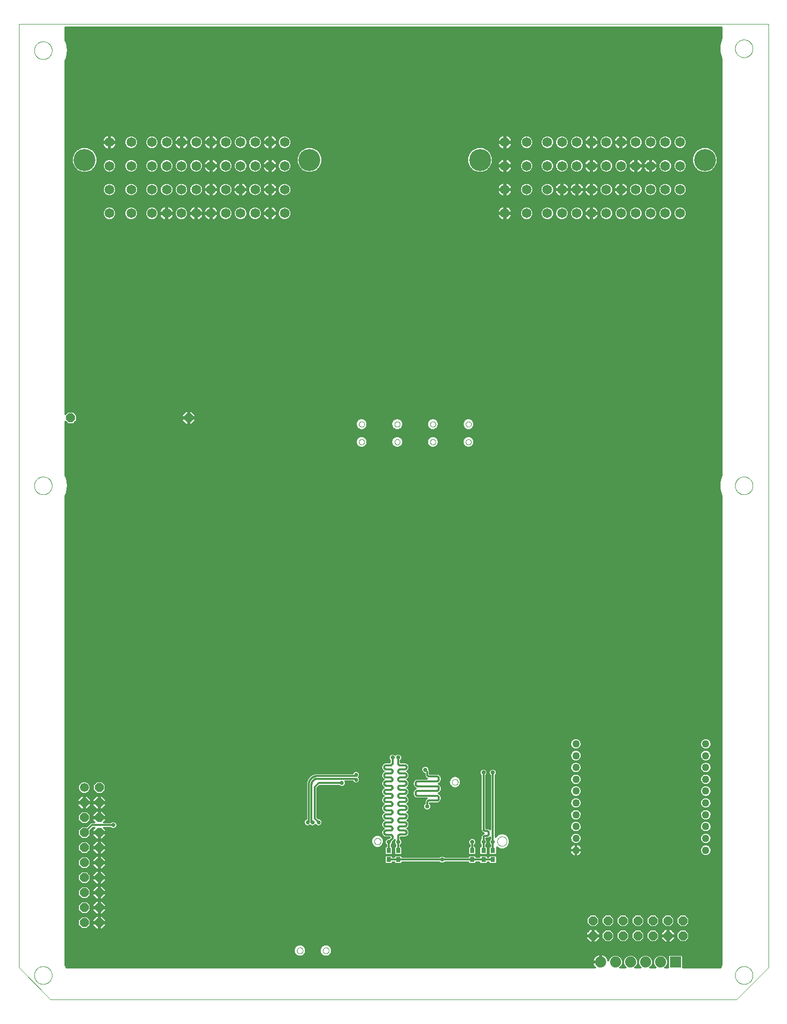
<source format=gbl>
G75*
%MOIN*%
%OFA0B0*%
%FSLAX25Y25*%
%IPPOS*%
%LPD*%
%AMOC8*
5,1,8,0,0,1.08239X$1,22.5*
%
%ADD10C,0.00000*%
%ADD11C,0.06496*%
%ADD12C,0.14630*%
%ADD13C,0.00010*%
%ADD14C,0.05906*%
%ADD15OC8,0.05906*%
%ADD16C,0.05000*%
%ADD17R,0.03150X0.03543*%
%ADD18R,0.07400X0.07400*%
%ADD19C,0.07400*%
%ADD20C,0.01200*%
%ADD21C,0.02900*%
%ADD22C,0.02700*%
D10*
X0022250Y0001750D02*
X0001000Y0023000D01*
X0001000Y0651750D01*
X0501000Y0651750D01*
X0501000Y0023000D01*
X0479750Y0001750D01*
X0022250Y0001750D01*
X0011344Y0018000D02*
X0011346Y0018153D01*
X0011352Y0018307D01*
X0011362Y0018460D01*
X0011376Y0018612D01*
X0011394Y0018765D01*
X0011416Y0018916D01*
X0011441Y0019067D01*
X0011471Y0019218D01*
X0011505Y0019368D01*
X0011542Y0019516D01*
X0011583Y0019664D01*
X0011628Y0019810D01*
X0011677Y0019956D01*
X0011730Y0020100D01*
X0011786Y0020242D01*
X0011846Y0020383D01*
X0011910Y0020523D01*
X0011977Y0020661D01*
X0012048Y0020797D01*
X0012123Y0020931D01*
X0012200Y0021063D01*
X0012282Y0021193D01*
X0012366Y0021321D01*
X0012454Y0021447D01*
X0012545Y0021570D01*
X0012639Y0021691D01*
X0012737Y0021809D01*
X0012837Y0021925D01*
X0012941Y0022038D01*
X0013047Y0022149D01*
X0013156Y0022257D01*
X0013268Y0022362D01*
X0013382Y0022463D01*
X0013500Y0022562D01*
X0013619Y0022658D01*
X0013741Y0022751D01*
X0013866Y0022840D01*
X0013993Y0022927D01*
X0014122Y0023009D01*
X0014253Y0023089D01*
X0014386Y0023165D01*
X0014521Y0023238D01*
X0014658Y0023307D01*
X0014797Y0023372D01*
X0014937Y0023434D01*
X0015079Y0023492D01*
X0015222Y0023547D01*
X0015367Y0023598D01*
X0015513Y0023645D01*
X0015660Y0023688D01*
X0015808Y0023727D01*
X0015957Y0023763D01*
X0016107Y0023794D01*
X0016258Y0023822D01*
X0016409Y0023846D01*
X0016562Y0023866D01*
X0016714Y0023882D01*
X0016867Y0023894D01*
X0017020Y0023902D01*
X0017173Y0023906D01*
X0017327Y0023906D01*
X0017480Y0023902D01*
X0017633Y0023894D01*
X0017786Y0023882D01*
X0017938Y0023866D01*
X0018091Y0023846D01*
X0018242Y0023822D01*
X0018393Y0023794D01*
X0018543Y0023763D01*
X0018692Y0023727D01*
X0018840Y0023688D01*
X0018987Y0023645D01*
X0019133Y0023598D01*
X0019278Y0023547D01*
X0019421Y0023492D01*
X0019563Y0023434D01*
X0019703Y0023372D01*
X0019842Y0023307D01*
X0019979Y0023238D01*
X0020114Y0023165D01*
X0020247Y0023089D01*
X0020378Y0023009D01*
X0020507Y0022927D01*
X0020634Y0022840D01*
X0020759Y0022751D01*
X0020881Y0022658D01*
X0021000Y0022562D01*
X0021118Y0022463D01*
X0021232Y0022362D01*
X0021344Y0022257D01*
X0021453Y0022149D01*
X0021559Y0022038D01*
X0021663Y0021925D01*
X0021763Y0021809D01*
X0021861Y0021691D01*
X0021955Y0021570D01*
X0022046Y0021447D01*
X0022134Y0021321D01*
X0022218Y0021193D01*
X0022300Y0021063D01*
X0022377Y0020931D01*
X0022452Y0020797D01*
X0022523Y0020661D01*
X0022590Y0020523D01*
X0022654Y0020383D01*
X0022714Y0020242D01*
X0022770Y0020100D01*
X0022823Y0019956D01*
X0022872Y0019810D01*
X0022917Y0019664D01*
X0022958Y0019516D01*
X0022995Y0019368D01*
X0023029Y0019218D01*
X0023059Y0019067D01*
X0023084Y0018916D01*
X0023106Y0018765D01*
X0023124Y0018612D01*
X0023138Y0018460D01*
X0023148Y0018307D01*
X0023154Y0018153D01*
X0023156Y0018000D01*
X0023154Y0017847D01*
X0023148Y0017693D01*
X0023138Y0017540D01*
X0023124Y0017388D01*
X0023106Y0017235D01*
X0023084Y0017084D01*
X0023059Y0016933D01*
X0023029Y0016782D01*
X0022995Y0016632D01*
X0022958Y0016484D01*
X0022917Y0016336D01*
X0022872Y0016190D01*
X0022823Y0016044D01*
X0022770Y0015900D01*
X0022714Y0015758D01*
X0022654Y0015617D01*
X0022590Y0015477D01*
X0022523Y0015339D01*
X0022452Y0015203D01*
X0022377Y0015069D01*
X0022300Y0014937D01*
X0022218Y0014807D01*
X0022134Y0014679D01*
X0022046Y0014553D01*
X0021955Y0014430D01*
X0021861Y0014309D01*
X0021763Y0014191D01*
X0021663Y0014075D01*
X0021559Y0013962D01*
X0021453Y0013851D01*
X0021344Y0013743D01*
X0021232Y0013638D01*
X0021118Y0013537D01*
X0021000Y0013438D01*
X0020881Y0013342D01*
X0020759Y0013249D01*
X0020634Y0013160D01*
X0020507Y0013073D01*
X0020378Y0012991D01*
X0020247Y0012911D01*
X0020114Y0012835D01*
X0019979Y0012762D01*
X0019842Y0012693D01*
X0019703Y0012628D01*
X0019563Y0012566D01*
X0019421Y0012508D01*
X0019278Y0012453D01*
X0019133Y0012402D01*
X0018987Y0012355D01*
X0018840Y0012312D01*
X0018692Y0012273D01*
X0018543Y0012237D01*
X0018393Y0012206D01*
X0018242Y0012178D01*
X0018091Y0012154D01*
X0017938Y0012134D01*
X0017786Y0012118D01*
X0017633Y0012106D01*
X0017480Y0012098D01*
X0017327Y0012094D01*
X0017173Y0012094D01*
X0017020Y0012098D01*
X0016867Y0012106D01*
X0016714Y0012118D01*
X0016562Y0012134D01*
X0016409Y0012154D01*
X0016258Y0012178D01*
X0016107Y0012206D01*
X0015957Y0012237D01*
X0015808Y0012273D01*
X0015660Y0012312D01*
X0015513Y0012355D01*
X0015367Y0012402D01*
X0015222Y0012453D01*
X0015079Y0012508D01*
X0014937Y0012566D01*
X0014797Y0012628D01*
X0014658Y0012693D01*
X0014521Y0012762D01*
X0014386Y0012835D01*
X0014253Y0012911D01*
X0014122Y0012991D01*
X0013993Y0013073D01*
X0013866Y0013160D01*
X0013741Y0013249D01*
X0013619Y0013342D01*
X0013500Y0013438D01*
X0013382Y0013537D01*
X0013268Y0013638D01*
X0013156Y0013743D01*
X0013047Y0013851D01*
X0012941Y0013962D01*
X0012837Y0014075D01*
X0012737Y0014191D01*
X0012639Y0014309D01*
X0012545Y0014430D01*
X0012454Y0014553D01*
X0012366Y0014679D01*
X0012282Y0014807D01*
X0012200Y0014937D01*
X0012123Y0015069D01*
X0012048Y0015203D01*
X0011977Y0015339D01*
X0011910Y0015477D01*
X0011846Y0015617D01*
X0011786Y0015758D01*
X0011730Y0015900D01*
X0011677Y0016044D01*
X0011628Y0016190D01*
X0011583Y0016336D01*
X0011542Y0016484D01*
X0011505Y0016632D01*
X0011471Y0016782D01*
X0011441Y0016933D01*
X0011416Y0017084D01*
X0011394Y0017235D01*
X0011376Y0017388D01*
X0011362Y0017540D01*
X0011352Y0017693D01*
X0011346Y0017847D01*
X0011344Y0018000D01*
X0186620Y0034437D02*
X0186622Y0034525D01*
X0186628Y0034613D01*
X0186638Y0034701D01*
X0186652Y0034789D01*
X0186669Y0034875D01*
X0186691Y0034961D01*
X0186716Y0035045D01*
X0186746Y0035129D01*
X0186778Y0035211D01*
X0186815Y0035291D01*
X0186855Y0035370D01*
X0186899Y0035447D01*
X0186946Y0035522D01*
X0186996Y0035594D01*
X0187050Y0035665D01*
X0187106Y0035732D01*
X0187166Y0035798D01*
X0187228Y0035860D01*
X0187294Y0035920D01*
X0187361Y0035976D01*
X0187432Y0036030D01*
X0187504Y0036080D01*
X0187579Y0036127D01*
X0187656Y0036171D01*
X0187735Y0036211D01*
X0187815Y0036248D01*
X0187897Y0036280D01*
X0187981Y0036310D01*
X0188065Y0036335D01*
X0188151Y0036357D01*
X0188237Y0036374D01*
X0188325Y0036388D01*
X0188413Y0036398D01*
X0188501Y0036404D01*
X0188589Y0036406D01*
X0188677Y0036404D01*
X0188765Y0036398D01*
X0188853Y0036388D01*
X0188941Y0036374D01*
X0189027Y0036357D01*
X0189113Y0036335D01*
X0189197Y0036310D01*
X0189281Y0036280D01*
X0189363Y0036248D01*
X0189443Y0036211D01*
X0189522Y0036171D01*
X0189599Y0036127D01*
X0189674Y0036080D01*
X0189746Y0036030D01*
X0189817Y0035976D01*
X0189884Y0035920D01*
X0189950Y0035860D01*
X0190012Y0035798D01*
X0190072Y0035732D01*
X0190128Y0035665D01*
X0190182Y0035594D01*
X0190232Y0035522D01*
X0190279Y0035447D01*
X0190323Y0035370D01*
X0190363Y0035291D01*
X0190400Y0035211D01*
X0190432Y0035129D01*
X0190462Y0035045D01*
X0190487Y0034961D01*
X0190509Y0034875D01*
X0190526Y0034789D01*
X0190540Y0034701D01*
X0190550Y0034613D01*
X0190556Y0034525D01*
X0190558Y0034437D01*
X0190556Y0034349D01*
X0190550Y0034261D01*
X0190540Y0034173D01*
X0190526Y0034085D01*
X0190509Y0033999D01*
X0190487Y0033913D01*
X0190462Y0033829D01*
X0190432Y0033745D01*
X0190400Y0033663D01*
X0190363Y0033583D01*
X0190323Y0033504D01*
X0190279Y0033427D01*
X0190232Y0033352D01*
X0190182Y0033280D01*
X0190128Y0033209D01*
X0190072Y0033142D01*
X0190012Y0033076D01*
X0189950Y0033014D01*
X0189884Y0032954D01*
X0189817Y0032898D01*
X0189746Y0032844D01*
X0189674Y0032794D01*
X0189599Y0032747D01*
X0189522Y0032703D01*
X0189443Y0032663D01*
X0189363Y0032626D01*
X0189281Y0032594D01*
X0189197Y0032564D01*
X0189113Y0032539D01*
X0189027Y0032517D01*
X0188941Y0032500D01*
X0188853Y0032486D01*
X0188765Y0032476D01*
X0188677Y0032470D01*
X0188589Y0032468D01*
X0188501Y0032470D01*
X0188413Y0032476D01*
X0188325Y0032486D01*
X0188237Y0032500D01*
X0188151Y0032517D01*
X0188065Y0032539D01*
X0187981Y0032564D01*
X0187897Y0032594D01*
X0187815Y0032626D01*
X0187735Y0032663D01*
X0187656Y0032703D01*
X0187579Y0032747D01*
X0187504Y0032794D01*
X0187432Y0032844D01*
X0187361Y0032898D01*
X0187294Y0032954D01*
X0187228Y0033014D01*
X0187166Y0033076D01*
X0187106Y0033142D01*
X0187050Y0033209D01*
X0186996Y0033280D01*
X0186946Y0033352D01*
X0186899Y0033427D01*
X0186855Y0033504D01*
X0186815Y0033583D01*
X0186778Y0033663D01*
X0186746Y0033745D01*
X0186716Y0033829D01*
X0186691Y0033913D01*
X0186669Y0033999D01*
X0186652Y0034085D01*
X0186638Y0034173D01*
X0186628Y0034261D01*
X0186622Y0034349D01*
X0186620Y0034437D01*
X0203942Y0034437D02*
X0203944Y0034525D01*
X0203950Y0034613D01*
X0203960Y0034701D01*
X0203974Y0034789D01*
X0203991Y0034875D01*
X0204013Y0034961D01*
X0204038Y0035045D01*
X0204068Y0035129D01*
X0204100Y0035211D01*
X0204137Y0035291D01*
X0204177Y0035370D01*
X0204221Y0035447D01*
X0204268Y0035522D01*
X0204318Y0035594D01*
X0204372Y0035665D01*
X0204428Y0035732D01*
X0204488Y0035798D01*
X0204550Y0035860D01*
X0204616Y0035920D01*
X0204683Y0035976D01*
X0204754Y0036030D01*
X0204826Y0036080D01*
X0204901Y0036127D01*
X0204978Y0036171D01*
X0205057Y0036211D01*
X0205137Y0036248D01*
X0205219Y0036280D01*
X0205303Y0036310D01*
X0205387Y0036335D01*
X0205473Y0036357D01*
X0205559Y0036374D01*
X0205647Y0036388D01*
X0205735Y0036398D01*
X0205823Y0036404D01*
X0205911Y0036406D01*
X0205999Y0036404D01*
X0206087Y0036398D01*
X0206175Y0036388D01*
X0206263Y0036374D01*
X0206349Y0036357D01*
X0206435Y0036335D01*
X0206519Y0036310D01*
X0206603Y0036280D01*
X0206685Y0036248D01*
X0206765Y0036211D01*
X0206844Y0036171D01*
X0206921Y0036127D01*
X0206996Y0036080D01*
X0207068Y0036030D01*
X0207139Y0035976D01*
X0207206Y0035920D01*
X0207272Y0035860D01*
X0207334Y0035798D01*
X0207394Y0035732D01*
X0207450Y0035665D01*
X0207504Y0035594D01*
X0207554Y0035522D01*
X0207601Y0035447D01*
X0207645Y0035370D01*
X0207685Y0035291D01*
X0207722Y0035211D01*
X0207754Y0035129D01*
X0207784Y0035045D01*
X0207809Y0034961D01*
X0207831Y0034875D01*
X0207848Y0034789D01*
X0207862Y0034701D01*
X0207872Y0034613D01*
X0207878Y0034525D01*
X0207880Y0034437D01*
X0207878Y0034349D01*
X0207872Y0034261D01*
X0207862Y0034173D01*
X0207848Y0034085D01*
X0207831Y0033999D01*
X0207809Y0033913D01*
X0207784Y0033829D01*
X0207754Y0033745D01*
X0207722Y0033663D01*
X0207685Y0033583D01*
X0207645Y0033504D01*
X0207601Y0033427D01*
X0207554Y0033352D01*
X0207504Y0033280D01*
X0207450Y0033209D01*
X0207394Y0033142D01*
X0207334Y0033076D01*
X0207272Y0033014D01*
X0207206Y0032954D01*
X0207139Y0032898D01*
X0207068Y0032844D01*
X0206996Y0032794D01*
X0206921Y0032747D01*
X0206844Y0032703D01*
X0206765Y0032663D01*
X0206685Y0032626D01*
X0206603Y0032594D01*
X0206519Y0032564D01*
X0206435Y0032539D01*
X0206349Y0032517D01*
X0206263Y0032500D01*
X0206175Y0032486D01*
X0206087Y0032476D01*
X0205999Y0032470D01*
X0205911Y0032468D01*
X0205823Y0032470D01*
X0205735Y0032476D01*
X0205647Y0032486D01*
X0205559Y0032500D01*
X0205473Y0032517D01*
X0205387Y0032539D01*
X0205303Y0032564D01*
X0205219Y0032594D01*
X0205137Y0032626D01*
X0205057Y0032663D01*
X0204978Y0032703D01*
X0204901Y0032747D01*
X0204826Y0032794D01*
X0204754Y0032844D01*
X0204683Y0032898D01*
X0204616Y0032954D01*
X0204550Y0033014D01*
X0204488Y0033076D01*
X0204428Y0033142D01*
X0204372Y0033209D01*
X0204318Y0033280D01*
X0204268Y0033352D01*
X0204221Y0033427D01*
X0204177Y0033504D01*
X0204137Y0033583D01*
X0204100Y0033663D01*
X0204068Y0033745D01*
X0204038Y0033829D01*
X0204013Y0033913D01*
X0203991Y0033999D01*
X0203974Y0034085D01*
X0203960Y0034173D01*
X0203950Y0034261D01*
X0203944Y0034349D01*
X0203942Y0034437D01*
X0238166Y0107232D02*
X0238168Y0107325D01*
X0238174Y0107417D01*
X0238184Y0107509D01*
X0238198Y0107600D01*
X0238215Y0107691D01*
X0238237Y0107781D01*
X0238262Y0107870D01*
X0238291Y0107958D01*
X0238324Y0108044D01*
X0238361Y0108129D01*
X0238401Y0108213D01*
X0238445Y0108294D01*
X0238492Y0108374D01*
X0238542Y0108452D01*
X0238596Y0108527D01*
X0238653Y0108600D01*
X0238713Y0108670D01*
X0238776Y0108738D01*
X0238842Y0108803D01*
X0238910Y0108865D01*
X0238981Y0108925D01*
X0239055Y0108981D01*
X0239131Y0109034D01*
X0239209Y0109083D01*
X0239289Y0109130D01*
X0239371Y0109172D01*
X0239455Y0109212D01*
X0239540Y0109247D01*
X0239627Y0109279D01*
X0239715Y0109308D01*
X0239804Y0109332D01*
X0239894Y0109353D01*
X0239985Y0109369D01*
X0240077Y0109382D01*
X0240169Y0109391D01*
X0240262Y0109396D01*
X0240354Y0109397D01*
X0240447Y0109394D01*
X0240539Y0109387D01*
X0240631Y0109376D01*
X0240722Y0109361D01*
X0240813Y0109343D01*
X0240903Y0109320D01*
X0240991Y0109294D01*
X0241079Y0109264D01*
X0241165Y0109230D01*
X0241249Y0109193D01*
X0241332Y0109151D01*
X0241413Y0109107D01*
X0241493Y0109059D01*
X0241570Y0109008D01*
X0241644Y0108953D01*
X0241717Y0108895D01*
X0241787Y0108835D01*
X0241854Y0108771D01*
X0241918Y0108705D01*
X0241980Y0108635D01*
X0242038Y0108564D01*
X0242093Y0108490D01*
X0242145Y0108413D01*
X0242194Y0108334D01*
X0242240Y0108254D01*
X0242282Y0108171D01*
X0242320Y0108087D01*
X0242355Y0108001D01*
X0242386Y0107914D01*
X0242413Y0107826D01*
X0242436Y0107736D01*
X0242456Y0107646D01*
X0242472Y0107555D01*
X0242484Y0107463D01*
X0242492Y0107371D01*
X0242496Y0107278D01*
X0242496Y0107186D01*
X0242492Y0107093D01*
X0242484Y0107001D01*
X0242472Y0106909D01*
X0242456Y0106818D01*
X0242436Y0106728D01*
X0242413Y0106638D01*
X0242386Y0106550D01*
X0242355Y0106463D01*
X0242320Y0106377D01*
X0242282Y0106293D01*
X0242240Y0106210D01*
X0242194Y0106130D01*
X0242145Y0106051D01*
X0242093Y0105974D01*
X0242038Y0105900D01*
X0241980Y0105829D01*
X0241918Y0105759D01*
X0241854Y0105693D01*
X0241787Y0105629D01*
X0241717Y0105569D01*
X0241644Y0105511D01*
X0241570Y0105456D01*
X0241493Y0105405D01*
X0241414Y0105357D01*
X0241332Y0105313D01*
X0241249Y0105271D01*
X0241165Y0105234D01*
X0241079Y0105200D01*
X0240991Y0105170D01*
X0240903Y0105144D01*
X0240813Y0105121D01*
X0240722Y0105103D01*
X0240631Y0105088D01*
X0240539Y0105077D01*
X0240447Y0105070D01*
X0240354Y0105067D01*
X0240262Y0105068D01*
X0240169Y0105073D01*
X0240077Y0105082D01*
X0239985Y0105095D01*
X0239894Y0105111D01*
X0239804Y0105132D01*
X0239715Y0105156D01*
X0239627Y0105185D01*
X0239540Y0105217D01*
X0239455Y0105252D01*
X0239371Y0105292D01*
X0239289Y0105334D01*
X0239209Y0105381D01*
X0239131Y0105430D01*
X0239055Y0105483D01*
X0238981Y0105539D01*
X0238910Y0105599D01*
X0238842Y0105661D01*
X0238776Y0105726D01*
X0238713Y0105794D01*
X0238653Y0105864D01*
X0238596Y0105937D01*
X0238542Y0106012D01*
X0238492Y0106090D01*
X0238445Y0106170D01*
X0238401Y0106251D01*
X0238361Y0106335D01*
X0238324Y0106420D01*
X0238291Y0106506D01*
X0238262Y0106594D01*
X0238237Y0106683D01*
X0238215Y0106773D01*
X0238198Y0106864D01*
X0238184Y0106955D01*
X0238174Y0107047D01*
X0238168Y0107139D01*
X0238166Y0107232D01*
X0320252Y0107232D02*
X0320254Y0107344D01*
X0320260Y0107455D01*
X0320270Y0107567D01*
X0320284Y0107678D01*
X0320301Y0107788D01*
X0320323Y0107898D01*
X0320349Y0108007D01*
X0320378Y0108115D01*
X0320411Y0108221D01*
X0320448Y0108327D01*
X0320489Y0108431D01*
X0320534Y0108534D01*
X0320582Y0108635D01*
X0320633Y0108734D01*
X0320688Y0108831D01*
X0320747Y0108926D01*
X0320808Y0109020D01*
X0320873Y0109111D01*
X0320942Y0109199D01*
X0321013Y0109285D01*
X0321087Y0109369D01*
X0321165Y0109449D01*
X0321245Y0109527D01*
X0321328Y0109603D01*
X0321413Y0109675D01*
X0321501Y0109744D01*
X0321591Y0109810D01*
X0321684Y0109872D01*
X0321779Y0109932D01*
X0321876Y0109988D01*
X0321974Y0110040D01*
X0322075Y0110089D01*
X0322177Y0110134D01*
X0322281Y0110176D01*
X0322386Y0110214D01*
X0322493Y0110248D01*
X0322600Y0110278D01*
X0322709Y0110305D01*
X0322818Y0110327D01*
X0322929Y0110346D01*
X0323039Y0110361D01*
X0323151Y0110372D01*
X0323262Y0110379D01*
X0323374Y0110382D01*
X0323486Y0110381D01*
X0323598Y0110376D01*
X0323709Y0110367D01*
X0323820Y0110354D01*
X0323931Y0110337D01*
X0324041Y0110317D01*
X0324150Y0110292D01*
X0324258Y0110264D01*
X0324365Y0110231D01*
X0324471Y0110195D01*
X0324575Y0110155D01*
X0324678Y0110112D01*
X0324780Y0110065D01*
X0324879Y0110014D01*
X0324977Y0109960D01*
X0325073Y0109902D01*
X0325167Y0109841D01*
X0325258Y0109777D01*
X0325347Y0109710D01*
X0325434Y0109639D01*
X0325518Y0109565D01*
X0325600Y0109489D01*
X0325678Y0109409D01*
X0325754Y0109327D01*
X0325827Y0109242D01*
X0325897Y0109155D01*
X0325963Y0109065D01*
X0326027Y0108973D01*
X0326087Y0108879D01*
X0326144Y0108783D01*
X0326197Y0108684D01*
X0326247Y0108584D01*
X0326293Y0108483D01*
X0326336Y0108379D01*
X0326375Y0108274D01*
X0326410Y0108168D01*
X0326441Y0108061D01*
X0326469Y0107952D01*
X0326492Y0107843D01*
X0326512Y0107733D01*
X0326528Y0107622D01*
X0326540Y0107511D01*
X0326548Y0107400D01*
X0326552Y0107288D01*
X0326552Y0107176D01*
X0326548Y0107064D01*
X0326540Y0106953D01*
X0326528Y0106842D01*
X0326512Y0106731D01*
X0326492Y0106621D01*
X0326469Y0106512D01*
X0326441Y0106403D01*
X0326410Y0106296D01*
X0326375Y0106190D01*
X0326336Y0106085D01*
X0326293Y0105981D01*
X0326247Y0105880D01*
X0326197Y0105780D01*
X0326144Y0105681D01*
X0326087Y0105585D01*
X0326027Y0105491D01*
X0325963Y0105399D01*
X0325897Y0105309D01*
X0325827Y0105222D01*
X0325754Y0105137D01*
X0325678Y0105055D01*
X0325600Y0104975D01*
X0325518Y0104899D01*
X0325434Y0104825D01*
X0325347Y0104754D01*
X0325258Y0104687D01*
X0325167Y0104623D01*
X0325073Y0104562D01*
X0324977Y0104504D01*
X0324879Y0104450D01*
X0324780Y0104399D01*
X0324678Y0104352D01*
X0324575Y0104309D01*
X0324471Y0104269D01*
X0324365Y0104233D01*
X0324258Y0104200D01*
X0324150Y0104172D01*
X0324041Y0104147D01*
X0323931Y0104127D01*
X0323820Y0104110D01*
X0323709Y0104097D01*
X0323598Y0104088D01*
X0323486Y0104083D01*
X0323374Y0104082D01*
X0323262Y0104085D01*
X0323151Y0104092D01*
X0323039Y0104103D01*
X0322929Y0104118D01*
X0322818Y0104137D01*
X0322709Y0104159D01*
X0322600Y0104186D01*
X0322493Y0104216D01*
X0322386Y0104250D01*
X0322281Y0104288D01*
X0322177Y0104330D01*
X0322075Y0104375D01*
X0321974Y0104424D01*
X0321876Y0104476D01*
X0321779Y0104532D01*
X0321684Y0104592D01*
X0321591Y0104654D01*
X0321501Y0104720D01*
X0321413Y0104789D01*
X0321328Y0104861D01*
X0321245Y0104937D01*
X0321165Y0105015D01*
X0321087Y0105095D01*
X0321013Y0105179D01*
X0320942Y0105265D01*
X0320873Y0105353D01*
X0320808Y0105444D01*
X0320747Y0105538D01*
X0320688Y0105633D01*
X0320633Y0105730D01*
X0320582Y0105829D01*
X0320534Y0105930D01*
X0320489Y0106033D01*
X0320448Y0106137D01*
X0320411Y0106243D01*
X0320378Y0106349D01*
X0320349Y0106457D01*
X0320323Y0106566D01*
X0320301Y0106676D01*
X0320284Y0106786D01*
X0320270Y0106897D01*
X0320260Y0107009D01*
X0320254Y0107120D01*
X0320252Y0107232D01*
X0478844Y0018000D02*
X0478846Y0018153D01*
X0478852Y0018307D01*
X0478862Y0018460D01*
X0478876Y0018612D01*
X0478894Y0018765D01*
X0478916Y0018916D01*
X0478941Y0019067D01*
X0478971Y0019218D01*
X0479005Y0019368D01*
X0479042Y0019516D01*
X0479083Y0019664D01*
X0479128Y0019810D01*
X0479177Y0019956D01*
X0479230Y0020100D01*
X0479286Y0020242D01*
X0479346Y0020383D01*
X0479410Y0020523D01*
X0479477Y0020661D01*
X0479548Y0020797D01*
X0479623Y0020931D01*
X0479700Y0021063D01*
X0479782Y0021193D01*
X0479866Y0021321D01*
X0479954Y0021447D01*
X0480045Y0021570D01*
X0480139Y0021691D01*
X0480237Y0021809D01*
X0480337Y0021925D01*
X0480441Y0022038D01*
X0480547Y0022149D01*
X0480656Y0022257D01*
X0480768Y0022362D01*
X0480882Y0022463D01*
X0481000Y0022562D01*
X0481119Y0022658D01*
X0481241Y0022751D01*
X0481366Y0022840D01*
X0481493Y0022927D01*
X0481622Y0023009D01*
X0481753Y0023089D01*
X0481886Y0023165D01*
X0482021Y0023238D01*
X0482158Y0023307D01*
X0482297Y0023372D01*
X0482437Y0023434D01*
X0482579Y0023492D01*
X0482722Y0023547D01*
X0482867Y0023598D01*
X0483013Y0023645D01*
X0483160Y0023688D01*
X0483308Y0023727D01*
X0483457Y0023763D01*
X0483607Y0023794D01*
X0483758Y0023822D01*
X0483909Y0023846D01*
X0484062Y0023866D01*
X0484214Y0023882D01*
X0484367Y0023894D01*
X0484520Y0023902D01*
X0484673Y0023906D01*
X0484827Y0023906D01*
X0484980Y0023902D01*
X0485133Y0023894D01*
X0485286Y0023882D01*
X0485438Y0023866D01*
X0485591Y0023846D01*
X0485742Y0023822D01*
X0485893Y0023794D01*
X0486043Y0023763D01*
X0486192Y0023727D01*
X0486340Y0023688D01*
X0486487Y0023645D01*
X0486633Y0023598D01*
X0486778Y0023547D01*
X0486921Y0023492D01*
X0487063Y0023434D01*
X0487203Y0023372D01*
X0487342Y0023307D01*
X0487479Y0023238D01*
X0487614Y0023165D01*
X0487747Y0023089D01*
X0487878Y0023009D01*
X0488007Y0022927D01*
X0488134Y0022840D01*
X0488259Y0022751D01*
X0488381Y0022658D01*
X0488500Y0022562D01*
X0488618Y0022463D01*
X0488732Y0022362D01*
X0488844Y0022257D01*
X0488953Y0022149D01*
X0489059Y0022038D01*
X0489163Y0021925D01*
X0489263Y0021809D01*
X0489361Y0021691D01*
X0489455Y0021570D01*
X0489546Y0021447D01*
X0489634Y0021321D01*
X0489718Y0021193D01*
X0489800Y0021063D01*
X0489877Y0020931D01*
X0489952Y0020797D01*
X0490023Y0020661D01*
X0490090Y0020523D01*
X0490154Y0020383D01*
X0490214Y0020242D01*
X0490270Y0020100D01*
X0490323Y0019956D01*
X0490372Y0019810D01*
X0490417Y0019664D01*
X0490458Y0019516D01*
X0490495Y0019368D01*
X0490529Y0019218D01*
X0490559Y0019067D01*
X0490584Y0018916D01*
X0490606Y0018765D01*
X0490624Y0018612D01*
X0490638Y0018460D01*
X0490648Y0018307D01*
X0490654Y0018153D01*
X0490656Y0018000D01*
X0490654Y0017847D01*
X0490648Y0017693D01*
X0490638Y0017540D01*
X0490624Y0017388D01*
X0490606Y0017235D01*
X0490584Y0017084D01*
X0490559Y0016933D01*
X0490529Y0016782D01*
X0490495Y0016632D01*
X0490458Y0016484D01*
X0490417Y0016336D01*
X0490372Y0016190D01*
X0490323Y0016044D01*
X0490270Y0015900D01*
X0490214Y0015758D01*
X0490154Y0015617D01*
X0490090Y0015477D01*
X0490023Y0015339D01*
X0489952Y0015203D01*
X0489877Y0015069D01*
X0489800Y0014937D01*
X0489718Y0014807D01*
X0489634Y0014679D01*
X0489546Y0014553D01*
X0489455Y0014430D01*
X0489361Y0014309D01*
X0489263Y0014191D01*
X0489163Y0014075D01*
X0489059Y0013962D01*
X0488953Y0013851D01*
X0488844Y0013743D01*
X0488732Y0013638D01*
X0488618Y0013537D01*
X0488500Y0013438D01*
X0488381Y0013342D01*
X0488259Y0013249D01*
X0488134Y0013160D01*
X0488007Y0013073D01*
X0487878Y0012991D01*
X0487747Y0012911D01*
X0487614Y0012835D01*
X0487479Y0012762D01*
X0487342Y0012693D01*
X0487203Y0012628D01*
X0487063Y0012566D01*
X0486921Y0012508D01*
X0486778Y0012453D01*
X0486633Y0012402D01*
X0486487Y0012355D01*
X0486340Y0012312D01*
X0486192Y0012273D01*
X0486043Y0012237D01*
X0485893Y0012206D01*
X0485742Y0012178D01*
X0485591Y0012154D01*
X0485438Y0012134D01*
X0485286Y0012118D01*
X0485133Y0012106D01*
X0484980Y0012098D01*
X0484827Y0012094D01*
X0484673Y0012094D01*
X0484520Y0012098D01*
X0484367Y0012106D01*
X0484214Y0012118D01*
X0484062Y0012134D01*
X0483909Y0012154D01*
X0483758Y0012178D01*
X0483607Y0012206D01*
X0483457Y0012237D01*
X0483308Y0012273D01*
X0483160Y0012312D01*
X0483013Y0012355D01*
X0482867Y0012402D01*
X0482722Y0012453D01*
X0482579Y0012508D01*
X0482437Y0012566D01*
X0482297Y0012628D01*
X0482158Y0012693D01*
X0482021Y0012762D01*
X0481886Y0012835D01*
X0481753Y0012911D01*
X0481622Y0012991D01*
X0481493Y0013073D01*
X0481366Y0013160D01*
X0481241Y0013249D01*
X0481119Y0013342D01*
X0481000Y0013438D01*
X0480882Y0013537D01*
X0480768Y0013638D01*
X0480656Y0013743D01*
X0480547Y0013851D01*
X0480441Y0013962D01*
X0480337Y0014075D01*
X0480237Y0014191D01*
X0480139Y0014309D01*
X0480045Y0014430D01*
X0479954Y0014553D01*
X0479866Y0014679D01*
X0479782Y0014807D01*
X0479700Y0014937D01*
X0479623Y0015069D01*
X0479548Y0015203D01*
X0479477Y0015339D01*
X0479410Y0015477D01*
X0479346Y0015617D01*
X0479286Y0015758D01*
X0479230Y0015900D01*
X0479177Y0016044D01*
X0479128Y0016190D01*
X0479083Y0016336D01*
X0479042Y0016484D01*
X0479005Y0016632D01*
X0478971Y0016782D01*
X0478941Y0016933D01*
X0478916Y0017084D01*
X0478894Y0017235D01*
X0478876Y0017388D01*
X0478862Y0017540D01*
X0478852Y0017693D01*
X0478846Y0017847D01*
X0478844Y0018000D01*
X0478844Y0344250D02*
X0478846Y0344403D01*
X0478852Y0344557D01*
X0478862Y0344710D01*
X0478876Y0344862D01*
X0478894Y0345015D01*
X0478916Y0345166D01*
X0478941Y0345317D01*
X0478971Y0345468D01*
X0479005Y0345618D01*
X0479042Y0345766D01*
X0479083Y0345914D01*
X0479128Y0346060D01*
X0479177Y0346206D01*
X0479230Y0346350D01*
X0479286Y0346492D01*
X0479346Y0346633D01*
X0479410Y0346773D01*
X0479477Y0346911D01*
X0479548Y0347047D01*
X0479623Y0347181D01*
X0479700Y0347313D01*
X0479782Y0347443D01*
X0479866Y0347571D01*
X0479954Y0347697D01*
X0480045Y0347820D01*
X0480139Y0347941D01*
X0480237Y0348059D01*
X0480337Y0348175D01*
X0480441Y0348288D01*
X0480547Y0348399D01*
X0480656Y0348507D01*
X0480768Y0348612D01*
X0480882Y0348713D01*
X0481000Y0348812D01*
X0481119Y0348908D01*
X0481241Y0349001D01*
X0481366Y0349090D01*
X0481493Y0349177D01*
X0481622Y0349259D01*
X0481753Y0349339D01*
X0481886Y0349415D01*
X0482021Y0349488D01*
X0482158Y0349557D01*
X0482297Y0349622D01*
X0482437Y0349684D01*
X0482579Y0349742D01*
X0482722Y0349797D01*
X0482867Y0349848D01*
X0483013Y0349895D01*
X0483160Y0349938D01*
X0483308Y0349977D01*
X0483457Y0350013D01*
X0483607Y0350044D01*
X0483758Y0350072D01*
X0483909Y0350096D01*
X0484062Y0350116D01*
X0484214Y0350132D01*
X0484367Y0350144D01*
X0484520Y0350152D01*
X0484673Y0350156D01*
X0484827Y0350156D01*
X0484980Y0350152D01*
X0485133Y0350144D01*
X0485286Y0350132D01*
X0485438Y0350116D01*
X0485591Y0350096D01*
X0485742Y0350072D01*
X0485893Y0350044D01*
X0486043Y0350013D01*
X0486192Y0349977D01*
X0486340Y0349938D01*
X0486487Y0349895D01*
X0486633Y0349848D01*
X0486778Y0349797D01*
X0486921Y0349742D01*
X0487063Y0349684D01*
X0487203Y0349622D01*
X0487342Y0349557D01*
X0487479Y0349488D01*
X0487614Y0349415D01*
X0487747Y0349339D01*
X0487878Y0349259D01*
X0488007Y0349177D01*
X0488134Y0349090D01*
X0488259Y0349001D01*
X0488381Y0348908D01*
X0488500Y0348812D01*
X0488618Y0348713D01*
X0488732Y0348612D01*
X0488844Y0348507D01*
X0488953Y0348399D01*
X0489059Y0348288D01*
X0489163Y0348175D01*
X0489263Y0348059D01*
X0489361Y0347941D01*
X0489455Y0347820D01*
X0489546Y0347697D01*
X0489634Y0347571D01*
X0489718Y0347443D01*
X0489800Y0347313D01*
X0489877Y0347181D01*
X0489952Y0347047D01*
X0490023Y0346911D01*
X0490090Y0346773D01*
X0490154Y0346633D01*
X0490214Y0346492D01*
X0490270Y0346350D01*
X0490323Y0346206D01*
X0490372Y0346060D01*
X0490417Y0345914D01*
X0490458Y0345766D01*
X0490495Y0345618D01*
X0490529Y0345468D01*
X0490559Y0345317D01*
X0490584Y0345166D01*
X0490606Y0345015D01*
X0490624Y0344862D01*
X0490638Y0344710D01*
X0490648Y0344557D01*
X0490654Y0344403D01*
X0490656Y0344250D01*
X0490654Y0344097D01*
X0490648Y0343943D01*
X0490638Y0343790D01*
X0490624Y0343638D01*
X0490606Y0343485D01*
X0490584Y0343334D01*
X0490559Y0343183D01*
X0490529Y0343032D01*
X0490495Y0342882D01*
X0490458Y0342734D01*
X0490417Y0342586D01*
X0490372Y0342440D01*
X0490323Y0342294D01*
X0490270Y0342150D01*
X0490214Y0342008D01*
X0490154Y0341867D01*
X0490090Y0341727D01*
X0490023Y0341589D01*
X0489952Y0341453D01*
X0489877Y0341319D01*
X0489800Y0341187D01*
X0489718Y0341057D01*
X0489634Y0340929D01*
X0489546Y0340803D01*
X0489455Y0340680D01*
X0489361Y0340559D01*
X0489263Y0340441D01*
X0489163Y0340325D01*
X0489059Y0340212D01*
X0488953Y0340101D01*
X0488844Y0339993D01*
X0488732Y0339888D01*
X0488618Y0339787D01*
X0488500Y0339688D01*
X0488381Y0339592D01*
X0488259Y0339499D01*
X0488134Y0339410D01*
X0488007Y0339323D01*
X0487878Y0339241D01*
X0487747Y0339161D01*
X0487614Y0339085D01*
X0487479Y0339012D01*
X0487342Y0338943D01*
X0487203Y0338878D01*
X0487063Y0338816D01*
X0486921Y0338758D01*
X0486778Y0338703D01*
X0486633Y0338652D01*
X0486487Y0338605D01*
X0486340Y0338562D01*
X0486192Y0338523D01*
X0486043Y0338487D01*
X0485893Y0338456D01*
X0485742Y0338428D01*
X0485591Y0338404D01*
X0485438Y0338384D01*
X0485286Y0338368D01*
X0485133Y0338356D01*
X0484980Y0338348D01*
X0484827Y0338344D01*
X0484673Y0338344D01*
X0484520Y0338348D01*
X0484367Y0338356D01*
X0484214Y0338368D01*
X0484062Y0338384D01*
X0483909Y0338404D01*
X0483758Y0338428D01*
X0483607Y0338456D01*
X0483457Y0338487D01*
X0483308Y0338523D01*
X0483160Y0338562D01*
X0483013Y0338605D01*
X0482867Y0338652D01*
X0482722Y0338703D01*
X0482579Y0338758D01*
X0482437Y0338816D01*
X0482297Y0338878D01*
X0482158Y0338943D01*
X0482021Y0339012D01*
X0481886Y0339085D01*
X0481753Y0339161D01*
X0481622Y0339241D01*
X0481493Y0339323D01*
X0481366Y0339410D01*
X0481241Y0339499D01*
X0481119Y0339592D01*
X0481000Y0339688D01*
X0480882Y0339787D01*
X0480768Y0339888D01*
X0480656Y0339993D01*
X0480547Y0340101D01*
X0480441Y0340212D01*
X0480337Y0340325D01*
X0480237Y0340441D01*
X0480139Y0340559D01*
X0480045Y0340680D01*
X0479954Y0340803D01*
X0479866Y0340929D01*
X0479782Y0341057D01*
X0479700Y0341187D01*
X0479623Y0341319D01*
X0479548Y0341453D01*
X0479477Y0341589D01*
X0479410Y0341727D01*
X0479346Y0341867D01*
X0479286Y0342008D01*
X0479230Y0342150D01*
X0479177Y0342294D01*
X0479128Y0342440D01*
X0479083Y0342586D01*
X0479042Y0342734D01*
X0479005Y0342882D01*
X0478971Y0343032D01*
X0478941Y0343183D01*
X0478916Y0343334D01*
X0478894Y0343485D01*
X0478876Y0343638D01*
X0478862Y0343790D01*
X0478852Y0343943D01*
X0478846Y0344097D01*
X0478844Y0344250D01*
X0299228Y0373344D02*
X0299230Y0373428D01*
X0299236Y0373511D01*
X0299246Y0373594D01*
X0299260Y0373677D01*
X0299277Y0373759D01*
X0299299Y0373840D01*
X0299324Y0373919D01*
X0299353Y0373998D01*
X0299386Y0374075D01*
X0299422Y0374150D01*
X0299462Y0374224D01*
X0299505Y0374296D01*
X0299552Y0374365D01*
X0299602Y0374432D01*
X0299655Y0374497D01*
X0299711Y0374559D01*
X0299769Y0374619D01*
X0299831Y0374676D01*
X0299895Y0374729D01*
X0299962Y0374780D01*
X0300031Y0374827D01*
X0300102Y0374872D01*
X0300175Y0374912D01*
X0300250Y0374949D01*
X0300327Y0374983D01*
X0300405Y0375013D01*
X0300484Y0375039D01*
X0300565Y0375062D01*
X0300647Y0375080D01*
X0300729Y0375095D01*
X0300812Y0375106D01*
X0300895Y0375113D01*
X0300979Y0375116D01*
X0301063Y0375115D01*
X0301146Y0375110D01*
X0301230Y0375101D01*
X0301312Y0375088D01*
X0301394Y0375072D01*
X0301475Y0375051D01*
X0301556Y0375027D01*
X0301634Y0374999D01*
X0301712Y0374967D01*
X0301788Y0374931D01*
X0301862Y0374892D01*
X0301934Y0374850D01*
X0302004Y0374804D01*
X0302072Y0374755D01*
X0302137Y0374703D01*
X0302200Y0374648D01*
X0302260Y0374590D01*
X0302318Y0374529D01*
X0302372Y0374465D01*
X0302424Y0374399D01*
X0302472Y0374331D01*
X0302517Y0374260D01*
X0302558Y0374187D01*
X0302597Y0374113D01*
X0302631Y0374037D01*
X0302662Y0373959D01*
X0302689Y0373880D01*
X0302713Y0373799D01*
X0302732Y0373718D01*
X0302748Y0373636D01*
X0302760Y0373553D01*
X0302768Y0373469D01*
X0302772Y0373386D01*
X0302772Y0373302D01*
X0302768Y0373219D01*
X0302760Y0373135D01*
X0302748Y0373052D01*
X0302732Y0372970D01*
X0302713Y0372889D01*
X0302689Y0372808D01*
X0302662Y0372729D01*
X0302631Y0372651D01*
X0302597Y0372575D01*
X0302558Y0372501D01*
X0302517Y0372428D01*
X0302472Y0372357D01*
X0302424Y0372289D01*
X0302372Y0372223D01*
X0302318Y0372159D01*
X0302260Y0372098D01*
X0302200Y0372040D01*
X0302137Y0371985D01*
X0302072Y0371933D01*
X0302004Y0371884D01*
X0301934Y0371838D01*
X0301862Y0371796D01*
X0301788Y0371757D01*
X0301712Y0371721D01*
X0301634Y0371689D01*
X0301556Y0371661D01*
X0301475Y0371637D01*
X0301394Y0371616D01*
X0301312Y0371600D01*
X0301230Y0371587D01*
X0301146Y0371578D01*
X0301063Y0371573D01*
X0300979Y0371572D01*
X0300895Y0371575D01*
X0300812Y0371582D01*
X0300729Y0371593D01*
X0300647Y0371608D01*
X0300565Y0371626D01*
X0300484Y0371649D01*
X0300405Y0371675D01*
X0300327Y0371705D01*
X0300250Y0371739D01*
X0300175Y0371776D01*
X0300102Y0371816D01*
X0300031Y0371861D01*
X0299962Y0371908D01*
X0299895Y0371959D01*
X0299831Y0372012D01*
X0299769Y0372069D01*
X0299711Y0372129D01*
X0299655Y0372191D01*
X0299602Y0372256D01*
X0299552Y0372323D01*
X0299505Y0372392D01*
X0299462Y0372464D01*
X0299422Y0372538D01*
X0299386Y0372613D01*
X0299353Y0372690D01*
X0299324Y0372769D01*
X0299299Y0372848D01*
X0299277Y0372929D01*
X0299260Y0373011D01*
X0299246Y0373094D01*
X0299236Y0373177D01*
X0299230Y0373260D01*
X0299228Y0373344D01*
X0299228Y0385156D02*
X0299230Y0385240D01*
X0299236Y0385323D01*
X0299246Y0385406D01*
X0299260Y0385489D01*
X0299277Y0385571D01*
X0299299Y0385652D01*
X0299324Y0385731D01*
X0299353Y0385810D01*
X0299386Y0385887D01*
X0299422Y0385962D01*
X0299462Y0386036D01*
X0299505Y0386108D01*
X0299552Y0386177D01*
X0299602Y0386244D01*
X0299655Y0386309D01*
X0299711Y0386371D01*
X0299769Y0386431D01*
X0299831Y0386488D01*
X0299895Y0386541D01*
X0299962Y0386592D01*
X0300031Y0386639D01*
X0300102Y0386684D01*
X0300175Y0386724D01*
X0300250Y0386761D01*
X0300327Y0386795D01*
X0300405Y0386825D01*
X0300484Y0386851D01*
X0300565Y0386874D01*
X0300647Y0386892D01*
X0300729Y0386907D01*
X0300812Y0386918D01*
X0300895Y0386925D01*
X0300979Y0386928D01*
X0301063Y0386927D01*
X0301146Y0386922D01*
X0301230Y0386913D01*
X0301312Y0386900D01*
X0301394Y0386884D01*
X0301475Y0386863D01*
X0301556Y0386839D01*
X0301634Y0386811D01*
X0301712Y0386779D01*
X0301788Y0386743D01*
X0301862Y0386704D01*
X0301934Y0386662D01*
X0302004Y0386616D01*
X0302072Y0386567D01*
X0302137Y0386515D01*
X0302200Y0386460D01*
X0302260Y0386402D01*
X0302318Y0386341D01*
X0302372Y0386277D01*
X0302424Y0386211D01*
X0302472Y0386143D01*
X0302517Y0386072D01*
X0302558Y0385999D01*
X0302597Y0385925D01*
X0302631Y0385849D01*
X0302662Y0385771D01*
X0302689Y0385692D01*
X0302713Y0385611D01*
X0302732Y0385530D01*
X0302748Y0385448D01*
X0302760Y0385365D01*
X0302768Y0385281D01*
X0302772Y0385198D01*
X0302772Y0385114D01*
X0302768Y0385031D01*
X0302760Y0384947D01*
X0302748Y0384864D01*
X0302732Y0384782D01*
X0302713Y0384701D01*
X0302689Y0384620D01*
X0302662Y0384541D01*
X0302631Y0384463D01*
X0302597Y0384387D01*
X0302558Y0384313D01*
X0302517Y0384240D01*
X0302472Y0384169D01*
X0302424Y0384101D01*
X0302372Y0384035D01*
X0302318Y0383971D01*
X0302260Y0383910D01*
X0302200Y0383852D01*
X0302137Y0383797D01*
X0302072Y0383745D01*
X0302004Y0383696D01*
X0301934Y0383650D01*
X0301862Y0383608D01*
X0301788Y0383569D01*
X0301712Y0383533D01*
X0301634Y0383501D01*
X0301556Y0383473D01*
X0301475Y0383449D01*
X0301394Y0383428D01*
X0301312Y0383412D01*
X0301230Y0383399D01*
X0301146Y0383390D01*
X0301063Y0383385D01*
X0300979Y0383384D01*
X0300895Y0383387D01*
X0300812Y0383394D01*
X0300729Y0383405D01*
X0300647Y0383420D01*
X0300565Y0383438D01*
X0300484Y0383461D01*
X0300405Y0383487D01*
X0300327Y0383517D01*
X0300250Y0383551D01*
X0300175Y0383588D01*
X0300102Y0383628D01*
X0300031Y0383673D01*
X0299962Y0383720D01*
X0299895Y0383771D01*
X0299831Y0383824D01*
X0299769Y0383881D01*
X0299711Y0383941D01*
X0299655Y0384003D01*
X0299602Y0384068D01*
X0299552Y0384135D01*
X0299505Y0384204D01*
X0299462Y0384276D01*
X0299422Y0384350D01*
X0299386Y0384425D01*
X0299353Y0384502D01*
X0299324Y0384581D01*
X0299299Y0384660D01*
X0299277Y0384741D01*
X0299260Y0384823D01*
X0299246Y0384906D01*
X0299236Y0384989D01*
X0299230Y0385072D01*
X0299228Y0385156D01*
X0275478Y0385156D02*
X0275480Y0385240D01*
X0275486Y0385323D01*
X0275496Y0385406D01*
X0275510Y0385489D01*
X0275527Y0385571D01*
X0275549Y0385652D01*
X0275574Y0385731D01*
X0275603Y0385810D01*
X0275636Y0385887D01*
X0275672Y0385962D01*
X0275712Y0386036D01*
X0275755Y0386108D01*
X0275802Y0386177D01*
X0275852Y0386244D01*
X0275905Y0386309D01*
X0275961Y0386371D01*
X0276019Y0386431D01*
X0276081Y0386488D01*
X0276145Y0386541D01*
X0276212Y0386592D01*
X0276281Y0386639D01*
X0276352Y0386684D01*
X0276425Y0386724D01*
X0276500Y0386761D01*
X0276577Y0386795D01*
X0276655Y0386825D01*
X0276734Y0386851D01*
X0276815Y0386874D01*
X0276897Y0386892D01*
X0276979Y0386907D01*
X0277062Y0386918D01*
X0277145Y0386925D01*
X0277229Y0386928D01*
X0277313Y0386927D01*
X0277396Y0386922D01*
X0277480Y0386913D01*
X0277562Y0386900D01*
X0277644Y0386884D01*
X0277725Y0386863D01*
X0277806Y0386839D01*
X0277884Y0386811D01*
X0277962Y0386779D01*
X0278038Y0386743D01*
X0278112Y0386704D01*
X0278184Y0386662D01*
X0278254Y0386616D01*
X0278322Y0386567D01*
X0278387Y0386515D01*
X0278450Y0386460D01*
X0278510Y0386402D01*
X0278568Y0386341D01*
X0278622Y0386277D01*
X0278674Y0386211D01*
X0278722Y0386143D01*
X0278767Y0386072D01*
X0278808Y0385999D01*
X0278847Y0385925D01*
X0278881Y0385849D01*
X0278912Y0385771D01*
X0278939Y0385692D01*
X0278963Y0385611D01*
X0278982Y0385530D01*
X0278998Y0385448D01*
X0279010Y0385365D01*
X0279018Y0385281D01*
X0279022Y0385198D01*
X0279022Y0385114D01*
X0279018Y0385031D01*
X0279010Y0384947D01*
X0278998Y0384864D01*
X0278982Y0384782D01*
X0278963Y0384701D01*
X0278939Y0384620D01*
X0278912Y0384541D01*
X0278881Y0384463D01*
X0278847Y0384387D01*
X0278808Y0384313D01*
X0278767Y0384240D01*
X0278722Y0384169D01*
X0278674Y0384101D01*
X0278622Y0384035D01*
X0278568Y0383971D01*
X0278510Y0383910D01*
X0278450Y0383852D01*
X0278387Y0383797D01*
X0278322Y0383745D01*
X0278254Y0383696D01*
X0278184Y0383650D01*
X0278112Y0383608D01*
X0278038Y0383569D01*
X0277962Y0383533D01*
X0277884Y0383501D01*
X0277806Y0383473D01*
X0277725Y0383449D01*
X0277644Y0383428D01*
X0277562Y0383412D01*
X0277480Y0383399D01*
X0277396Y0383390D01*
X0277313Y0383385D01*
X0277229Y0383384D01*
X0277145Y0383387D01*
X0277062Y0383394D01*
X0276979Y0383405D01*
X0276897Y0383420D01*
X0276815Y0383438D01*
X0276734Y0383461D01*
X0276655Y0383487D01*
X0276577Y0383517D01*
X0276500Y0383551D01*
X0276425Y0383588D01*
X0276352Y0383628D01*
X0276281Y0383673D01*
X0276212Y0383720D01*
X0276145Y0383771D01*
X0276081Y0383824D01*
X0276019Y0383881D01*
X0275961Y0383941D01*
X0275905Y0384003D01*
X0275852Y0384068D01*
X0275802Y0384135D01*
X0275755Y0384204D01*
X0275712Y0384276D01*
X0275672Y0384350D01*
X0275636Y0384425D01*
X0275603Y0384502D01*
X0275574Y0384581D01*
X0275549Y0384660D01*
X0275527Y0384741D01*
X0275510Y0384823D01*
X0275496Y0384906D01*
X0275486Y0384989D01*
X0275480Y0385072D01*
X0275478Y0385156D01*
X0275478Y0373344D02*
X0275480Y0373428D01*
X0275486Y0373511D01*
X0275496Y0373594D01*
X0275510Y0373677D01*
X0275527Y0373759D01*
X0275549Y0373840D01*
X0275574Y0373919D01*
X0275603Y0373998D01*
X0275636Y0374075D01*
X0275672Y0374150D01*
X0275712Y0374224D01*
X0275755Y0374296D01*
X0275802Y0374365D01*
X0275852Y0374432D01*
X0275905Y0374497D01*
X0275961Y0374559D01*
X0276019Y0374619D01*
X0276081Y0374676D01*
X0276145Y0374729D01*
X0276212Y0374780D01*
X0276281Y0374827D01*
X0276352Y0374872D01*
X0276425Y0374912D01*
X0276500Y0374949D01*
X0276577Y0374983D01*
X0276655Y0375013D01*
X0276734Y0375039D01*
X0276815Y0375062D01*
X0276897Y0375080D01*
X0276979Y0375095D01*
X0277062Y0375106D01*
X0277145Y0375113D01*
X0277229Y0375116D01*
X0277313Y0375115D01*
X0277396Y0375110D01*
X0277480Y0375101D01*
X0277562Y0375088D01*
X0277644Y0375072D01*
X0277725Y0375051D01*
X0277806Y0375027D01*
X0277884Y0374999D01*
X0277962Y0374967D01*
X0278038Y0374931D01*
X0278112Y0374892D01*
X0278184Y0374850D01*
X0278254Y0374804D01*
X0278322Y0374755D01*
X0278387Y0374703D01*
X0278450Y0374648D01*
X0278510Y0374590D01*
X0278568Y0374529D01*
X0278622Y0374465D01*
X0278674Y0374399D01*
X0278722Y0374331D01*
X0278767Y0374260D01*
X0278808Y0374187D01*
X0278847Y0374113D01*
X0278881Y0374037D01*
X0278912Y0373959D01*
X0278939Y0373880D01*
X0278963Y0373799D01*
X0278982Y0373718D01*
X0278998Y0373636D01*
X0279010Y0373553D01*
X0279018Y0373469D01*
X0279022Y0373386D01*
X0279022Y0373302D01*
X0279018Y0373219D01*
X0279010Y0373135D01*
X0278998Y0373052D01*
X0278982Y0372970D01*
X0278963Y0372889D01*
X0278939Y0372808D01*
X0278912Y0372729D01*
X0278881Y0372651D01*
X0278847Y0372575D01*
X0278808Y0372501D01*
X0278767Y0372428D01*
X0278722Y0372357D01*
X0278674Y0372289D01*
X0278622Y0372223D01*
X0278568Y0372159D01*
X0278510Y0372098D01*
X0278450Y0372040D01*
X0278387Y0371985D01*
X0278322Y0371933D01*
X0278254Y0371884D01*
X0278184Y0371838D01*
X0278112Y0371796D01*
X0278038Y0371757D01*
X0277962Y0371721D01*
X0277884Y0371689D01*
X0277806Y0371661D01*
X0277725Y0371637D01*
X0277644Y0371616D01*
X0277562Y0371600D01*
X0277480Y0371587D01*
X0277396Y0371578D01*
X0277313Y0371573D01*
X0277229Y0371572D01*
X0277145Y0371575D01*
X0277062Y0371582D01*
X0276979Y0371593D01*
X0276897Y0371608D01*
X0276815Y0371626D01*
X0276734Y0371649D01*
X0276655Y0371675D01*
X0276577Y0371705D01*
X0276500Y0371739D01*
X0276425Y0371776D01*
X0276352Y0371816D01*
X0276281Y0371861D01*
X0276212Y0371908D01*
X0276145Y0371959D01*
X0276081Y0372012D01*
X0276019Y0372069D01*
X0275961Y0372129D01*
X0275905Y0372191D01*
X0275852Y0372256D01*
X0275802Y0372323D01*
X0275755Y0372392D01*
X0275712Y0372464D01*
X0275672Y0372538D01*
X0275636Y0372613D01*
X0275603Y0372690D01*
X0275574Y0372769D01*
X0275549Y0372848D01*
X0275527Y0372929D01*
X0275510Y0373011D01*
X0275496Y0373094D01*
X0275486Y0373177D01*
X0275480Y0373260D01*
X0275478Y0373344D01*
X0251728Y0373344D02*
X0251730Y0373428D01*
X0251736Y0373511D01*
X0251746Y0373594D01*
X0251760Y0373677D01*
X0251777Y0373759D01*
X0251799Y0373840D01*
X0251824Y0373919D01*
X0251853Y0373998D01*
X0251886Y0374075D01*
X0251922Y0374150D01*
X0251962Y0374224D01*
X0252005Y0374296D01*
X0252052Y0374365D01*
X0252102Y0374432D01*
X0252155Y0374497D01*
X0252211Y0374559D01*
X0252269Y0374619D01*
X0252331Y0374676D01*
X0252395Y0374729D01*
X0252462Y0374780D01*
X0252531Y0374827D01*
X0252602Y0374872D01*
X0252675Y0374912D01*
X0252750Y0374949D01*
X0252827Y0374983D01*
X0252905Y0375013D01*
X0252984Y0375039D01*
X0253065Y0375062D01*
X0253147Y0375080D01*
X0253229Y0375095D01*
X0253312Y0375106D01*
X0253395Y0375113D01*
X0253479Y0375116D01*
X0253563Y0375115D01*
X0253646Y0375110D01*
X0253730Y0375101D01*
X0253812Y0375088D01*
X0253894Y0375072D01*
X0253975Y0375051D01*
X0254056Y0375027D01*
X0254134Y0374999D01*
X0254212Y0374967D01*
X0254288Y0374931D01*
X0254362Y0374892D01*
X0254434Y0374850D01*
X0254504Y0374804D01*
X0254572Y0374755D01*
X0254637Y0374703D01*
X0254700Y0374648D01*
X0254760Y0374590D01*
X0254818Y0374529D01*
X0254872Y0374465D01*
X0254924Y0374399D01*
X0254972Y0374331D01*
X0255017Y0374260D01*
X0255058Y0374187D01*
X0255097Y0374113D01*
X0255131Y0374037D01*
X0255162Y0373959D01*
X0255189Y0373880D01*
X0255213Y0373799D01*
X0255232Y0373718D01*
X0255248Y0373636D01*
X0255260Y0373553D01*
X0255268Y0373469D01*
X0255272Y0373386D01*
X0255272Y0373302D01*
X0255268Y0373219D01*
X0255260Y0373135D01*
X0255248Y0373052D01*
X0255232Y0372970D01*
X0255213Y0372889D01*
X0255189Y0372808D01*
X0255162Y0372729D01*
X0255131Y0372651D01*
X0255097Y0372575D01*
X0255058Y0372501D01*
X0255017Y0372428D01*
X0254972Y0372357D01*
X0254924Y0372289D01*
X0254872Y0372223D01*
X0254818Y0372159D01*
X0254760Y0372098D01*
X0254700Y0372040D01*
X0254637Y0371985D01*
X0254572Y0371933D01*
X0254504Y0371884D01*
X0254434Y0371838D01*
X0254362Y0371796D01*
X0254288Y0371757D01*
X0254212Y0371721D01*
X0254134Y0371689D01*
X0254056Y0371661D01*
X0253975Y0371637D01*
X0253894Y0371616D01*
X0253812Y0371600D01*
X0253730Y0371587D01*
X0253646Y0371578D01*
X0253563Y0371573D01*
X0253479Y0371572D01*
X0253395Y0371575D01*
X0253312Y0371582D01*
X0253229Y0371593D01*
X0253147Y0371608D01*
X0253065Y0371626D01*
X0252984Y0371649D01*
X0252905Y0371675D01*
X0252827Y0371705D01*
X0252750Y0371739D01*
X0252675Y0371776D01*
X0252602Y0371816D01*
X0252531Y0371861D01*
X0252462Y0371908D01*
X0252395Y0371959D01*
X0252331Y0372012D01*
X0252269Y0372069D01*
X0252211Y0372129D01*
X0252155Y0372191D01*
X0252102Y0372256D01*
X0252052Y0372323D01*
X0252005Y0372392D01*
X0251962Y0372464D01*
X0251922Y0372538D01*
X0251886Y0372613D01*
X0251853Y0372690D01*
X0251824Y0372769D01*
X0251799Y0372848D01*
X0251777Y0372929D01*
X0251760Y0373011D01*
X0251746Y0373094D01*
X0251736Y0373177D01*
X0251730Y0373260D01*
X0251728Y0373344D01*
X0251728Y0385156D02*
X0251730Y0385240D01*
X0251736Y0385323D01*
X0251746Y0385406D01*
X0251760Y0385489D01*
X0251777Y0385571D01*
X0251799Y0385652D01*
X0251824Y0385731D01*
X0251853Y0385810D01*
X0251886Y0385887D01*
X0251922Y0385962D01*
X0251962Y0386036D01*
X0252005Y0386108D01*
X0252052Y0386177D01*
X0252102Y0386244D01*
X0252155Y0386309D01*
X0252211Y0386371D01*
X0252269Y0386431D01*
X0252331Y0386488D01*
X0252395Y0386541D01*
X0252462Y0386592D01*
X0252531Y0386639D01*
X0252602Y0386684D01*
X0252675Y0386724D01*
X0252750Y0386761D01*
X0252827Y0386795D01*
X0252905Y0386825D01*
X0252984Y0386851D01*
X0253065Y0386874D01*
X0253147Y0386892D01*
X0253229Y0386907D01*
X0253312Y0386918D01*
X0253395Y0386925D01*
X0253479Y0386928D01*
X0253563Y0386927D01*
X0253646Y0386922D01*
X0253730Y0386913D01*
X0253812Y0386900D01*
X0253894Y0386884D01*
X0253975Y0386863D01*
X0254056Y0386839D01*
X0254134Y0386811D01*
X0254212Y0386779D01*
X0254288Y0386743D01*
X0254362Y0386704D01*
X0254434Y0386662D01*
X0254504Y0386616D01*
X0254572Y0386567D01*
X0254637Y0386515D01*
X0254700Y0386460D01*
X0254760Y0386402D01*
X0254818Y0386341D01*
X0254872Y0386277D01*
X0254924Y0386211D01*
X0254972Y0386143D01*
X0255017Y0386072D01*
X0255058Y0385999D01*
X0255097Y0385925D01*
X0255131Y0385849D01*
X0255162Y0385771D01*
X0255189Y0385692D01*
X0255213Y0385611D01*
X0255232Y0385530D01*
X0255248Y0385448D01*
X0255260Y0385365D01*
X0255268Y0385281D01*
X0255272Y0385198D01*
X0255272Y0385114D01*
X0255268Y0385031D01*
X0255260Y0384947D01*
X0255248Y0384864D01*
X0255232Y0384782D01*
X0255213Y0384701D01*
X0255189Y0384620D01*
X0255162Y0384541D01*
X0255131Y0384463D01*
X0255097Y0384387D01*
X0255058Y0384313D01*
X0255017Y0384240D01*
X0254972Y0384169D01*
X0254924Y0384101D01*
X0254872Y0384035D01*
X0254818Y0383971D01*
X0254760Y0383910D01*
X0254700Y0383852D01*
X0254637Y0383797D01*
X0254572Y0383745D01*
X0254504Y0383696D01*
X0254434Y0383650D01*
X0254362Y0383608D01*
X0254288Y0383569D01*
X0254212Y0383533D01*
X0254134Y0383501D01*
X0254056Y0383473D01*
X0253975Y0383449D01*
X0253894Y0383428D01*
X0253812Y0383412D01*
X0253730Y0383399D01*
X0253646Y0383390D01*
X0253563Y0383385D01*
X0253479Y0383384D01*
X0253395Y0383387D01*
X0253312Y0383394D01*
X0253229Y0383405D01*
X0253147Y0383420D01*
X0253065Y0383438D01*
X0252984Y0383461D01*
X0252905Y0383487D01*
X0252827Y0383517D01*
X0252750Y0383551D01*
X0252675Y0383588D01*
X0252602Y0383628D01*
X0252531Y0383673D01*
X0252462Y0383720D01*
X0252395Y0383771D01*
X0252331Y0383824D01*
X0252269Y0383881D01*
X0252211Y0383941D01*
X0252155Y0384003D01*
X0252102Y0384068D01*
X0252052Y0384135D01*
X0252005Y0384204D01*
X0251962Y0384276D01*
X0251922Y0384350D01*
X0251886Y0384425D01*
X0251853Y0384502D01*
X0251824Y0384581D01*
X0251799Y0384660D01*
X0251777Y0384741D01*
X0251760Y0384823D01*
X0251746Y0384906D01*
X0251736Y0384989D01*
X0251730Y0385072D01*
X0251728Y0385156D01*
X0227978Y0385156D02*
X0227980Y0385240D01*
X0227986Y0385323D01*
X0227996Y0385406D01*
X0228010Y0385489D01*
X0228027Y0385571D01*
X0228049Y0385652D01*
X0228074Y0385731D01*
X0228103Y0385810D01*
X0228136Y0385887D01*
X0228172Y0385962D01*
X0228212Y0386036D01*
X0228255Y0386108D01*
X0228302Y0386177D01*
X0228352Y0386244D01*
X0228405Y0386309D01*
X0228461Y0386371D01*
X0228519Y0386431D01*
X0228581Y0386488D01*
X0228645Y0386541D01*
X0228712Y0386592D01*
X0228781Y0386639D01*
X0228852Y0386684D01*
X0228925Y0386724D01*
X0229000Y0386761D01*
X0229077Y0386795D01*
X0229155Y0386825D01*
X0229234Y0386851D01*
X0229315Y0386874D01*
X0229397Y0386892D01*
X0229479Y0386907D01*
X0229562Y0386918D01*
X0229645Y0386925D01*
X0229729Y0386928D01*
X0229813Y0386927D01*
X0229896Y0386922D01*
X0229980Y0386913D01*
X0230062Y0386900D01*
X0230144Y0386884D01*
X0230225Y0386863D01*
X0230306Y0386839D01*
X0230384Y0386811D01*
X0230462Y0386779D01*
X0230538Y0386743D01*
X0230612Y0386704D01*
X0230684Y0386662D01*
X0230754Y0386616D01*
X0230822Y0386567D01*
X0230887Y0386515D01*
X0230950Y0386460D01*
X0231010Y0386402D01*
X0231068Y0386341D01*
X0231122Y0386277D01*
X0231174Y0386211D01*
X0231222Y0386143D01*
X0231267Y0386072D01*
X0231308Y0385999D01*
X0231347Y0385925D01*
X0231381Y0385849D01*
X0231412Y0385771D01*
X0231439Y0385692D01*
X0231463Y0385611D01*
X0231482Y0385530D01*
X0231498Y0385448D01*
X0231510Y0385365D01*
X0231518Y0385281D01*
X0231522Y0385198D01*
X0231522Y0385114D01*
X0231518Y0385031D01*
X0231510Y0384947D01*
X0231498Y0384864D01*
X0231482Y0384782D01*
X0231463Y0384701D01*
X0231439Y0384620D01*
X0231412Y0384541D01*
X0231381Y0384463D01*
X0231347Y0384387D01*
X0231308Y0384313D01*
X0231267Y0384240D01*
X0231222Y0384169D01*
X0231174Y0384101D01*
X0231122Y0384035D01*
X0231068Y0383971D01*
X0231010Y0383910D01*
X0230950Y0383852D01*
X0230887Y0383797D01*
X0230822Y0383745D01*
X0230754Y0383696D01*
X0230684Y0383650D01*
X0230612Y0383608D01*
X0230538Y0383569D01*
X0230462Y0383533D01*
X0230384Y0383501D01*
X0230306Y0383473D01*
X0230225Y0383449D01*
X0230144Y0383428D01*
X0230062Y0383412D01*
X0229980Y0383399D01*
X0229896Y0383390D01*
X0229813Y0383385D01*
X0229729Y0383384D01*
X0229645Y0383387D01*
X0229562Y0383394D01*
X0229479Y0383405D01*
X0229397Y0383420D01*
X0229315Y0383438D01*
X0229234Y0383461D01*
X0229155Y0383487D01*
X0229077Y0383517D01*
X0229000Y0383551D01*
X0228925Y0383588D01*
X0228852Y0383628D01*
X0228781Y0383673D01*
X0228712Y0383720D01*
X0228645Y0383771D01*
X0228581Y0383824D01*
X0228519Y0383881D01*
X0228461Y0383941D01*
X0228405Y0384003D01*
X0228352Y0384068D01*
X0228302Y0384135D01*
X0228255Y0384204D01*
X0228212Y0384276D01*
X0228172Y0384350D01*
X0228136Y0384425D01*
X0228103Y0384502D01*
X0228074Y0384581D01*
X0228049Y0384660D01*
X0228027Y0384741D01*
X0228010Y0384823D01*
X0227996Y0384906D01*
X0227986Y0384989D01*
X0227980Y0385072D01*
X0227978Y0385156D01*
X0227978Y0373344D02*
X0227980Y0373428D01*
X0227986Y0373511D01*
X0227996Y0373594D01*
X0228010Y0373677D01*
X0228027Y0373759D01*
X0228049Y0373840D01*
X0228074Y0373919D01*
X0228103Y0373998D01*
X0228136Y0374075D01*
X0228172Y0374150D01*
X0228212Y0374224D01*
X0228255Y0374296D01*
X0228302Y0374365D01*
X0228352Y0374432D01*
X0228405Y0374497D01*
X0228461Y0374559D01*
X0228519Y0374619D01*
X0228581Y0374676D01*
X0228645Y0374729D01*
X0228712Y0374780D01*
X0228781Y0374827D01*
X0228852Y0374872D01*
X0228925Y0374912D01*
X0229000Y0374949D01*
X0229077Y0374983D01*
X0229155Y0375013D01*
X0229234Y0375039D01*
X0229315Y0375062D01*
X0229397Y0375080D01*
X0229479Y0375095D01*
X0229562Y0375106D01*
X0229645Y0375113D01*
X0229729Y0375116D01*
X0229813Y0375115D01*
X0229896Y0375110D01*
X0229980Y0375101D01*
X0230062Y0375088D01*
X0230144Y0375072D01*
X0230225Y0375051D01*
X0230306Y0375027D01*
X0230384Y0374999D01*
X0230462Y0374967D01*
X0230538Y0374931D01*
X0230612Y0374892D01*
X0230684Y0374850D01*
X0230754Y0374804D01*
X0230822Y0374755D01*
X0230887Y0374703D01*
X0230950Y0374648D01*
X0231010Y0374590D01*
X0231068Y0374529D01*
X0231122Y0374465D01*
X0231174Y0374399D01*
X0231222Y0374331D01*
X0231267Y0374260D01*
X0231308Y0374187D01*
X0231347Y0374113D01*
X0231381Y0374037D01*
X0231412Y0373959D01*
X0231439Y0373880D01*
X0231463Y0373799D01*
X0231482Y0373718D01*
X0231498Y0373636D01*
X0231510Y0373553D01*
X0231518Y0373469D01*
X0231522Y0373386D01*
X0231522Y0373302D01*
X0231518Y0373219D01*
X0231510Y0373135D01*
X0231498Y0373052D01*
X0231482Y0372970D01*
X0231463Y0372889D01*
X0231439Y0372808D01*
X0231412Y0372729D01*
X0231381Y0372651D01*
X0231347Y0372575D01*
X0231308Y0372501D01*
X0231267Y0372428D01*
X0231222Y0372357D01*
X0231174Y0372289D01*
X0231122Y0372223D01*
X0231068Y0372159D01*
X0231010Y0372098D01*
X0230950Y0372040D01*
X0230887Y0371985D01*
X0230822Y0371933D01*
X0230754Y0371884D01*
X0230684Y0371838D01*
X0230612Y0371796D01*
X0230538Y0371757D01*
X0230462Y0371721D01*
X0230384Y0371689D01*
X0230306Y0371661D01*
X0230225Y0371637D01*
X0230144Y0371616D01*
X0230062Y0371600D01*
X0229980Y0371587D01*
X0229896Y0371578D01*
X0229813Y0371573D01*
X0229729Y0371572D01*
X0229645Y0371575D01*
X0229562Y0371582D01*
X0229479Y0371593D01*
X0229397Y0371608D01*
X0229315Y0371626D01*
X0229234Y0371649D01*
X0229155Y0371675D01*
X0229077Y0371705D01*
X0229000Y0371739D01*
X0228925Y0371776D01*
X0228852Y0371816D01*
X0228781Y0371861D01*
X0228712Y0371908D01*
X0228645Y0371959D01*
X0228581Y0372012D01*
X0228519Y0372069D01*
X0228461Y0372129D01*
X0228405Y0372191D01*
X0228352Y0372256D01*
X0228302Y0372323D01*
X0228255Y0372392D01*
X0228212Y0372464D01*
X0228172Y0372538D01*
X0228136Y0372613D01*
X0228103Y0372690D01*
X0228074Y0372769D01*
X0228049Y0372848D01*
X0228027Y0372929D01*
X0228010Y0373011D01*
X0227996Y0373094D01*
X0227986Y0373177D01*
X0227980Y0373260D01*
X0227978Y0373344D01*
X0011344Y0344250D02*
X0011346Y0344403D01*
X0011352Y0344557D01*
X0011362Y0344710D01*
X0011376Y0344862D01*
X0011394Y0345015D01*
X0011416Y0345166D01*
X0011441Y0345317D01*
X0011471Y0345468D01*
X0011505Y0345618D01*
X0011542Y0345766D01*
X0011583Y0345914D01*
X0011628Y0346060D01*
X0011677Y0346206D01*
X0011730Y0346350D01*
X0011786Y0346492D01*
X0011846Y0346633D01*
X0011910Y0346773D01*
X0011977Y0346911D01*
X0012048Y0347047D01*
X0012123Y0347181D01*
X0012200Y0347313D01*
X0012282Y0347443D01*
X0012366Y0347571D01*
X0012454Y0347697D01*
X0012545Y0347820D01*
X0012639Y0347941D01*
X0012737Y0348059D01*
X0012837Y0348175D01*
X0012941Y0348288D01*
X0013047Y0348399D01*
X0013156Y0348507D01*
X0013268Y0348612D01*
X0013382Y0348713D01*
X0013500Y0348812D01*
X0013619Y0348908D01*
X0013741Y0349001D01*
X0013866Y0349090D01*
X0013993Y0349177D01*
X0014122Y0349259D01*
X0014253Y0349339D01*
X0014386Y0349415D01*
X0014521Y0349488D01*
X0014658Y0349557D01*
X0014797Y0349622D01*
X0014937Y0349684D01*
X0015079Y0349742D01*
X0015222Y0349797D01*
X0015367Y0349848D01*
X0015513Y0349895D01*
X0015660Y0349938D01*
X0015808Y0349977D01*
X0015957Y0350013D01*
X0016107Y0350044D01*
X0016258Y0350072D01*
X0016409Y0350096D01*
X0016562Y0350116D01*
X0016714Y0350132D01*
X0016867Y0350144D01*
X0017020Y0350152D01*
X0017173Y0350156D01*
X0017327Y0350156D01*
X0017480Y0350152D01*
X0017633Y0350144D01*
X0017786Y0350132D01*
X0017938Y0350116D01*
X0018091Y0350096D01*
X0018242Y0350072D01*
X0018393Y0350044D01*
X0018543Y0350013D01*
X0018692Y0349977D01*
X0018840Y0349938D01*
X0018987Y0349895D01*
X0019133Y0349848D01*
X0019278Y0349797D01*
X0019421Y0349742D01*
X0019563Y0349684D01*
X0019703Y0349622D01*
X0019842Y0349557D01*
X0019979Y0349488D01*
X0020114Y0349415D01*
X0020247Y0349339D01*
X0020378Y0349259D01*
X0020507Y0349177D01*
X0020634Y0349090D01*
X0020759Y0349001D01*
X0020881Y0348908D01*
X0021000Y0348812D01*
X0021118Y0348713D01*
X0021232Y0348612D01*
X0021344Y0348507D01*
X0021453Y0348399D01*
X0021559Y0348288D01*
X0021663Y0348175D01*
X0021763Y0348059D01*
X0021861Y0347941D01*
X0021955Y0347820D01*
X0022046Y0347697D01*
X0022134Y0347571D01*
X0022218Y0347443D01*
X0022300Y0347313D01*
X0022377Y0347181D01*
X0022452Y0347047D01*
X0022523Y0346911D01*
X0022590Y0346773D01*
X0022654Y0346633D01*
X0022714Y0346492D01*
X0022770Y0346350D01*
X0022823Y0346206D01*
X0022872Y0346060D01*
X0022917Y0345914D01*
X0022958Y0345766D01*
X0022995Y0345618D01*
X0023029Y0345468D01*
X0023059Y0345317D01*
X0023084Y0345166D01*
X0023106Y0345015D01*
X0023124Y0344862D01*
X0023138Y0344710D01*
X0023148Y0344557D01*
X0023154Y0344403D01*
X0023156Y0344250D01*
X0023154Y0344097D01*
X0023148Y0343943D01*
X0023138Y0343790D01*
X0023124Y0343638D01*
X0023106Y0343485D01*
X0023084Y0343334D01*
X0023059Y0343183D01*
X0023029Y0343032D01*
X0022995Y0342882D01*
X0022958Y0342734D01*
X0022917Y0342586D01*
X0022872Y0342440D01*
X0022823Y0342294D01*
X0022770Y0342150D01*
X0022714Y0342008D01*
X0022654Y0341867D01*
X0022590Y0341727D01*
X0022523Y0341589D01*
X0022452Y0341453D01*
X0022377Y0341319D01*
X0022300Y0341187D01*
X0022218Y0341057D01*
X0022134Y0340929D01*
X0022046Y0340803D01*
X0021955Y0340680D01*
X0021861Y0340559D01*
X0021763Y0340441D01*
X0021663Y0340325D01*
X0021559Y0340212D01*
X0021453Y0340101D01*
X0021344Y0339993D01*
X0021232Y0339888D01*
X0021118Y0339787D01*
X0021000Y0339688D01*
X0020881Y0339592D01*
X0020759Y0339499D01*
X0020634Y0339410D01*
X0020507Y0339323D01*
X0020378Y0339241D01*
X0020247Y0339161D01*
X0020114Y0339085D01*
X0019979Y0339012D01*
X0019842Y0338943D01*
X0019703Y0338878D01*
X0019563Y0338816D01*
X0019421Y0338758D01*
X0019278Y0338703D01*
X0019133Y0338652D01*
X0018987Y0338605D01*
X0018840Y0338562D01*
X0018692Y0338523D01*
X0018543Y0338487D01*
X0018393Y0338456D01*
X0018242Y0338428D01*
X0018091Y0338404D01*
X0017938Y0338384D01*
X0017786Y0338368D01*
X0017633Y0338356D01*
X0017480Y0338348D01*
X0017327Y0338344D01*
X0017173Y0338344D01*
X0017020Y0338348D01*
X0016867Y0338356D01*
X0016714Y0338368D01*
X0016562Y0338384D01*
X0016409Y0338404D01*
X0016258Y0338428D01*
X0016107Y0338456D01*
X0015957Y0338487D01*
X0015808Y0338523D01*
X0015660Y0338562D01*
X0015513Y0338605D01*
X0015367Y0338652D01*
X0015222Y0338703D01*
X0015079Y0338758D01*
X0014937Y0338816D01*
X0014797Y0338878D01*
X0014658Y0338943D01*
X0014521Y0339012D01*
X0014386Y0339085D01*
X0014253Y0339161D01*
X0014122Y0339241D01*
X0013993Y0339323D01*
X0013866Y0339410D01*
X0013741Y0339499D01*
X0013619Y0339592D01*
X0013500Y0339688D01*
X0013382Y0339787D01*
X0013268Y0339888D01*
X0013156Y0339993D01*
X0013047Y0340101D01*
X0012941Y0340212D01*
X0012837Y0340325D01*
X0012737Y0340441D01*
X0012639Y0340559D01*
X0012545Y0340680D01*
X0012454Y0340803D01*
X0012366Y0340929D01*
X0012282Y0341057D01*
X0012200Y0341187D01*
X0012123Y0341319D01*
X0012048Y0341453D01*
X0011977Y0341589D01*
X0011910Y0341727D01*
X0011846Y0341867D01*
X0011786Y0342008D01*
X0011730Y0342150D01*
X0011677Y0342294D01*
X0011628Y0342440D01*
X0011583Y0342586D01*
X0011542Y0342734D01*
X0011505Y0342882D01*
X0011471Y0343032D01*
X0011441Y0343183D01*
X0011416Y0343334D01*
X0011394Y0343485D01*
X0011376Y0343638D01*
X0011362Y0343790D01*
X0011352Y0343943D01*
X0011346Y0344097D01*
X0011344Y0344250D01*
X0011344Y0634250D02*
X0011346Y0634403D01*
X0011352Y0634557D01*
X0011362Y0634710D01*
X0011376Y0634862D01*
X0011394Y0635015D01*
X0011416Y0635166D01*
X0011441Y0635317D01*
X0011471Y0635468D01*
X0011505Y0635618D01*
X0011542Y0635766D01*
X0011583Y0635914D01*
X0011628Y0636060D01*
X0011677Y0636206D01*
X0011730Y0636350D01*
X0011786Y0636492D01*
X0011846Y0636633D01*
X0011910Y0636773D01*
X0011977Y0636911D01*
X0012048Y0637047D01*
X0012123Y0637181D01*
X0012200Y0637313D01*
X0012282Y0637443D01*
X0012366Y0637571D01*
X0012454Y0637697D01*
X0012545Y0637820D01*
X0012639Y0637941D01*
X0012737Y0638059D01*
X0012837Y0638175D01*
X0012941Y0638288D01*
X0013047Y0638399D01*
X0013156Y0638507D01*
X0013268Y0638612D01*
X0013382Y0638713D01*
X0013500Y0638812D01*
X0013619Y0638908D01*
X0013741Y0639001D01*
X0013866Y0639090D01*
X0013993Y0639177D01*
X0014122Y0639259D01*
X0014253Y0639339D01*
X0014386Y0639415D01*
X0014521Y0639488D01*
X0014658Y0639557D01*
X0014797Y0639622D01*
X0014937Y0639684D01*
X0015079Y0639742D01*
X0015222Y0639797D01*
X0015367Y0639848D01*
X0015513Y0639895D01*
X0015660Y0639938D01*
X0015808Y0639977D01*
X0015957Y0640013D01*
X0016107Y0640044D01*
X0016258Y0640072D01*
X0016409Y0640096D01*
X0016562Y0640116D01*
X0016714Y0640132D01*
X0016867Y0640144D01*
X0017020Y0640152D01*
X0017173Y0640156D01*
X0017327Y0640156D01*
X0017480Y0640152D01*
X0017633Y0640144D01*
X0017786Y0640132D01*
X0017938Y0640116D01*
X0018091Y0640096D01*
X0018242Y0640072D01*
X0018393Y0640044D01*
X0018543Y0640013D01*
X0018692Y0639977D01*
X0018840Y0639938D01*
X0018987Y0639895D01*
X0019133Y0639848D01*
X0019278Y0639797D01*
X0019421Y0639742D01*
X0019563Y0639684D01*
X0019703Y0639622D01*
X0019842Y0639557D01*
X0019979Y0639488D01*
X0020114Y0639415D01*
X0020247Y0639339D01*
X0020378Y0639259D01*
X0020507Y0639177D01*
X0020634Y0639090D01*
X0020759Y0639001D01*
X0020881Y0638908D01*
X0021000Y0638812D01*
X0021118Y0638713D01*
X0021232Y0638612D01*
X0021344Y0638507D01*
X0021453Y0638399D01*
X0021559Y0638288D01*
X0021663Y0638175D01*
X0021763Y0638059D01*
X0021861Y0637941D01*
X0021955Y0637820D01*
X0022046Y0637697D01*
X0022134Y0637571D01*
X0022218Y0637443D01*
X0022300Y0637313D01*
X0022377Y0637181D01*
X0022452Y0637047D01*
X0022523Y0636911D01*
X0022590Y0636773D01*
X0022654Y0636633D01*
X0022714Y0636492D01*
X0022770Y0636350D01*
X0022823Y0636206D01*
X0022872Y0636060D01*
X0022917Y0635914D01*
X0022958Y0635766D01*
X0022995Y0635618D01*
X0023029Y0635468D01*
X0023059Y0635317D01*
X0023084Y0635166D01*
X0023106Y0635015D01*
X0023124Y0634862D01*
X0023138Y0634710D01*
X0023148Y0634557D01*
X0023154Y0634403D01*
X0023156Y0634250D01*
X0023154Y0634097D01*
X0023148Y0633943D01*
X0023138Y0633790D01*
X0023124Y0633638D01*
X0023106Y0633485D01*
X0023084Y0633334D01*
X0023059Y0633183D01*
X0023029Y0633032D01*
X0022995Y0632882D01*
X0022958Y0632734D01*
X0022917Y0632586D01*
X0022872Y0632440D01*
X0022823Y0632294D01*
X0022770Y0632150D01*
X0022714Y0632008D01*
X0022654Y0631867D01*
X0022590Y0631727D01*
X0022523Y0631589D01*
X0022452Y0631453D01*
X0022377Y0631319D01*
X0022300Y0631187D01*
X0022218Y0631057D01*
X0022134Y0630929D01*
X0022046Y0630803D01*
X0021955Y0630680D01*
X0021861Y0630559D01*
X0021763Y0630441D01*
X0021663Y0630325D01*
X0021559Y0630212D01*
X0021453Y0630101D01*
X0021344Y0629993D01*
X0021232Y0629888D01*
X0021118Y0629787D01*
X0021000Y0629688D01*
X0020881Y0629592D01*
X0020759Y0629499D01*
X0020634Y0629410D01*
X0020507Y0629323D01*
X0020378Y0629241D01*
X0020247Y0629161D01*
X0020114Y0629085D01*
X0019979Y0629012D01*
X0019842Y0628943D01*
X0019703Y0628878D01*
X0019563Y0628816D01*
X0019421Y0628758D01*
X0019278Y0628703D01*
X0019133Y0628652D01*
X0018987Y0628605D01*
X0018840Y0628562D01*
X0018692Y0628523D01*
X0018543Y0628487D01*
X0018393Y0628456D01*
X0018242Y0628428D01*
X0018091Y0628404D01*
X0017938Y0628384D01*
X0017786Y0628368D01*
X0017633Y0628356D01*
X0017480Y0628348D01*
X0017327Y0628344D01*
X0017173Y0628344D01*
X0017020Y0628348D01*
X0016867Y0628356D01*
X0016714Y0628368D01*
X0016562Y0628384D01*
X0016409Y0628404D01*
X0016258Y0628428D01*
X0016107Y0628456D01*
X0015957Y0628487D01*
X0015808Y0628523D01*
X0015660Y0628562D01*
X0015513Y0628605D01*
X0015367Y0628652D01*
X0015222Y0628703D01*
X0015079Y0628758D01*
X0014937Y0628816D01*
X0014797Y0628878D01*
X0014658Y0628943D01*
X0014521Y0629012D01*
X0014386Y0629085D01*
X0014253Y0629161D01*
X0014122Y0629241D01*
X0013993Y0629323D01*
X0013866Y0629410D01*
X0013741Y0629499D01*
X0013619Y0629592D01*
X0013500Y0629688D01*
X0013382Y0629787D01*
X0013268Y0629888D01*
X0013156Y0629993D01*
X0013047Y0630101D01*
X0012941Y0630212D01*
X0012837Y0630325D01*
X0012737Y0630441D01*
X0012639Y0630559D01*
X0012545Y0630680D01*
X0012454Y0630803D01*
X0012366Y0630929D01*
X0012282Y0631057D01*
X0012200Y0631187D01*
X0012123Y0631319D01*
X0012048Y0631453D01*
X0011977Y0631589D01*
X0011910Y0631727D01*
X0011846Y0631867D01*
X0011786Y0632008D01*
X0011730Y0632150D01*
X0011677Y0632294D01*
X0011628Y0632440D01*
X0011583Y0632586D01*
X0011542Y0632734D01*
X0011505Y0632882D01*
X0011471Y0633032D01*
X0011441Y0633183D01*
X0011416Y0633334D01*
X0011394Y0633485D01*
X0011376Y0633638D01*
X0011362Y0633790D01*
X0011352Y0633943D01*
X0011346Y0634097D01*
X0011344Y0634250D01*
X0478844Y0635500D02*
X0478846Y0635653D01*
X0478852Y0635807D01*
X0478862Y0635960D01*
X0478876Y0636112D01*
X0478894Y0636265D01*
X0478916Y0636416D01*
X0478941Y0636567D01*
X0478971Y0636718D01*
X0479005Y0636868D01*
X0479042Y0637016D01*
X0479083Y0637164D01*
X0479128Y0637310D01*
X0479177Y0637456D01*
X0479230Y0637600D01*
X0479286Y0637742D01*
X0479346Y0637883D01*
X0479410Y0638023D01*
X0479477Y0638161D01*
X0479548Y0638297D01*
X0479623Y0638431D01*
X0479700Y0638563D01*
X0479782Y0638693D01*
X0479866Y0638821D01*
X0479954Y0638947D01*
X0480045Y0639070D01*
X0480139Y0639191D01*
X0480237Y0639309D01*
X0480337Y0639425D01*
X0480441Y0639538D01*
X0480547Y0639649D01*
X0480656Y0639757D01*
X0480768Y0639862D01*
X0480882Y0639963D01*
X0481000Y0640062D01*
X0481119Y0640158D01*
X0481241Y0640251D01*
X0481366Y0640340D01*
X0481493Y0640427D01*
X0481622Y0640509D01*
X0481753Y0640589D01*
X0481886Y0640665D01*
X0482021Y0640738D01*
X0482158Y0640807D01*
X0482297Y0640872D01*
X0482437Y0640934D01*
X0482579Y0640992D01*
X0482722Y0641047D01*
X0482867Y0641098D01*
X0483013Y0641145D01*
X0483160Y0641188D01*
X0483308Y0641227D01*
X0483457Y0641263D01*
X0483607Y0641294D01*
X0483758Y0641322D01*
X0483909Y0641346D01*
X0484062Y0641366D01*
X0484214Y0641382D01*
X0484367Y0641394D01*
X0484520Y0641402D01*
X0484673Y0641406D01*
X0484827Y0641406D01*
X0484980Y0641402D01*
X0485133Y0641394D01*
X0485286Y0641382D01*
X0485438Y0641366D01*
X0485591Y0641346D01*
X0485742Y0641322D01*
X0485893Y0641294D01*
X0486043Y0641263D01*
X0486192Y0641227D01*
X0486340Y0641188D01*
X0486487Y0641145D01*
X0486633Y0641098D01*
X0486778Y0641047D01*
X0486921Y0640992D01*
X0487063Y0640934D01*
X0487203Y0640872D01*
X0487342Y0640807D01*
X0487479Y0640738D01*
X0487614Y0640665D01*
X0487747Y0640589D01*
X0487878Y0640509D01*
X0488007Y0640427D01*
X0488134Y0640340D01*
X0488259Y0640251D01*
X0488381Y0640158D01*
X0488500Y0640062D01*
X0488618Y0639963D01*
X0488732Y0639862D01*
X0488844Y0639757D01*
X0488953Y0639649D01*
X0489059Y0639538D01*
X0489163Y0639425D01*
X0489263Y0639309D01*
X0489361Y0639191D01*
X0489455Y0639070D01*
X0489546Y0638947D01*
X0489634Y0638821D01*
X0489718Y0638693D01*
X0489800Y0638563D01*
X0489877Y0638431D01*
X0489952Y0638297D01*
X0490023Y0638161D01*
X0490090Y0638023D01*
X0490154Y0637883D01*
X0490214Y0637742D01*
X0490270Y0637600D01*
X0490323Y0637456D01*
X0490372Y0637310D01*
X0490417Y0637164D01*
X0490458Y0637016D01*
X0490495Y0636868D01*
X0490529Y0636718D01*
X0490559Y0636567D01*
X0490584Y0636416D01*
X0490606Y0636265D01*
X0490624Y0636112D01*
X0490638Y0635960D01*
X0490648Y0635807D01*
X0490654Y0635653D01*
X0490656Y0635500D01*
X0490654Y0635347D01*
X0490648Y0635193D01*
X0490638Y0635040D01*
X0490624Y0634888D01*
X0490606Y0634735D01*
X0490584Y0634584D01*
X0490559Y0634433D01*
X0490529Y0634282D01*
X0490495Y0634132D01*
X0490458Y0633984D01*
X0490417Y0633836D01*
X0490372Y0633690D01*
X0490323Y0633544D01*
X0490270Y0633400D01*
X0490214Y0633258D01*
X0490154Y0633117D01*
X0490090Y0632977D01*
X0490023Y0632839D01*
X0489952Y0632703D01*
X0489877Y0632569D01*
X0489800Y0632437D01*
X0489718Y0632307D01*
X0489634Y0632179D01*
X0489546Y0632053D01*
X0489455Y0631930D01*
X0489361Y0631809D01*
X0489263Y0631691D01*
X0489163Y0631575D01*
X0489059Y0631462D01*
X0488953Y0631351D01*
X0488844Y0631243D01*
X0488732Y0631138D01*
X0488618Y0631037D01*
X0488500Y0630938D01*
X0488381Y0630842D01*
X0488259Y0630749D01*
X0488134Y0630660D01*
X0488007Y0630573D01*
X0487878Y0630491D01*
X0487747Y0630411D01*
X0487614Y0630335D01*
X0487479Y0630262D01*
X0487342Y0630193D01*
X0487203Y0630128D01*
X0487063Y0630066D01*
X0486921Y0630008D01*
X0486778Y0629953D01*
X0486633Y0629902D01*
X0486487Y0629855D01*
X0486340Y0629812D01*
X0486192Y0629773D01*
X0486043Y0629737D01*
X0485893Y0629706D01*
X0485742Y0629678D01*
X0485591Y0629654D01*
X0485438Y0629634D01*
X0485286Y0629618D01*
X0485133Y0629606D01*
X0484980Y0629598D01*
X0484827Y0629594D01*
X0484673Y0629594D01*
X0484520Y0629598D01*
X0484367Y0629606D01*
X0484214Y0629618D01*
X0484062Y0629634D01*
X0483909Y0629654D01*
X0483758Y0629678D01*
X0483607Y0629706D01*
X0483457Y0629737D01*
X0483308Y0629773D01*
X0483160Y0629812D01*
X0483013Y0629855D01*
X0482867Y0629902D01*
X0482722Y0629953D01*
X0482579Y0630008D01*
X0482437Y0630066D01*
X0482297Y0630128D01*
X0482158Y0630193D01*
X0482021Y0630262D01*
X0481886Y0630335D01*
X0481753Y0630411D01*
X0481622Y0630491D01*
X0481493Y0630573D01*
X0481366Y0630660D01*
X0481241Y0630749D01*
X0481119Y0630842D01*
X0481000Y0630938D01*
X0480882Y0631037D01*
X0480768Y0631138D01*
X0480656Y0631243D01*
X0480547Y0631351D01*
X0480441Y0631462D01*
X0480337Y0631575D01*
X0480237Y0631691D01*
X0480139Y0631809D01*
X0480045Y0631930D01*
X0479954Y0632053D01*
X0479866Y0632179D01*
X0479782Y0632307D01*
X0479700Y0632437D01*
X0479623Y0632569D01*
X0479548Y0632703D01*
X0479477Y0632839D01*
X0479410Y0632977D01*
X0479346Y0633117D01*
X0479286Y0633258D01*
X0479230Y0633400D01*
X0479177Y0633544D01*
X0479128Y0633690D01*
X0479083Y0633836D01*
X0479042Y0633984D01*
X0479005Y0634132D01*
X0478971Y0634282D01*
X0478941Y0634433D01*
X0478916Y0634584D01*
X0478894Y0634735D01*
X0478876Y0634888D01*
X0478862Y0635040D01*
X0478852Y0635193D01*
X0478846Y0635347D01*
X0478844Y0635500D01*
D11*
X0442171Y0573000D03*
X0432329Y0573000D03*
X0422486Y0573000D03*
X0412644Y0573000D03*
X0402801Y0573000D03*
X0392959Y0573000D03*
X0383116Y0573000D03*
X0373274Y0573000D03*
X0363431Y0573000D03*
X0353589Y0573000D03*
X0339809Y0573000D03*
X0325242Y0573000D03*
X0325242Y0557252D03*
X0325242Y0541504D03*
X0325242Y0525756D03*
X0339809Y0525756D03*
X0339809Y0541504D03*
X0339809Y0557252D03*
X0353589Y0557252D03*
X0363431Y0557252D03*
X0373274Y0557252D03*
X0383116Y0557252D03*
X0392959Y0557252D03*
X0402801Y0557252D03*
X0412644Y0557252D03*
X0422486Y0557252D03*
X0432329Y0557252D03*
X0442171Y0557252D03*
X0442171Y0541504D03*
X0432329Y0541504D03*
X0422486Y0541504D03*
X0412644Y0541504D03*
X0402801Y0541504D03*
X0392959Y0541504D03*
X0383116Y0541504D03*
X0373274Y0541504D03*
X0363431Y0541504D03*
X0353589Y0541504D03*
X0353589Y0525756D03*
X0363431Y0525756D03*
X0373274Y0525756D03*
X0383116Y0525756D03*
X0392959Y0525756D03*
X0402801Y0525756D03*
X0412644Y0525756D03*
X0422486Y0525756D03*
X0432329Y0525756D03*
X0442171Y0525756D03*
X0178421Y0525756D03*
X0168579Y0525756D03*
X0158736Y0525756D03*
X0148894Y0525756D03*
X0139051Y0525756D03*
X0129209Y0525756D03*
X0119366Y0525756D03*
X0109524Y0525756D03*
X0099681Y0525756D03*
X0089839Y0525756D03*
X0076059Y0525756D03*
X0076059Y0541504D03*
X0089839Y0541504D03*
X0099681Y0541504D03*
X0109524Y0541504D03*
X0119366Y0541504D03*
X0129209Y0541504D03*
X0139051Y0541504D03*
X0148894Y0541504D03*
X0158736Y0541504D03*
X0168579Y0541504D03*
X0178421Y0541504D03*
X0178421Y0557252D03*
X0168579Y0557252D03*
X0158736Y0557252D03*
X0148894Y0557252D03*
X0139051Y0557252D03*
X0129209Y0557252D03*
X0119366Y0557252D03*
X0109524Y0557252D03*
X0099681Y0557252D03*
X0089839Y0557252D03*
X0076059Y0557252D03*
X0061492Y0557252D03*
X0061492Y0541504D03*
X0061492Y0525756D03*
X0061492Y0573000D03*
X0076059Y0573000D03*
X0089839Y0573000D03*
X0099681Y0573000D03*
X0109524Y0573000D03*
X0119366Y0573000D03*
X0129209Y0573000D03*
X0139051Y0573000D03*
X0148894Y0573000D03*
X0158736Y0573000D03*
X0168579Y0573000D03*
X0178421Y0573000D03*
D12*
X0194957Y0561189D03*
X0308707Y0561189D03*
X0458707Y0561189D03*
X0044957Y0561189D03*
D13*
X0290054Y0146670D02*
X0290056Y0146759D01*
X0290062Y0146847D01*
X0290072Y0146935D01*
X0290086Y0147023D01*
X0290104Y0147110D01*
X0290125Y0147196D01*
X0290151Y0147281D01*
X0290180Y0147364D01*
X0290213Y0147447D01*
X0290250Y0147527D01*
X0290290Y0147606D01*
X0290334Y0147683D01*
X0290381Y0147759D01*
X0290431Y0147831D01*
X0290485Y0147902D01*
X0290542Y0147970D01*
X0290602Y0148036D01*
X0290664Y0148098D01*
X0290730Y0148158D01*
X0290798Y0148215D01*
X0290869Y0148269D01*
X0290941Y0148319D01*
X0291017Y0148366D01*
X0291094Y0148410D01*
X0291173Y0148450D01*
X0291253Y0148487D01*
X0291336Y0148520D01*
X0291419Y0148549D01*
X0291504Y0148575D01*
X0291590Y0148596D01*
X0291677Y0148614D01*
X0291765Y0148628D01*
X0291853Y0148638D01*
X0291941Y0148644D01*
X0292030Y0148646D01*
X0292119Y0148644D01*
X0292207Y0148638D01*
X0292295Y0148628D01*
X0292383Y0148614D01*
X0292470Y0148596D01*
X0292556Y0148575D01*
X0292641Y0148549D01*
X0292724Y0148520D01*
X0292807Y0148487D01*
X0292887Y0148450D01*
X0292966Y0148410D01*
X0293043Y0148366D01*
X0293119Y0148319D01*
X0293191Y0148269D01*
X0293262Y0148215D01*
X0293330Y0148158D01*
X0293396Y0148098D01*
X0293458Y0148036D01*
X0293518Y0147970D01*
X0293575Y0147902D01*
X0293629Y0147831D01*
X0293679Y0147759D01*
X0293726Y0147683D01*
X0293770Y0147606D01*
X0293810Y0147527D01*
X0293847Y0147447D01*
X0293880Y0147364D01*
X0293909Y0147281D01*
X0293935Y0147196D01*
X0293956Y0147110D01*
X0293974Y0147023D01*
X0293988Y0146935D01*
X0293998Y0146847D01*
X0294004Y0146759D01*
X0294006Y0146670D01*
X0294004Y0146581D01*
X0293998Y0146493D01*
X0293988Y0146405D01*
X0293974Y0146317D01*
X0293956Y0146230D01*
X0293935Y0146144D01*
X0293909Y0146059D01*
X0293880Y0145976D01*
X0293847Y0145893D01*
X0293810Y0145813D01*
X0293770Y0145734D01*
X0293726Y0145657D01*
X0293679Y0145581D01*
X0293629Y0145509D01*
X0293575Y0145438D01*
X0293518Y0145370D01*
X0293458Y0145304D01*
X0293396Y0145242D01*
X0293330Y0145182D01*
X0293262Y0145125D01*
X0293191Y0145071D01*
X0293119Y0145021D01*
X0293043Y0144974D01*
X0292966Y0144930D01*
X0292887Y0144890D01*
X0292807Y0144853D01*
X0292724Y0144820D01*
X0292641Y0144791D01*
X0292556Y0144765D01*
X0292470Y0144744D01*
X0292383Y0144726D01*
X0292295Y0144712D01*
X0292207Y0144702D01*
X0292119Y0144696D01*
X0292030Y0144694D01*
X0291941Y0144696D01*
X0291853Y0144702D01*
X0291765Y0144712D01*
X0291677Y0144726D01*
X0291590Y0144744D01*
X0291504Y0144765D01*
X0291419Y0144791D01*
X0291336Y0144820D01*
X0291253Y0144853D01*
X0291173Y0144890D01*
X0291094Y0144930D01*
X0291017Y0144974D01*
X0290941Y0145021D01*
X0290869Y0145071D01*
X0290798Y0145125D01*
X0290730Y0145182D01*
X0290664Y0145242D01*
X0290602Y0145304D01*
X0290542Y0145370D01*
X0290485Y0145438D01*
X0290431Y0145509D01*
X0290381Y0145581D01*
X0290334Y0145657D01*
X0290290Y0145734D01*
X0290250Y0145813D01*
X0290213Y0145893D01*
X0290180Y0145976D01*
X0290151Y0146059D01*
X0290125Y0146144D01*
X0290104Y0146230D01*
X0290086Y0146317D01*
X0290072Y0146405D01*
X0290062Y0146493D01*
X0290056Y0146581D01*
X0290054Y0146670D01*
D14*
X0044750Y0143000D03*
D15*
X0044750Y0133000D03*
X0044750Y0123000D03*
X0044750Y0113000D03*
X0044750Y0103000D03*
X0044750Y0093000D03*
X0044750Y0083000D03*
X0044750Y0073000D03*
X0044750Y0063000D03*
X0044750Y0053000D03*
X0054750Y0053000D03*
X0054750Y0063000D03*
X0054750Y0073000D03*
X0054750Y0083000D03*
X0054750Y0093000D03*
X0054750Y0103000D03*
X0054750Y0113000D03*
X0054750Y0123000D03*
X0054750Y0133000D03*
X0054750Y0143000D03*
X0035656Y0389378D03*
X0114396Y0389378D03*
X0384125Y0054250D03*
X0384125Y0044250D03*
X0394125Y0044250D03*
X0394125Y0054250D03*
X0404125Y0054250D03*
X0404125Y0044250D03*
X0414125Y0044250D03*
X0414125Y0054250D03*
X0424125Y0054250D03*
X0424125Y0044250D03*
X0434125Y0044250D03*
X0434125Y0054250D03*
X0444125Y0054250D03*
X0444125Y0044250D03*
D16*
X0459307Y0101317D03*
X0459307Y0109191D03*
X0459307Y0117065D03*
X0459307Y0124939D03*
X0459307Y0132813D03*
X0459307Y0140687D03*
X0459307Y0148561D03*
X0459307Y0156435D03*
X0459307Y0164309D03*
X0459307Y0172183D03*
X0372693Y0172183D03*
X0372693Y0164309D03*
X0372693Y0156435D03*
X0372693Y0148561D03*
X0372693Y0140687D03*
X0372693Y0132813D03*
X0372693Y0124939D03*
X0372693Y0117065D03*
X0372693Y0109191D03*
X0372693Y0101317D03*
D17*
X0317250Y0101000D03*
X0317250Y0095000D03*
X0311000Y0095000D03*
X0311000Y0101000D03*
X0303500Y0101000D03*
X0303500Y0095000D03*
X0254125Y0095000D03*
X0254125Y0101000D03*
X0247875Y0101000D03*
X0247875Y0095000D03*
D18*
X0439125Y0026750D03*
D19*
X0429125Y0026750D03*
X0419125Y0026750D03*
X0409125Y0026750D03*
X0399125Y0026750D03*
X0389125Y0026750D03*
D20*
X0388725Y0026919D02*
X0032250Y0026919D01*
X0032250Y0028117D02*
X0383997Y0028117D01*
X0383955Y0027991D02*
X0383825Y0027167D01*
X0383825Y0027150D01*
X0388725Y0027150D01*
X0388725Y0032050D01*
X0388708Y0032050D01*
X0387884Y0031919D01*
X0387091Y0031662D01*
X0386347Y0031283D01*
X0385672Y0030793D01*
X0385082Y0030203D01*
X0384592Y0029528D01*
X0384213Y0028784D01*
X0383955Y0027991D01*
X0384484Y0029316D02*
X0032250Y0029316D01*
X0032250Y0030514D02*
X0187427Y0030514D01*
X0187779Y0030369D02*
X0189398Y0030369D01*
X0190893Y0030988D01*
X0192038Y0032132D01*
X0192657Y0033628D01*
X0192657Y0035246D01*
X0192038Y0036742D01*
X0190893Y0037886D01*
X0189398Y0038505D01*
X0187779Y0038505D01*
X0186284Y0037886D01*
X0185139Y0036742D01*
X0184520Y0035246D01*
X0184520Y0033628D01*
X0185139Y0032132D01*
X0186284Y0030988D01*
X0187779Y0030369D01*
X0189750Y0030514D02*
X0204750Y0030514D01*
X0205102Y0030369D02*
X0206721Y0030369D01*
X0208216Y0030988D01*
X0209361Y0032132D01*
X0209980Y0033628D01*
X0209980Y0035246D01*
X0209361Y0036742D01*
X0208216Y0037886D01*
X0206721Y0038505D01*
X0205102Y0038505D01*
X0203607Y0037886D01*
X0202462Y0036742D01*
X0201843Y0035246D01*
X0201843Y0033628D01*
X0202462Y0032132D01*
X0203607Y0030988D01*
X0205102Y0030369D01*
X0207073Y0030514D02*
X0385394Y0030514D01*
X0387248Y0031713D02*
X0208941Y0031713D01*
X0209683Y0032911D02*
X0469750Y0032911D01*
X0469750Y0031713D02*
X0391002Y0031713D01*
X0391159Y0031662D02*
X0390366Y0031919D01*
X0389542Y0032050D01*
X0389525Y0032050D01*
X0389525Y0027150D01*
X0388725Y0027150D01*
X0388725Y0026350D01*
X0383825Y0026350D01*
X0383825Y0026333D01*
X0383955Y0025509D01*
X0384213Y0024716D01*
X0384592Y0023972D01*
X0385082Y0023297D01*
X0385380Y0023000D01*
X0033061Y0023000D01*
X0032250Y0024684D01*
X0032250Y0337566D01*
X0033113Y0339357D01*
X0033850Y0344250D01*
X0033113Y0349143D01*
X0032250Y0350934D01*
X0032250Y0386911D01*
X0033935Y0385225D01*
X0037376Y0385225D01*
X0039808Y0387658D01*
X0039808Y0391098D01*
X0037376Y0393531D01*
X0033935Y0393531D01*
X0032250Y0391845D01*
X0032250Y0627566D01*
X0033113Y0629357D01*
X0033850Y0634250D01*
X0033113Y0639143D01*
X0032250Y0640934D01*
X0032250Y0649650D01*
X0469750Y0649650D01*
X0469750Y0642560D01*
X0468335Y0637974D01*
X0468335Y0633026D01*
X0469750Y0628440D01*
X0469750Y0351310D01*
X0468335Y0346724D01*
X0468335Y0341776D01*
X0469750Y0337190D01*
X0469750Y0025060D01*
X0469115Y0023000D01*
X0444025Y0023000D01*
X0444025Y0030947D01*
X0443322Y0031650D01*
X0434928Y0031650D01*
X0434225Y0030947D01*
X0434225Y0023000D01*
X0432305Y0023000D01*
X0433279Y0023974D01*
X0434025Y0025775D01*
X0434025Y0027725D01*
X0433279Y0029526D01*
X0431901Y0030904D01*
X0430100Y0031650D01*
X0428150Y0031650D01*
X0426349Y0030904D01*
X0424971Y0029526D01*
X0424225Y0027725D01*
X0424225Y0025775D01*
X0424971Y0023974D01*
X0425945Y0023000D01*
X0422305Y0023000D01*
X0423279Y0023974D01*
X0424025Y0025775D01*
X0424025Y0027725D01*
X0423279Y0029526D01*
X0421901Y0030904D01*
X0420100Y0031650D01*
X0418150Y0031650D01*
X0416349Y0030904D01*
X0414971Y0029526D01*
X0414225Y0027725D01*
X0414225Y0025775D01*
X0414971Y0023974D01*
X0415945Y0023000D01*
X0412305Y0023000D01*
X0413279Y0023974D01*
X0414025Y0025775D01*
X0414025Y0027725D01*
X0413279Y0029526D01*
X0411901Y0030904D01*
X0410100Y0031650D01*
X0408150Y0031650D01*
X0406349Y0030904D01*
X0404971Y0029526D01*
X0404225Y0027725D01*
X0404225Y0025775D01*
X0404971Y0023974D01*
X0405945Y0023000D01*
X0402305Y0023000D01*
X0403279Y0023974D01*
X0404025Y0025775D01*
X0404025Y0027725D01*
X0403279Y0029526D01*
X0401901Y0030904D01*
X0400100Y0031650D01*
X0398150Y0031650D01*
X0396349Y0030904D01*
X0394971Y0029526D01*
X0394306Y0027920D01*
X0394294Y0027991D01*
X0394037Y0028784D01*
X0393658Y0029528D01*
X0393168Y0030203D01*
X0392578Y0030793D01*
X0391903Y0031283D01*
X0391159Y0031662D01*
X0389525Y0031713D02*
X0388725Y0031713D01*
X0388725Y0030514D02*
X0389525Y0030514D01*
X0389525Y0029316D02*
X0388725Y0029316D01*
X0388725Y0028117D02*
X0389525Y0028117D01*
X0392856Y0030514D02*
X0395960Y0030514D01*
X0394884Y0029316D02*
X0393766Y0029316D01*
X0394253Y0028117D02*
X0394388Y0028117D01*
X0402290Y0030514D02*
X0405960Y0030514D01*
X0404884Y0029316D02*
X0403366Y0029316D01*
X0403862Y0028117D02*
X0404388Y0028117D01*
X0404225Y0026919D02*
X0404025Y0026919D01*
X0404002Y0025720D02*
X0404248Y0025720D01*
X0404744Y0024522D02*
X0403506Y0024522D01*
X0402628Y0023323D02*
X0405622Y0023323D01*
X0412628Y0023323D02*
X0415622Y0023323D01*
X0414744Y0024522D02*
X0413506Y0024522D01*
X0414002Y0025720D02*
X0414248Y0025720D01*
X0414225Y0026919D02*
X0414025Y0026919D01*
X0413862Y0028117D02*
X0414388Y0028117D01*
X0414884Y0029316D02*
X0413366Y0029316D01*
X0412290Y0030514D02*
X0415960Y0030514D01*
X0422290Y0030514D02*
X0425960Y0030514D01*
X0424884Y0029316D02*
X0423366Y0029316D01*
X0423862Y0028117D02*
X0424388Y0028117D01*
X0424225Y0026919D02*
X0424025Y0026919D01*
X0424002Y0025720D02*
X0424248Y0025720D01*
X0424744Y0024522D02*
X0423506Y0024522D01*
X0422628Y0023323D02*
X0425622Y0023323D01*
X0432628Y0023323D02*
X0434225Y0023323D01*
X0434225Y0024522D02*
X0433506Y0024522D01*
X0434002Y0025720D02*
X0434225Y0025720D01*
X0434225Y0026919D02*
X0434025Y0026919D01*
X0433862Y0028117D02*
X0434225Y0028117D01*
X0434225Y0029316D02*
X0433366Y0029316D01*
X0434225Y0030514D02*
X0432290Y0030514D01*
X0432239Y0039697D02*
X0429572Y0042364D01*
X0429572Y0043866D01*
X0433741Y0043866D01*
X0434509Y0043866D01*
X0434509Y0039697D01*
X0436011Y0039697D01*
X0438678Y0042364D01*
X0438678Y0043866D01*
X0434509Y0043866D01*
X0434509Y0044634D01*
X0438678Y0044634D01*
X0438678Y0046136D01*
X0436011Y0048803D01*
X0434509Y0048803D01*
X0434509Y0044634D01*
X0433741Y0044634D01*
X0433741Y0043866D01*
X0433741Y0039697D01*
X0432239Y0039697D01*
X0431834Y0040102D02*
X0425850Y0040102D01*
X0425845Y0040097D02*
X0428278Y0042530D01*
X0428278Y0045970D01*
X0425845Y0048403D01*
X0422405Y0048403D01*
X0419972Y0045970D01*
X0419972Y0042530D01*
X0422405Y0040097D01*
X0425845Y0040097D01*
X0427049Y0041301D02*
X0430636Y0041301D01*
X0429572Y0042499D02*
X0428247Y0042499D01*
X0428278Y0043698D02*
X0429572Y0043698D01*
X0429572Y0044634D02*
X0433741Y0044634D01*
X0433741Y0048803D01*
X0432239Y0048803D01*
X0429572Y0046136D01*
X0429572Y0044634D01*
X0429572Y0044896D02*
X0428278Y0044896D01*
X0428153Y0046095D02*
X0429572Y0046095D01*
X0430730Y0047293D02*
X0426954Y0047293D01*
X0425845Y0050097D02*
X0428278Y0052530D01*
X0428278Y0055970D01*
X0425845Y0058403D01*
X0422405Y0058403D01*
X0419972Y0055970D01*
X0419972Y0052530D01*
X0422405Y0050097D01*
X0425845Y0050097D01*
X0426637Y0050889D02*
X0431613Y0050889D01*
X0432405Y0050097D02*
X0429972Y0052530D01*
X0429972Y0055970D01*
X0432405Y0058403D01*
X0435845Y0058403D01*
X0438278Y0055970D01*
X0438278Y0052530D01*
X0435845Y0050097D01*
X0432405Y0050097D01*
X0431928Y0048492D02*
X0386322Y0048492D01*
X0386011Y0048803D02*
X0384509Y0048803D01*
X0384509Y0044634D01*
X0388678Y0044634D01*
X0388678Y0046136D01*
X0386011Y0048803D01*
X0385845Y0050097D02*
X0388278Y0052530D01*
X0388278Y0055970D01*
X0385845Y0058403D01*
X0382405Y0058403D01*
X0379972Y0055970D01*
X0379972Y0052530D01*
X0382405Y0050097D01*
X0385845Y0050097D01*
X0386637Y0050889D02*
X0391613Y0050889D01*
X0392405Y0050097D02*
X0395845Y0050097D01*
X0398278Y0052530D01*
X0398278Y0055970D01*
X0395845Y0058403D01*
X0392405Y0058403D01*
X0389972Y0055970D01*
X0389972Y0052530D01*
X0392405Y0050097D01*
X0392405Y0048403D02*
X0389972Y0045970D01*
X0389972Y0042530D01*
X0392405Y0040097D01*
X0395845Y0040097D01*
X0398278Y0042530D01*
X0398278Y0045970D01*
X0395845Y0048403D01*
X0392405Y0048403D01*
X0391296Y0047293D02*
X0387520Y0047293D01*
X0388678Y0046095D02*
X0390097Y0046095D01*
X0389972Y0044896D02*
X0388678Y0044896D01*
X0388678Y0043866D02*
X0384509Y0043866D01*
X0384509Y0039697D01*
X0386011Y0039697D01*
X0388678Y0042364D01*
X0388678Y0043866D01*
X0388678Y0043698D02*
X0389972Y0043698D01*
X0390003Y0042499D02*
X0388678Y0042499D01*
X0387614Y0041301D02*
X0391201Y0041301D01*
X0392400Y0040102D02*
X0386416Y0040102D01*
X0384509Y0040102D02*
X0383741Y0040102D01*
X0383741Y0039697D02*
X0383741Y0043866D01*
X0384509Y0043866D01*
X0384509Y0044634D01*
X0383741Y0044634D01*
X0383741Y0043866D01*
X0379572Y0043866D01*
X0379572Y0042364D01*
X0382239Y0039697D01*
X0383741Y0039697D01*
X0383741Y0041301D02*
X0384509Y0041301D01*
X0384509Y0042499D02*
X0383741Y0042499D01*
X0383741Y0043698D02*
X0384509Y0043698D01*
X0384509Y0044896D02*
X0383741Y0044896D01*
X0383741Y0044634D02*
X0383741Y0048803D01*
X0382239Y0048803D01*
X0379572Y0046136D01*
X0379572Y0044634D01*
X0383741Y0044634D01*
X0383741Y0046095D02*
X0384509Y0046095D01*
X0384509Y0047293D02*
X0383741Y0047293D01*
X0383741Y0048492D02*
X0384509Y0048492D01*
X0381928Y0048492D02*
X0056680Y0048492D01*
X0056636Y0048447D02*
X0059303Y0051114D01*
X0059303Y0052616D01*
X0055134Y0052616D01*
X0055134Y0048447D01*
X0056636Y0048447D01*
X0055134Y0048492D02*
X0054366Y0048492D01*
X0054366Y0048447D02*
X0054366Y0052616D01*
X0050197Y0052616D01*
X0050197Y0051114D01*
X0052864Y0048447D01*
X0054366Y0048447D01*
X0054366Y0049690D02*
X0055134Y0049690D01*
X0055134Y0050889D02*
X0054366Y0050889D01*
X0054366Y0052087D02*
X0055134Y0052087D01*
X0055134Y0052616D02*
X0054366Y0052616D01*
X0054366Y0053384D01*
X0050197Y0053384D01*
X0050197Y0054886D01*
X0052864Y0057553D01*
X0054366Y0057553D01*
X0054366Y0053384D01*
X0055134Y0053384D01*
X0055134Y0057553D01*
X0056636Y0057553D01*
X0059303Y0054886D01*
X0059303Y0053384D01*
X0055134Y0053384D01*
X0055134Y0052616D01*
X0055134Y0053286D02*
X0379972Y0053286D01*
X0379972Y0054484D02*
X0059303Y0054484D01*
X0058506Y0055683D02*
X0379972Y0055683D01*
X0380884Y0056882D02*
X0057307Y0056882D01*
X0056636Y0058447D02*
X0059303Y0061114D01*
X0059303Y0062616D01*
X0055134Y0062616D01*
X0055134Y0058447D01*
X0056636Y0058447D01*
X0057467Y0059279D02*
X0469750Y0059279D01*
X0469750Y0060477D02*
X0058666Y0060477D01*
X0059303Y0061676D02*
X0469750Y0061676D01*
X0469750Y0062874D02*
X0055134Y0062874D01*
X0055134Y0062616D02*
X0055134Y0063384D01*
X0054366Y0063384D01*
X0054366Y0062616D01*
X0050197Y0062616D01*
X0050197Y0061114D01*
X0052864Y0058447D01*
X0054366Y0058447D01*
X0054366Y0062616D01*
X0055134Y0062616D01*
X0055134Y0063384D02*
X0059303Y0063384D01*
X0059303Y0064886D01*
X0056636Y0067553D01*
X0055134Y0067553D01*
X0055134Y0063384D01*
X0055134Y0064073D02*
X0054366Y0064073D01*
X0054366Y0063384D02*
X0054366Y0067553D01*
X0052864Y0067553D01*
X0050197Y0064886D01*
X0050197Y0063384D01*
X0054366Y0063384D01*
X0054366Y0062874D02*
X0048903Y0062874D01*
X0048903Y0061676D02*
X0050197Y0061676D01*
X0048903Y0061280D02*
X0046470Y0058847D01*
X0043030Y0058847D01*
X0040597Y0061280D01*
X0040597Y0064720D01*
X0043030Y0067153D01*
X0046470Y0067153D01*
X0048903Y0064720D01*
X0048903Y0061280D01*
X0048100Y0060477D02*
X0050834Y0060477D01*
X0052033Y0059279D02*
X0046901Y0059279D01*
X0046470Y0057153D02*
X0043030Y0057153D01*
X0040597Y0054720D01*
X0040597Y0051280D01*
X0043030Y0048847D01*
X0046470Y0048847D01*
X0048903Y0051280D01*
X0048903Y0054720D01*
X0046470Y0057153D01*
X0046741Y0056882D02*
X0052193Y0056882D01*
X0050994Y0055683D02*
X0047940Y0055683D01*
X0048903Y0054484D02*
X0050197Y0054484D01*
X0048903Y0053286D02*
X0054366Y0053286D01*
X0054366Y0054484D02*
X0055134Y0054484D01*
X0055134Y0055683D02*
X0054366Y0055683D01*
X0054366Y0056882D02*
X0055134Y0056882D01*
X0055134Y0059279D02*
X0054366Y0059279D01*
X0054366Y0060477D02*
X0055134Y0060477D01*
X0055134Y0061676D02*
X0054366Y0061676D01*
X0054366Y0065271D02*
X0055134Y0065271D01*
X0055134Y0066470D02*
X0054366Y0066470D01*
X0054366Y0068447D02*
X0054366Y0072616D01*
X0050197Y0072616D01*
X0050197Y0071114D01*
X0052864Y0068447D01*
X0054366Y0068447D01*
X0054366Y0068867D02*
X0055134Y0068867D01*
X0055134Y0068447D02*
X0056636Y0068447D01*
X0059303Y0071114D01*
X0059303Y0072616D01*
X0055134Y0072616D01*
X0055134Y0068447D01*
X0055134Y0070065D02*
X0054366Y0070065D01*
X0054366Y0071264D02*
X0055134Y0071264D01*
X0055134Y0072462D02*
X0054366Y0072462D01*
X0054366Y0072616D02*
X0055134Y0072616D01*
X0055134Y0073384D01*
X0054366Y0073384D01*
X0054366Y0072616D01*
X0054366Y0073384D02*
X0050197Y0073384D01*
X0050197Y0074886D01*
X0052864Y0077553D01*
X0054366Y0077553D01*
X0054366Y0073384D01*
X0054366Y0073661D02*
X0055134Y0073661D01*
X0055134Y0073384D02*
X0055134Y0077553D01*
X0056636Y0077553D01*
X0059303Y0074886D01*
X0059303Y0073384D01*
X0055134Y0073384D01*
X0055134Y0074859D02*
X0054366Y0074859D01*
X0054366Y0076058D02*
X0055134Y0076058D01*
X0055134Y0077256D02*
X0054366Y0077256D01*
X0054366Y0078447D02*
X0054366Y0082616D01*
X0050197Y0082616D01*
X0050197Y0081114D01*
X0052864Y0078447D01*
X0054366Y0078447D01*
X0054366Y0078455D02*
X0055134Y0078455D01*
X0055134Y0078447D02*
X0056636Y0078447D01*
X0059303Y0081114D01*
X0059303Y0082616D01*
X0055134Y0082616D01*
X0055134Y0078447D01*
X0055134Y0079653D02*
X0054366Y0079653D01*
X0054366Y0080852D02*
X0055134Y0080852D01*
X0055134Y0082050D02*
X0054366Y0082050D01*
X0054366Y0082616D02*
X0055134Y0082616D01*
X0055134Y0083384D01*
X0054366Y0083384D01*
X0054366Y0082616D01*
X0054366Y0083249D02*
X0048903Y0083249D01*
X0048903Y0084447D02*
X0050197Y0084447D01*
X0050197Y0084886D02*
X0050197Y0083384D01*
X0054366Y0083384D01*
X0054366Y0087553D01*
X0052864Y0087553D01*
X0050197Y0084886D01*
X0050957Y0085646D02*
X0047977Y0085646D01*
X0048903Y0084720D02*
X0046470Y0087153D01*
X0043030Y0087153D01*
X0040597Y0084720D01*
X0040597Y0081280D01*
X0043030Y0078847D01*
X0046470Y0078847D01*
X0048903Y0081280D01*
X0048903Y0084720D01*
X0048903Y0082050D02*
X0050197Y0082050D01*
X0050460Y0080852D02*
X0048475Y0080852D01*
X0047276Y0079653D02*
X0051658Y0079653D01*
X0052857Y0078455D02*
X0032250Y0078455D01*
X0032250Y0079653D02*
X0042224Y0079653D01*
X0041025Y0080852D02*
X0032250Y0080852D01*
X0032250Y0082050D02*
X0040597Y0082050D01*
X0040597Y0083249D02*
X0032250Y0083249D01*
X0032250Y0084447D02*
X0040597Y0084447D01*
X0041523Y0085646D02*
X0032250Y0085646D01*
X0032250Y0086844D02*
X0042721Y0086844D01*
X0043030Y0088847D02*
X0046470Y0088847D01*
X0048903Y0091280D01*
X0048903Y0094720D01*
X0046470Y0097153D01*
X0043030Y0097153D01*
X0040597Y0094720D01*
X0040597Y0091280D01*
X0043030Y0088847D01*
X0042636Y0089241D02*
X0032250Y0089241D01*
X0032250Y0088043D02*
X0469750Y0088043D01*
X0469750Y0089241D02*
X0057430Y0089241D01*
X0056636Y0088447D02*
X0059303Y0091114D01*
X0059303Y0092616D01*
X0055134Y0092616D01*
X0055134Y0088447D01*
X0056636Y0088447D01*
X0056636Y0087553D02*
X0055134Y0087553D01*
X0055134Y0083384D01*
X0059303Y0083384D01*
X0059303Y0084886D01*
X0056636Y0087553D01*
X0057344Y0086844D02*
X0469750Y0086844D01*
X0469750Y0085646D02*
X0058543Y0085646D01*
X0059303Y0084447D02*
X0469750Y0084447D01*
X0469750Y0083249D02*
X0055134Y0083249D01*
X0055134Y0084447D02*
X0054366Y0084447D01*
X0054366Y0085646D02*
X0055134Y0085646D01*
X0055134Y0086844D02*
X0054366Y0086844D01*
X0054366Y0088447D02*
X0054366Y0092616D01*
X0050197Y0092616D01*
X0050197Y0091114D01*
X0052864Y0088447D01*
X0054366Y0088447D01*
X0054366Y0089241D02*
X0055134Y0089241D01*
X0055134Y0090440D02*
X0054366Y0090440D01*
X0054366Y0091638D02*
X0055134Y0091638D01*
X0055134Y0092616D02*
X0054366Y0092616D01*
X0054366Y0093384D01*
X0050197Y0093384D01*
X0050197Y0094886D01*
X0052864Y0097553D01*
X0054366Y0097553D01*
X0054366Y0093384D01*
X0055134Y0093384D01*
X0055134Y0097553D01*
X0056636Y0097553D01*
X0059303Y0094886D01*
X0059303Y0093384D01*
X0055134Y0093384D01*
X0055134Y0092616D01*
X0055134Y0092837D02*
X0245100Y0092837D01*
X0245100Y0092731D02*
X0245803Y0092028D01*
X0249947Y0092028D01*
X0250650Y0092731D01*
X0250650Y0093200D01*
X0251350Y0093200D01*
X0251350Y0092731D01*
X0252053Y0092028D01*
X0256197Y0092028D01*
X0256900Y0092731D01*
X0256900Y0093200D01*
X0281552Y0093200D01*
X0281999Y0092753D01*
X0282973Y0092350D01*
X0284027Y0092350D01*
X0285001Y0092753D01*
X0285448Y0093200D01*
X0300725Y0093200D01*
X0300725Y0092731D01*
X0301428Y0092028D01*
X0305572Y0092028D01*
X0306275Y0092731D01*
X0306275Y0093200D01*
X0308225Y0093200D01*
X0308225Y0092731D01*
X0308928Y0092028D01*
X0313072Y0092028D01*
X0313775Y0092731D01*
X0313775Y0093200D01*
X0314475Y0093200D01*
X0314475Y0092731D01*
X0315178Y0092028D01*
X0319322Y0092028D01*
X0320025Y0092731D01*
X0320025Y0097269D01*
X0319322Y0097972D01*
X0315178Y0097972D01*
X0314475Y0097269D01*
X0314475Y0096800D01*
X0313775Y0096800D01*
X0313775Y0097269D01*
X0313072Y0097972D01*
X0308928Y0097972D01*
X0308225Y0097269D01*
X0308225Y0096800D01*
X0306275Y0096800D01*
X0306275Y0097269D01*
X0305572Y0097972D01*
X0301428Y0097972D01*
X0300725Y0097269D01*
X0300725Y0096800D01*
X0285448Y0096800D01*
X0285001Y0097247D01*
X0284027Y0097650D01*
X0282973Y0097650D01*
X0281999Y0097247D01*
X0281552Y0096800D01*
X0256900Y0096800D01*
X0256900Y0097269D01*
X0256197Y0097972D01*
X0252053Y0097972D01*
X0251350Y0097269D01*
X0251350Y0096800D01*
X0250650Y0096800D01*
X0250650Y0097269D01*
X0249947Y0097972D01*
X0245803Y0097972D01*
X0245100Y0097269D01*
X0245100Y0092731D01*
X0245100Y0094035D02*
X0059303Y0094035D01*
X0058955Y0095234D02*
X0245100Y0095234D01*
X0245100Y0096432D02*
X0057756Y0096432D01*
X0056636Y0098447D02*
X0055134Y0098447D01*
X0055134Y0102616D01*
X0054366Y0102616D01*
X0050197Y0102616D01*
X0050197Y0101114D01*
X0052864Y0098447D01*
X0054366Y0098447D01*
X0054366Y0102616D01*
X0054366Y0103384D01*
X0050197Y0103384D01*
X0050197Y0104886D01*
X0052864Y0107553D01*
X0054366Y0107553D01*
X0054366Y0103384D01*
X0055134Y0103384D01*
X0055134Y0107553D01*
X0056636Y0107553D01*
X0059303Y0104886D01*
X0059303Y0103384D01*
X0055134Y0103384D01*
X0055134Y0102616D01*
X0059303Y0102616D01*
X0059303Y0101114D01*
X0056636Y0098447D01*
X0057018Y0098829D02*
X0245100Y0098829D01*
X0245100Y0098731D02*
X0245803Y0098028D01*
X0249947Y0098028D01*
X0250650Y0098731D01*
X0250650Y0103269D01*
X0249947Y0103972D01*
X0249675Y0103972D01*
X0249675Y0104802D01*
X0250122Y0105249D01*
X0250525Y0106223D01*
X0250525Y0106854D01*
X0251121Y0107450D01*
X0251848Y0108177D01*
X0251475Y0107277D01*
X0251475Y0106223D01*
X0251878Y0105249D01*
X0252325Y0104802D01*
X0252325Y0103972D01*
X0252053Y0103972D01*
X0251350Y0103269D01*
X0251350Y0098731D01*
X0252053Y0098028D01*
X0256197Y0098028D01*
X0256900Y0098731D01*
X0256900Y0103269D01*
X0256197Y0103972D01*
X0255925Y0103972D01*
X0255925Y0104802D01*
X0256372Y0105249D01*
X0256775Y0106223D01*
X0256775Y0107277D01*
X0256372Y0108251D01*
X0255925Y0108698D01*
X0255925Y0109920D01*
X0259272Y0109920D01*
X0260734Y0110764D01*
X0261578Y0112226D01*
X0261578Y0113930D01*
X0260734Y0115392D01*
X0260037Y0115795D01*
X0260734Y0116197D01*
X0261578Y0117659D01*
X0261578Y0119363D01*
X0260734Y0120825D01*
X0260037Y0121227D01*
X0260734Y0121630D01*
X0261578Y0123092D01*
X0261578Y0124796D01*
X0260734Y0126258D01*
X0260037Y0126660D01*
X0260734Y0127063D01*
X0260734Y0127063D01*
X0261578Y0128525D01*
X0261578Y0130229D01*
X0260734Y0131691D01*
X0260037Y0132093D01*
X0260734Y0132496D01*
X0261578Y0133958D01*
X0261578Y0135662D01*
X0260734Y0137124D01*
X0260734Y0137124D01*
X0260037Y0137526D01*
X0260734Y0137929D01*
X0261578Y0139391D01*
X0261578Y0141095D01*
X0260734Y0142557D01*
X0260037Y0142959D01*
X0260734Y0143362D01*
X0261578Y0144824D01*
X0261578Y0146528D01*
X0260734Y0147990D01*
X0260037Y0148392D01*
X0260734Y0148795D01*
X0261578Y0150257D01*
X0261578Y0151961D01*
X0260734Y0153423D01*
X0260037Y0153825D01*
X0260734Y0154228D01*
X0261578Y0155689D01*
X0261578Y0155689D01*
X0261578Y0157394D01*
X0260734Y0158856D01*
X0259272Y0159700D01*
X0255925Y0159700D01*
X0255925Y0161052D01*
X0256372Y0161499D01*
X0256775Y0162473D01*
X0256775Y0163527D01*
X0256372Y0164501D01*
X0255626Y0165247D01*
X0254652Y0165650D01*
X0253598Y0165650D01*
X0252624Y0165247D01*
X0252250Y0164873D01*
X0251876Y0165247D01*
X0250902Y0165650D01*
X0249848Y0165650D01*
X0248874Y0165247D01*
X0248128Y0164501D01*
X0247725Y0163527D01*
X0247725Y0162473D01*
X0248128Y0161499D01*
X0248575Y0161052D01*
X0248575Y0159700D01*
X0245256Y0159700D01*
X0243794Y0158856D01*
X0242950Y0157394D01*
X0242950Y0155683D01*
X0243794Y0154221D01*
X0244496Y0153816D01*
X0243794Y0153411D01*
X0243794Y0153411D01*
X0243794Y0153411D01*
X0242950Y0151949D01*
X0242950Y0150238D01*
X0243794Y0148776D01*
X0244496Y0148371D01*
X0243794Y0147966D01*
X0243794Y0147966D01*
X0243794Y0147966D01*
X0242950Y0146504D01*
X0242950Y0144793D01*
X0243794Y0143331D01*
X0243794Y0143331D01*
X0243794Y0143331D01*
X0244496Y0142926D01*
X0243794Y0142520D01*
X0242950Y0141059D01*
X0242950Y0139348D01*
X0243794Y0137886D01*
X0243794Y0137886D01*
X0243794Y0137886D01*
X0244496Y0137481D01*
X0243794Y0137075D01*
X0242950Y0135613D01*
X0242950Y0133903D01*
X0243794Y0132441D01*
X0243794Y0132441D01*
X0244496Y0132035D01*
X0243794Y0131630D01*
X0242950Y0130168D01*
X0242950Y0128457D01*
X0243794Y0126996D01*
X0243794Y0126996D01*
X0244496Y0126590D01*
X0243794Y0126185D01*
X0242950Y0124723D01*
X0242950Y0123012D01*
X0243794Y0121550D01*
X0244496Y0121145D01*
X0243794Y0120740D01*
X0243794Y0120740D01*
X0243794Y0120740D01*
X0242950Y0119278D01*
X0242950Y0117567D01*
X0243794Y0116105D01*
X0244496Y0115700D01*
X0243794Y0115295D01*
X0243794Y0115295D01*
X0243794Y0115295D01*
X0242950Y0113833D01*
X0242950Y0112122D01*
X0243794Y0110660D01*
X0243794Y0110660D01*
X0243794Y0110660D01*
X0245256Y0109816D01*
X0248395Y0109816D01*
X0247979Y0109400D01*
X0247348Y0109400D01*
X0246374Y0108997D01*
X0245628Y0108251D01*
X0245225Y0107277D01*
X0245225Y0106223D01*
X0245628Y0105249D01*
X0246075Y0104802D01*
X0246075Y0103972D01*
X0245803Y0103972D01*
X0245100Y0103269D01*
X0245100Y0098731D01*
X0245462Y0097631D02*
X0032250Y0097631D01*
X0032250Y0098829D02*
X0052482Y0098829D01*
X0051284Y0100028D02*
X0047651Y0100028D01*
X0046470Y0098847D02*
X0048903Y0101280D01*
X0048903Y0104720D01*
X0046470Y0107153D01*
X0043030Y0107153D01*
X0040597Y0104720D01*
X0040597Y0101280D01*
X0043030Y0098847D01*
X0046470Y0098847D01*
X0047190Y0096432D02*
X0051744Y0096432D01*
X0050545Y0095234D02*
X0048389Y0095234D01*
X0048903Y0094035D02*
X0050197Y0094035D01*
X0048903Y0092837D02*
X0054366Y0092837D01*
X0054366Y0094035D02*
X0055134Y0094035D01*
X0055134Y0095234D02*
X0054366Y0095234D01*
X0054366Y0096432D02*
X0055134Y0096432D01*
X0055134Y0098829D02*
X0054366Y0098829D01*
X0054366Y0100028D02*
X0055134Y0100028D01*
X0055134Y0101226D02*
X0054366Y0101226D01*
X0054366Y0102425D02*
X0055134Y0102425D01*
X0055134Y0103623D02*
X0054366Y0103623D01*
X0054366Y0104822D02*
X0055134Y0104822D01*
X0055134Y0106020D02*
X0054366Y0106020D01*
X0054366Y0107219D02*
X0055134Y0107219D01*
X0055134Y0108447D02*
X0056636Y0108447D01*
X0059303Y0111114D01*
X0059303Y0112616D01*
X0055134Y0112616D01*
X0055134Y0108447D01*
X0054366Y0108447D02*
X0054366Y0112616D01*
X0055134Y0112616D01*
X0055134Y0113384D01*
X0059303Y0113384D01*
X0059303Y0114886D01*
X0057989Y0116200D01*
X0062319Y0116200D01*
X0062681Y0115838D01*
X0063618Y0115450D01*
X0064632Y0115450D01*
X0065569Y0115838D01*
X0066287Y0116556D01*
X0066675Y0117493D01*
X0066675Y0118507D01*
X0066287Y0119444D01*
X0065569Y0120162D01*
X0064632Y0120550D01*
X0063618Y0120550D01*
X0062681Y0120162D01*
X0062319Y0119800D01*
X0057989Y0119800D01*
X0059303Y0121114D01*
X0059303Y0122616D01*
X0055134Y0122616D01*
X0055134Y0123384D01*
X0054366Y0123384D01*
X0054366Y0122616D01*
X0050197Y0122616D01*
X0050197Y0121114D01*
X0051511Y0119800D01*
X0049004Y0119800D01*
X0046357Y0117153D01*
X0043030Y0117153D01*
X0040597Y0114720D01*
X0040597Y0111280D01*
X0043030Y0108847D01*
X0046470Y0108847D01*
X0048903Y0111280D01*
X0048903Y0114607D01*
X0050496Y0116200D01*
X0051511Y0116200D01*
X0050197Y0114886D01*
X0050197Y0113384D01*
X0054366Y0113384D01*
X0054366Y0112616D01*
X0050197Y0112616D01*
X0050197Y0111114D01*
X0052864Y0108447D01*
X0054366Y0108447D01*
X0054366Y0109616D02*
X0055134Y0109616D01*
X0055134Y0110815D02*
X0054366Y0110815D01*
X0054366Y0112013D02*
X0055134Y0112013D01*
X0055134Y0113212D02*
X0242950Y0113212D01*
X0243013Y0112013D02*
X0059303Y0112013D01*
X0059003Y0110815D02*
X0237881Y0110815D01*
X0237915Y0110848D02*
X0236715Y0109648D01*
X0236065Y0108081D01*
X0236065Y0106384D01*
X0236715Y0104816D01*
X0237915Y0103616D01*
X0239482Y0102967D01*
X0241179Y0102967D01*
X0242747Y0103616D01*
X0243947Y0104816D01*
X0244596Y0106384D01*
X0244596Y0108081D01*
X0243947Y0109648D01*
X0242747Y0110848D01*
X0241179Y0111498D01*
X0239482Y0111498D01*
X0237915Y0110848D01*
X0236701Y0109616D02*
X0057805Y0109616D01*
X0056970Y0107219D02*
X0236065Y0107219D01*
X0236205Y0108418D02*
X0032250Y0108418D01*
X0032250Y0109616D02*
X0042261Y0109616D01*
X0041063Y0110815D02*
X0032250Y0110815D01*
X0032250Y0112013D02*
X0040597Y0112013D01*
X0040597Y0113212D02*
X0032250Y0113212D01*
X0032250Y0114410D02*
X0040597Y0114410D01*
X0041486Y0115609D02*
X0032250Y0115609D01*
X0032250Y0116807D02*
X0042684Y0116807D01*
X0043030Y0118847D02*
X0046470Y0118847D01*
X0048903Y0121280D01*
X0048903Y0124720D01*
X0046470Y0127153D01*
X0043030Y0127153D01*
X0040597Y0124720D01*
X0040597Y0121280D01*
X0043030Y0118847D01*
X0042673Y0119204D02*
X0032250Y0119204D01*
X0032250Y0118006D02*
X0047210Y0118006D01*
X0046827Y0119204D02*
X0048409Y0119204D01*
X0048025Y0120403D02*
X0050909Y0120403D01*
X0050197Y0121601D02*
X0048903Y0121601D01*
X0048903Y0122800D02*
X0054366Y0122800D01*
X0054366Y0123384D02*
X0050197Y0123384D01*
X0050197Y0124886D01*
X0052864Y0127553D01*
X0054366Y0127553D01*
X0054366Y0123384D01*
X0054366Y0123998D02*
X0055134Y0123998D01*
X0055134Y0123384D02*
X0055134Y0127553D01*
X0056636Y0127553D01*
X0059303Y0124886D01*
X0059303Y0123384D01*
X0055134Y0123384D01*
X0055134Y0122800D02*
X0192675Y0122800D01*
X0192675Y0122200D02*
X0192281Y0122037D01*
X0191563Y0121319D01*
X0191175Y0120382D01*
X0191175Y0119368D01*
X0191563Y0118431D01*
X0192281Y0117713D01*
X0193218Y0117325D01*
X0194232Y0117325D01*
X0195169Y0117713D01*
X0195375Y0117919D01*
X0195581Y0117713D01*
X0196518Y0117325D01*
X0197532Y0117325D01*
X0198469Y0117713D01*
X0199012Y0118256D01*
X0199556Y0117713D01*
X0200493Y0117325D01*
X0201507Y0117325D01*
X0202444Y0117713D01*
X0203162Y0118431D01*
X0203550Y0119368D01*
X0203550Y0120382D01*
X0203162Y0121319D01*
X0202444Y0122037D01*
X0201507Y0122425D01*
X0200996Y0122425D01*
X0200300Y0123121D01*
X0200300Y0142879D01*
X0201746Y0144325D01*
X0214819Y0144325D01*
X0215181Y0143963D01*
X0216118Y0143575D01*
X0217132Y0143575D01*
X0218069Y0143963D01*
X0218787Y0144681D01*
X0219175Y0145618D01*
X0219175Y0146632D01*
X0218950Y0147175D01*
X0223675Y0147175D01*
X0223838Y0146781D01*
X0224556Y0146063D01*
X0225493Y0145675D01*
X0226507Y0145675D01*
X0227444Y0146063D01*
X0228162Y0146781D01*
X0228550Y0147718D01*
X0228550Y0148732D01*
X0228162Y0149669D01*
X0227956Y0149875D01*
X0228162Y0150081D01*
X0228550Y0151018D01*
X0228550Y0152032D01*
X0228162Y0152969D01*
X0227444Y0153687D01*
X0226507Y0154075D01*
X0225493Y0154075D01*
X0224556Y0153687D01*
X0223838Y0152969D01*
X0223675Y0152575D01*
X0198843Y0152575D01*
X0196013Y0151403D01*
X0193847Y0149237D01*
X0193847Y0149237D01*
X0192675Y0146407D01*
X0192675Y0122200D01*
X0191845Y0121601D02*
X0059303Y0121601D01*
X0058591Y0120403D02*
X0063262Y0120403D01*
X0064988Y0120403D02*
X0191183Y0120403D01*
X0191243Y0119204D02*
X0066386Y0119204D01*
X0066675Y0118006D02*
X0191988Y0118006D01*
X0193725Y0119875D02*
X0194475Y0119875D01*
X0194475Y0144875D01*
X0196275Y0144875D02*
X0196275Y0119875D01*
X0197025Y0119875D01*
X0198762Y0118006D02*
X0199263Y0118006D01*
X0201000Y0119875D02*
X0198500Y0122375D01*
X0198500Y0143625D01*
X0201000Y0146125D01*
X0216625Y0146125D01*
X0218479Y0144373D02*
X0243193Y0144373D01*
X0242950Y0145571D02*
X0219156Y0145571D01*
X0219118Y0146770D02*
X0223849Y0146770D01*
X0226000Y0148225D02*
X0226000Y0148975D01*
X0200375Y0148975D01*
X0200375Y0150775D02*
X0226000Y0150775D01*
X0226000Y0151525D01*
X0228550Y0151564D02*
X0242950Y0151564D01*
X0242950Y0150365D02*
X0228280Y0150365D01*
X0228370Y0149167D02*
X0243569Y0149167D01*
X0243794Y0148776D02*
X0243794Y0148776D01*
X0243794Y0148776D01*
X0243799Y0147968D02*
X0228550Y0147968D01*
X0228151Y0146770D02*
X0243104Y0146770D01*
X0244750Y0145660D02*
X0244750Y0145637D01*
X0244752Y0145566D01*
X0244757Y0145496D01*
X0244767Y0145426D01*
X0244780Y0145356D01*
X0244796Y0145288D01*
X0244816Y0145220D01*
X0244840Y0145153D01*
X0244867Y0145088D01*
X0244897Y0145024D01*
X0244931Y0144962D01*
X0244968Y0144902D01*
X0245008Y0144843D01*
X0245051Y0144787D01*
X0245097Y0144734D01*
X0245145Y0144682D01*
X0245197Y0144634D01*
X0245250Y0144588D01*
X0245306Y0144545D01*
X0245365Y0144505D01*
X0245425Y0144468D01*
X0245487Y0144434D01*
X0245551Y0144404D01*
X0245616Y0144377D01*
X0245683Y0144353D01*
X0245751Y0144333D01*
X0245819Y0144317D01*
X0245889Y0144304D01*
X0245959Y0144294D01*
X0246029Y0144289D01*
X0246100Y0144287D01*
X0249025Y0144287D01*
X0249096Y0144285D01*
X0249166Y0144280D01*
X0249236Y0144270D01*
X0249306Y0144257D01*
X0249374Y0144241D01*
X0249442Y0144221D01*
X0249509Y0144197D01*
X0249574Y0144170D01*
X0249638Y0144140D01*
X0249700Y0144106D01*
X0249760Y0144069D01*
X0249819Y0144029D01*
X0249875Y0143986D01*
X0249928Y0143940D01*
X0249980Y0143892D01*
X0250028Y0143840D01*
X0250074Y0143787D01*
X0250117Y0143731D01*
X0250157Y0143672D01*
X0250194Y0143612D01*
X0250228Y0143550D01*
X0250258Y0143486D01*
X0250285Y0143421D01*
X0250309Y0143354D01*
X0250329Y0143286D01*
X0250345Y0143218D01*
X0250358Y0143148D01*
X0250368Y0143078D01*
X0250373Y0143008D01*
X0250375Y0142937D01*
X0250375Y0142914D01*
X0250373Y0142843D01*
X0250368Y0142773D01*
X0250358Y0142703D01*
X0250345Y0142633D01*
X0250329Y0142565D01*
X0250309Y0142497D01*
X0250285Y0142430D01*
X0250258Y0142365D01*
X0250228Y0142301D01*
X0250194Y0142239D01*
X0250157Y0142179D01*
X0250117Y0142120D01*
X0250074Y0142064D01*
X0250028Y0142011D01*
X0249980Y0141959D01*
X0249928Y0141911D01*
X0249875Y0141865D01*
X0249819Y0141822D01*
X0249760Y0141782D01*
X0249700Y0141745D01*
X0249638Y0141711D01*
X0249574Y0141681D01*
X0249509Y0141654D01*
X0249442Y0141630D01*
X0249374Y0141610D01*
X0249306Y0141594D01*
X0249236Y0141581D01*
X0249166Y0141571D01*
X0249096Y0141566D01*
X0249025Y0141564D01*
X0246100Y0141564D01*
X0246029Y0141562D01*
X0245959Y0141557D01*
X0245889Y0141547D01*
X0245819Y0141534D01*
X0245751Y0141518D01*
X0245683Y0141498D01*
X0245616Y0141474D01*
X0245551Y0141447D01*
X0245487Y0141417D01*
X0245425Y0141383D01*
X0245365Y0141346D01*
X0245306Y0141306D01*
X0245250Y0141263D01*
X0245197Y0141217D01*
X0245145Y0141169D01*
X0245097Y0141117D01*
X0245051Y0141064D01*
X0245008Y0141008D01*
X0244968Y0140949D01*
X0244931Y0140889D01*
X0244897Y0140827D01*
X0244867Y0140763D01*
X0244840Y0140698D01*
X0244816Y0140631D01*
X0244796Y0140563D01*
X0244780Y0140495D01*
X0244767Y0140425D01*
X0244757Y0140355D01*
X0244752Y0140285D01*
X0244750Y0140214D01*
X0244750Y0140192D01*
X0244752Y0140121D01*
X0244757Y0140051D01*
X0244767Y0139981D01*
X0244780Y0139911D01*
X0244796Y0139843D01*
X0244816Y0139775D01*
X0244840Y0139708D01*
X0244867Y0139643D01*
X0244897Y0139579D01*
X0244931Y0139517D01*
X0244968Y0139457D01*
X0245008Y0139398D01*
X0245051Y0139342D01*
X0245097Y0139289D01*
X0245145Y0139237D01*
X0245197Y0139189D01*
X0245250Y0139143D01*
X0245306Y0139100D01*
X0245365Y0139060D01*
X0245425Y0139023D01*
X0245487Y0138989D01*
X0245551Y0138959D01*
X0245616Y0138932D01*
X0245683Y0138908D01*
X0245751Y0138888D01*
X0245819Y0138872D01*
X0245889Y0138859D01*
X0245959Y0138849D01*
X0246029Y0138844D01*
X0246100Y0138842D01*
X0249025Y0138842D01*
X0249096Y0138840D01*
X0249166Y0138835D01*
X0249236Y0138825D01*
X0249306Y0138812D01*
X0249374Y0138796D01*
X0249442Y0138776D01*
X0249509Y0138752D01*
X0249574Y0138725D01*
X0249638Y0138695D01*
X0249700Y0138661D01*
X0249760Y0138624D01*
X0249819Y0138584D01*
X0249875Y0138541D01*
X0249928Y0138495D01*
X0249980Y0138447D01*
X0250028Y0138395D01*
X0250074Y0138342D01*
X0250117Y0138286D01*
X0250157Y0138227D01*
X0250194Y0138167D01*
X0250228Y0138105D01*
X0250258Y0138041D01*
X0250285Y0137976D01*
X0250309Y0137909D01*
X0250329Y0137841D01*
X0250345Y0137773D01*
X0250358Y0137703D01*
X0250368Y0137633D01*
X0250373Y0137563D01*
X0250375Y0137492D01*
X0250375Y0137469D01*
X0250373Y0137398D01*
X0250368Y0137328D01*
X0250358Y0137258D01*
X0250345Y0137188D01*
X0250329Y0137120D01*
X0250309Y0137052D01*
X0250285Y0136985D01*
X0250258Y0136920D01*
X0250228Y0136856D01*
X0250194Y0136794D01*
X0250157Y0136734D01*
X0250117Y0136675D01*
X0250074Y0136619D01*
X0250028Y0136566D01*
X0249980Y0136514D01*
X0249928Y0136466D01*
X0249875Y0136420D01*
X0249819Y0136377D01*
X0249760Y0136337D01*
X0249700Y0136300D01*
X0249638Y0136266D01*
X0249574Y0136236D01*
X0249509Y0136209D01*
X0249442Y0136185D01*
X0249374Y0136165D01*
X0249306Y0136149D01*
X0249236Y0136136D01*
X0249166Y0136126D01*
X0249096Y0136121D01*
X0249025Y0136119D01*
X0246100Y0136119D01*
X0246029Y0136117D01*
X0245959Y0136112D01*
X0245889Y0136102D01*
X0245819Y0136089D01*
X0245751Y0136073D01*
X0245683Y0136053D01*
X0245616Y0136029D01*
X0245551Y0136002D01*
X0245487Y0135972D01*
X0245425Y0135938D01*
X0245365Y0135901D01*
X0245306Y0135861D01*
X0245250Y0135818D01*
X0245197Y0135772D01*
X0245145Y0135724D01*
X0245097Y0135672D01*
X0245051Y0135619D01*
X0245008Y0135563D01*
X0244968Y0135504D01*
X0244931Y0135444D01*
X0244897Y0135382D01*
X0244867Y0135318D01*
X0244840Y0135253D01*
X0244816Y0135186D01*
X0244796Y0135118D01*
X0244780Y0135050D01*
X0244767Y0134980D01*
X0244757Y0134910D01*
X0244752Y0134840D01*
X0244750Y0134769D01*
X0244750Y0134747D01*
X0244752Y0134676D01*
X0244757Y0134606D01*
X0244767Y0134536D01*
X0244780Y0134466D01*
X0244796Y0134398D01*
X0244816Y0134330D01*
X0244840Y0134263D01*
X0244867Y0134198D01*
X0244897Y0134134D01*
X0244931Y0134072D01*
X0244968Y0134012D01*
X0245008Y0133953D01*
X0245051Y0133897D01*
X0245097Y0133844D01*
X0245145Y0133792D01*
X0245197Y0133744D01*
X0245250Y0133698D01*
X0245306Y0133655D01*
X0245365Y0133615D01*
X0245425Y0133578D01*
X0245487Y0133544D01*
X0245551Y0133514D01*
X0245616Y0133487D01*
X0245683Y0133463D01*
X0245751Y0133443D01*
X0245819Y0133427D01*
X0245889Y0133414D01*
X0245959Y0133404D01*
X0246029Y0133399D01*
X0246100Y0133397D01*
X0249025Y0133397D01*
X0249096Y0133395D01*
X0249166Y0133390D01*
X0249236Y0133380D01*
X0249306Y0133367D01*
X0249374Y0133351D01*
X0249442Y0133331D01*
X0249509Y0133307D01*
X0249574Y0133280D01*
X0249638Y0133250D01*
X0249700Y0133216D01*
X0249760Y0133179D01*
X0249819Y0133139D01*
X0249875Y0133096D01*
X0249928Y0133050D01*
X0249980Y0133002D01*
X0250028Y0132950D01*
X0250074Y0132897D01*
X0250117Y0132841D01*
X0250157Y0132782D01*
X0250194Y0132722D01*
X0250228Y0132660D01*
X0250258Y0132596D01*
X0250285Y0132531D01*
X0250309Y0132464D01*
X0250329Y0132396D01*
X0250345Y0132328D01*
X0250358Y0132258D01*
X0250368Y0132188D01*
X0250373Y0132118D01*
X0250375Y0132047D01*
X0250375Y0132024D01*
X0250373Y0131953D01*
X0250368Y0131883D01*
X0250358Y0131813D01*
X0250345Y0131743D01*
X0250329Y0131675D01*
X0250309Y0131607D01*
X0250285Y0131540D01*
X0250258Y0131475D01*
X0250228Y0131411D01*
X0250194Y0131349D01*
X0250157Y0131289D01*
X0250117Y0131230D01*
X0250074Y0131174D01*
X0250028Y0131121D01*
X0249980Y0131069D01*
X0249928Y0131021D01*
X0249875Y0130975D01*
X0249819Y0130932D01*
X0249760Y0130892D01*
X0249700Y0130855D01*
X0249638Y0130821D01*
X0249574Y0130791D01*
X0249509Y0130764D01*
X0249442Y0130740D01*
X0249374Y0130720D01*
X0249306Y0130704D01*
X0249236Y0130691D01*
X0249166Y0130681D01*
X0249096Y0130676D01*
X0249025Y0130674D01*
X0246100Y0130674D01*
X0246029Y0130672D01*
X0245959Y0130667D01*
X0245889Y0130657D01*
X0245819Y0130644D01*
X0245751Y0130628D01*
X0245683Y0130608D01*
X0245616Y0130584D01*
X0245551Y0130557D01*
X0245487Y0130527D01*
X0245425Y0130493D01*
X0245365Y0130456D01*
X0245306Y0130416D01*
X0245250Y0130373D01*
X0245197Y0130327D01*
X0245145Y0130279D01*
X0245097Y0130227D01*
X0245051Y0130174D01*
X0245008Y0130118D01*
X0244968Y0130059D01*
X0244931Y0129999D01*
X0244897Y0129937D01*
X0244867Y0129873D01*
X0244840Y0129808D01*
X0244816Y0129741D01*
X0244796Y0129673D01*
X0244780Y0129605D01*
X0244767Y0129535D01*
X0244757Y0129465D01*
X0244752Y0129395D01*
X0244750Y0129324D01*
X0244750Y0129302D01*
X0244752Y0129231D01*
X0244757Y0129161D01*
X0244767Y0129091D01*
X0244780Y0129021D01*
X0244796Y0128953D01*
X0244816Y0128885D01*
X0244840Y0128818D01*
X0244867Y0128753D01*
X0244897Y0128689D01*
X0244931Y0128627D01*
X0244968Y0128567D01*
X0245008Y0128508D01*
X0245051Y0128452D01*
X0245097Y0128399D01*
X0245145Y0128347D01*
X0245197Y0128299D01*
X0245250Y0128253D01*
X0245306Y0128210D01*
X0245365Y0128170D01*
X0245425Y0128133D01*
X0245487Y0128099D01*
X0245551Y0128069D01*
X0245616Y0128042D01*
X0245683Y0128018D01*
X0245751Y0127998D01*
X0245819Y0127982D01*
X0245889Y0127969D01*
X0245959Y0127959D01*
X0246029Y0127954D01*
X0246100Y0127952D01*
X0249025Y0127952D01*
X0249096Y0127950D01*
X0249166Y0127945D01*
X0249236Y0127935D01*
X0249306Y0127922D01*
X0249374Y0127906D01*
X0249442Y0127886D01*
X0249509Y0127862D01*
X0249574Y0127835D01*
X0249638Y0127805D01*
X0249700Y0127771D01*
X0249760Y0127734D01*
X0249819Y0127694D01*
X0249875Y0127651D01*
X0249928Y0127605D01*
X0249980Y0127557D01*
X0250028Y0127505D01*
X0250074Y0127452D01*
X0250117Y0127396D01*
X0250157Y0127337D01*
X0250194Y0127277D01*
X0250228Y0127215D01*
X0250258Y0127151D01*
X0250285Y0127086D01*
X0250309Y0127019D01*
X0250329Y0126951D01*
X0250345Y0126883D01*
X0250358Y0126813D01*
X0250368Y0126743D01*
X0250373Y0126673D01*
X0250375Y0126602D01*
X0250375Y0126579D01*
X0250373Y0126508D01*
X0250368Y0126438D01*
X0250358Y0126368D01*
X0250345Y0126298D01*
X0250329Y0126230D01*
X0250309Y0126162D01*
X0250285Y0126095D01*
X0250258Y0126030D01*
X0250228Y0125966D01*
X0250194Y0125904D01*
X0250157Y0125844D01*
X0250117Y0125785D01*
X0250074Y0125729D01*
X0250028Y0125676D01*
X0249980Y0125624D01*
X0249928Y0125576D01*
X0249875Y0125530D01*
X0249819Y0125487D01*
X0249760Y0125447D01*
X0249700Y0125410D01*
X0249638Y0125376D01*
X0249574Y0125346D01*
X0249509Y0125319D01*
X0249442Y0125295D01*
X0249374Y0125275D01*
X0249306Y0125259D01*
X0249236Y0125246D01*
X0249166Y0125236D01*
X0249096Y0125231D01*
X0249025Y0125229D01*
X0246100Y0125229D01*
X0246029Y0125227D01*
X0245959Y0125222D01*
X0245889Y0125212D01*
X0245819Y0125199D01*
X0245751Y0125183D01*
X0245683Y0125163D01*
X0245616Y0125139D01*
X0245551Y0125112D01*
X0245487Y0125082D01*
X0245425Y0125048D01*
X0245365Y0125011D01*
X0245306Y0124971D01*
X0245250Y0124928D01*
X0245197Y0124882D01*
X0245145Y0124834D01*
X0245097Y0124782D01*
X0245051Y0124729D01*
X0245008Y0124673D01*
X0244968Y0124614D01*
X0244931Y0124554D01*
X0244897Y0124492D01*
X0244867Y0124428D01*
X0244840Y0124363D01*
X0244816Y0124296D01*
X0244796Y0124228D01*
X0244780Y0124160D01*
X0244767Y0124090D01*
X0244757Y0124020D01*
X0244752Y0123950D01*
X0244750Y0123879D01*
X0244750Y0123856D01*
X0244752Y0123785D01*
X0244757Y0123715D01*
X0244767Y0123645D01*
X0244780Y0123575D01*
X0244796Y0123507D01*
X0244816Y0123439D01*
X0244840Y0123372D01*
X0244867Y0123307D01*
X0244897Y0123243D01*
X0244931Y0123181D01*
X0244968Y0123121D01*
X0245008Y0123062D01*
X0245051Y0123006D01*
X0245097Y0122953D01*
X0245145Y0122901D01*
X0245197Y0122853D01*
X0245250Y0122807D01*
X0245306Y0122764D01*
X0245365Y0122724D01*
X0245425Y0122687D01*
X0245487Y0122653D01*
X0245551Y0122623D01*
X0245616Y0122596D01*
X0245683Y0122572D01*
X0245751Y0122552D01*
X0245819Y0122536D01*
X0245889Y0122523D01*
X0245959Y0122513D01*
X0246029Y0122508D01*
X0246100Y0122506D01*
X0249025Y0122506D01*
X0249096Y0122504D01*
X0249166Y0122499D01*
X0249236Y0122489D01*
X0249306Y0122476D01*
X0249374Y0122460D01*
X0249442Y0122440D01*
X0249509Y0122416D01*
X0249574Y0122389D01*
X0249638Y0122359D01*
X0249700Y0122325D01*
X0249760Y0122288D01*
X0249819Y0122248D01*
X0249875Y0122205D01*
X0249928Y0122159D01*
X0249980Y0122111D01*
X0250028Y0122059D01*
X0250074Y0122006D01*
X0250117Y0121950D01*
X0250157Y0121891D01*
X0250194Y0121831D01*
X0250228Y0121769D01*
X0250258Y0121705D01*
X0250285Y0121640D01*
X0250309Y0121573D01*
X0250329Y0121505D01*
X0250345Y0121437D01*
X0250358Y0121367D01*
X0250368Y0121297D01*
X0250373Y0121227D01*
X0250375Y0121156D01*
X0250375Y0121134D01*
X0250373Y0121063D01*
X0250368Y0120993D01*
X0250358Y0120923D01*
X0250345Y0120853D01*
X0250329Y0120785D01*
X0250309Y0120717D01*
X0250285Y0120650D01*
X0250258Y0120585D01*
X0250228Y0120521D01*
X0250194Y0120459D01*
X0250157Y0120399D01*
X0250117Y0120340D01*
X0250074Y0120284D01*
X0250028Y0120231D01*
X0249980Y0120179D01*
X0249928Y0120131D01*
X0249875Y0120085D01*
X0249819Y0120042D01*
X0249760Y0120002D01*
X0249700Y0119965D01*
X0249638Y0119931D01*
X0249574Y0119901D01*
X0249509Y0119874D01*
X0249442Y0119850D01*
X0249374Y0119830D01*
X0249306Y0119814D01*
X0249236Y0119801D01*
X0249166Y0119791D01*
X0249096Y0119786D01*
X0249025Y0119784D01*
X0246100Y0119784D01*
X0246029Y0119782D01*
X0245959Y0119777D01*
X0245889Y0119767D01*
X0245819Y0119754D01*
X0245751Y0119738D01*
X0245683Y0119718D01*
X0245616Y0119694D01*
X0245551Y0119667D01*
X0245487Y0119637D01*
X0245425Y0119603D01*
X0245365Y0119566D01*
X0245306Y0119526D01*
X0245250Y0119483D01*
X0245197Y0119437D01*
X0245145Y0119389D01*
X0245097Y0119337D01*
X0245051Y0119284D01*
X0245008Y0119228D01*
X0244968Y0119169D01*
X0244931Y0119109D01*
X0244897Y0119047D01*
X0244867Y0118983D01*
X0244840Y0118918D01*
X0244816Y0118851D01*
X0244796Y0118783D01*
X0244780Y0118715D01*
X0244767Y0118645D01*
X0244757Y0118575D01*
X0244752Y0118505D01*
X0244750Y0118434D01*
X0244750Y0118411D01*
X0244752Y0118340D01*
X0244757Y0118270D01*
X0244767Y0118200D01*
X0244780Y0118130D01*
X0244796Y0118062D01*
X0244816Y0117994D01*
X0244840Y0117927D01*
X0244867Y0117862D01*
X0244897Y0117798D01*
X0244931Y0117736D01*
X0244968Y0117676D01*
X0245008Y0117617D01*
X0245051Y0117561D01*
X0245097Y0117508D01*
X0245145Y0117456D01*
X0245197Y0117408D01*
X0245250Y0117362D01*
X0245306Y0117319D01*
X0245365Y0117279D01*
X0245425Y0117242D01*
X0245487Y0117208D01*
X0245551Y0117178D01*
X0245616Y0117151D01*
X0245683Y0117127D01*
X0245751Y0117107D01*
X0245819Y0117091D01*
X0245889Y0117078D01*
X0245959Y0117068D01*
X0246029Y0117063D01*
X0246100Y0117061D01*
X0249025Y0117061D01*
X0249096Y0117059D01*
X0249166Y0117054D01*
X0249236Y0117044D01*
X0249306Y0117031D01*
X0249374Y0117015D01*
X0249442Y0116995D01*
X0249509Y0116971D01*
X0249574Y0116944D01*
X0249638Y0116914D01*
X0249700Y0116880D01*
X0249760Y0116843D01*
X0249819Y0116803D01*
X0249875Y0116760D01*
X0249928Y0116714D01*
X0249980Y0116666D01*
X0250028Y0116614D01*
X0250074Y0116561D01*
X0250117Y0116505D01*
X0250157Y0116446D01*
X0250194Y0116386D01*
X0250228Y0116324D01*
X0250258Y0116260D01*
X0250285Y0116195D01*
X0250309Y0116128D01*
X0250329Y0116060D01*
X0250345Y0115992D01*
X0250358Y0115922D01*
X0250368Y0115852D01*
X0250373Y0115782D01*
X0250375Y0115711D01*
X0250375Y0115689D01*
X0250373Y0115618D01*
X0250368Y0115548D01*
X0250358Y0115478D01*
X0250345Y0115408D01*
X0250329Y0115340D01*
X0250309Y0115272D01*
X0250285Y0115205D01*
X0250258Y0115140D01*
X0250228Y0115076D01*
X0250194Y0115014D01*
X0250157Y0114954D01*
X0250117Y0114895D01*
X0250074Y0114839D01*
X0250028Y0114786D01*
X0249980Y0114734D01*
X0249928Y0114686D01*
X0249875Y0114640D01*
X0249819Y0114597D01*
X0249760Y0114557D01*
X0249700Y0114520D01*
X0249638Y0114486D01*
X0249574Y0114456D01*
X0249509Y0114429D01*
X0249442Y0114405D01*
X0249374Y0114385D01*
X0249306Y0114369D01*
X0249236Y0114356D01*
X0249166Y0114346D01*
X0249096Y0114341D01*
X0249025Y0114339D01*
X0246100Y0114339D01*
X0246029Y0114337D01*
X0245959Y0114332D01*
X0245889Y0114322D01*
X0245819Y0114309D01*
X0245751Y0114293D01*
X0245683Y0114273D01*
X0245616Y0114249D01*
X0245551Y0114222D01*
X0245487Y0114192D01*
X0245425Y0114158D01*
X0245365Y0114121D01*
X0245306Y0114081D01*
X0245250Y0114038D01*
X0245197Y0113992D01*
X0245145Y0113944D01*
X0245097Y0113892D01*
X0245051Y0113839D01*
X0245008Y0113783D01*
X0244968Y0113724D01*
X0244931Y0113664D01*
X0244897Y0113602D01*
X0244867Y0113538D01*
X0244840Y0113473D01*
X0244816Y0113406D01*
X0244796Y0113338D01*
X0244780Y0113270D01*
X0244767Y0113200D01*
X0244757Y0113130D01*
X0244752Y0113060D01*
X0244750Y0112989D01*
X0244750Y0112966D01*
X0244752Y0112895D01*
X0244757Y0112825D01*
X0244767Y0112755D01*
X0244780Y0112685D01*
X0244796Y0112617D01*
X0244816Y0112549D01*
X0244840Y0112482D01*
X0244867Y0112417D01*
X0244897Y0112353D01*
X0244931Y0112291D01*
X0244968Y0112231D01*
X0245008Y0112172D01*
X0245051Y0112116D01*
X0245097Y0112063D01*
X0245145Y0112011D01*
X0245197Y0111963D01*
X0245250Y0111917D01*
X0245306Y0111874D01*
X0245365Y0111834D01*
X0245425Y0111797D01*
X0245487Y0111763D01*
X0245551Y0111733D01*
X0245616Y0111706D01*
X0245683Y0111682D01*
X0245751Y0111662D01*
X0245819Y0111646D01*
X0245889Y0111633D01*
X0245959Y0111623D01*
X0246029Y0111618D01*
X0246100Y0111616D01*
X0249025Y0111616D01*
X0249096Y0111614D01*
X0249166Y0111609D01*
X0249236Y0111599D01*
X0249306Y0111586D01*
X0249374Y0111570D01*
X0249442Y0111550D01*
X0249509Y0111526D01*
X0249574Y0111499D01*
X0249638Y0111469D01*
X0249700Y0111435D01*
X0249760Y0111398D01*
X0249819Y0111358D01*
X0249875Y0111315D01*
X0249928Y0111269D01*
X0249980Y0111221D01*
X0250028Y0111169D01*
X0250074Y0111116D01*
X0250117Y0111060D01*
X0250157Y0111001D01*
X0250194Y0110941D01*
X0250228Y0110879D01*
X0250258Y0110815D01*
X0250285Y0110750D01*
X0250309Y0110683D01*
X0250329Y0110615D01*
X0250345Y0110547D01*
X0250358Y0110477D01*
X0250368Y0110407D01*
X0250373Y0110337D01*
X0250375Y0110266D01*
X0250375Y0109250D01*
X0247875Y0106750D01*
X0247875Y0101000D01*
X0250650Y0101226D02*
X0251350Y0101226D01*
X0251350Y0100028D02*
X0250650Y0100028D01*
X0250650Y0098829D02*
X0251350Y0098829D01*
X0251712Y0097631D02*
X0250288Y0097631D01*
X0247875Y0095000D02*
X0254125Y0095000D01*
X0283500Y0095000D01*
X0303500Y0095000D01*
X0311000Y0095000D01*
X0317250Y0095000D01*
X0320025Y0095234D02*
X0469750Y0095234D01*
X0469750Y0096432D02*
X0320025Y0096432D01*
X0319663Y0097631D02*
X0370896Y0097631D01*
X0371119Y0097517D02*
X0371733Y0097318D01*
X0372370Y0097217D01*
X0372505Y0097217D01*
X0372505Y0101129D01*
X0372880Y0101129D01*
X0372880Y0097217D01*
X0373016Y0097217D01*
X0373653Y0097318D01*
X0374267Y0097517D01*
X0374842Y0097810D01*
X0375364Y0098190D01*
X0375820Y0098646D01*
X0376200Y0099168D01*
X0376493Y0099743D01*
X0376692Y0100357D01*
X0376793Y0100994D01*
X0376793Y0101130D01*
X0372880Y0101130D01*
X0372880Y0101504D01*
X0376793Y0101504D01*
X0376793Y0101640D01*
X0376692Y0102277D01*
X0376493Y0102891D01*
X0376200Y0103466D01*
X0375820Y0103988D01*
X0375364Y0104444D01*
X0374842Y0104824D01*
X0374267Y0105117D01*
X0373653Y0105316D01*
X0373016Y0105417D01*
X0372880Y0105417D01*
X0372880Y0101504D01*
X0372505Y0101504D01*
X0372505Y0101130D01*
X0368593Y0101130D01*
X0368593Y0100994D01*
X0368694Y0100357D01*
X0368893Y0099743D01*
X0369186Y0099168D01*
X0369566Y0098646D01*
X0370022Y0098190D01*
X0370544Y0097810D01*
X0371119Y0097517D01*
X0372505Y0097631D02*
X0372880Y0097631D01*
X0372880Y0098829D02*
X0372505Y0098829D01*
X0372505Y0100028D02*
X0372880Y0100028D01*
X0372880Y0101226D02*
X0455607Y0101226D01*
X0455607Y0100581D02*
X0456170Y0099221D01*
X0457211Y0098180D01*
X0458571Y0097617D01*
X0460043Y0097617D01*
X0461403Y0098180D01*
X0462444Y0099221D01*
X0463007Y0100581D01*
X0463007Y0102053D01*
X0462444Y0103413D01*
X0461403Y0104454D01*
X0460043Y0105017D01*
X0458571Y0105017D01*
X0457211Y0104454D01*
X0456170Y0103413D01*
X0455607Y0102053D01*
X0455607Y0100581D01*
X0455836Y0100028D02*
X0376585Y0100028D01*
X0375953Y0098829D02*
X0456562Y0098829D01*
X0458537Y0097631D02*
X0374490Y0097631D01*
X0372505Y0101226D02*
X0320025Y0101226D01*
X0320025Y0100028D02*
X0368801Y0100028D01*
X0369432Y0098829D02*
X0320025Y0098829D01*
X0320025Y0098731D02*
X0320025Y0103185D01*
X0320428Y0102782D01*
X0322357Y0101983D01*
X0324446Y0101983D01*
X0326375Y0102782D01*
X0327852Y0104259D01*
X0328651Y0106188D01*
X0328651Y0108276D01*
X0327852Y0110206D01*
X0326375Y0111683D01*
X0324446Y0112482D01*
X0322357Y0112482D01*
X0320428Y0111683D01*
X0319050Y0110305D01*
X0319050Y0151052D01*
X0319497Y0151499D01*
X0319900Y0152473D01*
X0319900Y0153527D01*
X0319497Y0154501D01*
X0318751Y0155247D01*
X0317777Y0155650D01*
X0316723Y0155650D01*
X0315749Y0155247D01*
X0315003Y0154501D01*
X0314600Y0153527D01*
X0314600Y0152473D01*
X0315003Y0151499D01*
X0315450Y0151052D01*
X0315450Y0115181D01*
X0314117Y0115950D01*
X0312800Y0115950D01*
X0312800Y0151052D01*
X0313247Y0151499D01*
X0313650Y0152473D01*
X0313650Y0153527D01*
X0313247Y0154501D01*
X0312501Y0155247D01*
X0311527Y0155650D01*
X0310473Y0155650D01*
X0309499Y0155247D01*
X0308753Y0154501D01*
X0308350Y0153527D01*
X0308350Y0152473D01*
X0308753Y0151499D01*
X0309200Y0151052D01*
X0309200Y0114656D01*
X0310044Y0113194D01*
X0310044Y0113194D01*
X0310044Y0113194D01*
X0311210Y0112521D01*
X0310044Y0111847D01*
X0309200Y0110385D01*
X0309200Y0108698D01*
X0308753Y0108251D01*
X0308350Y0107277D01*
X0308350Y0106223D01*
X0308753Y0105249D01*
X0309200Y0104802D01*
X0309200Y0103972D01*
X0308928Y0103972D01*
X0308225Y0103269D01*
X0308225Y0098731D01*
X0308928Y0098028D01*
X0313072Y0098028D01*
X0313775Y0098731D01*
X0313775Y0103269D01*
X0313072Y0103972D01*
X0312800Y0103972D01*
X0312800Y0104802D01*
X0313247Y0105249D01*
X0313650Y0106223D01*
X0313650Y0107277D01*
X0313247Y0108251D01*
X0312800Y0108698D01*
X0312800Y0109091D01*
X0314117Y0109091D01*
X0315450Y0109861D01*
X0315450Y0108698D01*
X0315003Y0108251D01*
X0314600Y0107277D01*
X0314600Y0106223D01*
X0315003Y0105249D01*
X0315450Y0104802D01*
X0315450Y0103972D01*
X0315178Y0103972D01*
X0314475Y0103269D01*
X0314475Y0098731D01*
X0315178Y0098028D01*
X0319322Y0098028D01*
X0320025Y0098731D01*
X0317250Y0101000D02*
X0317250Y0106750D01*
X0317250Y0153000D01*
X0319720Y0153961D02*
X0369934Y0153961D01*
X0369556Y0154339D02*
X0370597Y0153298D01*
X0371957Y0152735D01*
X0373429Y0152735D01*
X0374789Y0153298D01*
X0375830Y0154339D01*
X0376393Y0155699D01*
X0376393Y0157171D01*
X0375830Y0158531D01*
X0374789Y0159572D01*
X0373429Y0160135D01*
X0371957Y0160135D01*
X0370597Y0159572D01*
X0369556Y0158531D01*
X0368993Y0157171D01*
X0368993Y0155699D01*
X0369556Y0154339D01*
X0369216Y0155159D02*
X0318838Y0155159D01*
X0319900Y0152762D02*
X0371891Y0152762D01*
X0371957Y0152261D02*
X0370597Y0151698D01*
X0369556Y0150657D01*
X0368993Y0149297D01*
X0368993Y0147825D01*
X0369556Y0146465D01*
X0370597Y0145424D01*
X0371957Y0144861D01*
X0373429Y0144861D01*
X0374789Y0145424D01*
X0375830Y0146465D01*
X0376393Y0147825D01*
X0376393Y0149297D01*
X0375830Y0150657D01*
X0374789Y0151698D01*
X0373429Y0152261D01*
X0371957Y0152261D01*
X0373495Y0152762D02*
X0458505Y0152762D01*
X0458571Y0152735D02*
X0460043Y0152735D01*
X0461403Y0153298D01*
X0462444Y0154339D01*
X0463007Y0155699D01*
X0463007Y0157171D01*
X0462444Y0158531D01*
X0461403Y0159572D01*
X0460043Y0160135D01*
X0458571Y0160135D01*
X0457211Y0159572D01*
X0456170Y0158531D01*
X0455607Y0157171D01*
X0455607Y0155699D01*
X0456170Y0154339D01*
X0457211Y0153298D01*
X0458571Y0152735D01*
X0458571Y0152261D02*
X0457211Y0151698D01*
X0456170Y0150657D01*
X0455607Y0149297D01*
X0455607Y0147825D01*
X0456170Y0146465D01*
X0457211Y0145424D01*
X0458571Y0144861D01*
X0460043Y0144861D01*
X0461403Y0145424D01*
X0462444Y0146465D01*
X0463007Y0147825D01*
X0463007Y0149297D01*
X0462444Y0150657D01*
X0461403Y0151698D01*
X0460043Y0152261D01*
X0458571Y0152261D01*
X0460109Y0152762D02*
X0469750Y0152762D01*
X0469750Y0151564D02*
X0461537Y0151564D01*
X0462565Y0150365D02*
X0469750Y0150365D01*
X0469750Y0149167D02*
X0463007Y0149167D01*
X0463007Y0147968D02*
X0469750Y0147968D01*
X0469750Y0146770D02*
X0462570Y0146770D01*
X0461550Y0145571D02*
X0469750Y0145571D01*
X0469750Y0144373D02*
X0460077Y0144373D01*
X0460043Y0144387D02*
X0458571Y0144387D01*
X0457211Y0143824D01*
X0456170Y0142783D01*
X0455607Y0141423D01*
X0455607Y0139951D01*
X0456170Y0138591D01*
X0457211Y0137550D01*
X0458571Y0136987D01*
X0460043Y0136987D01*
X0461403Y0137550D01*
X0462444Y0138591D01*
X0463007Y0139951D01*
X0463007Y0141423D01*
X0462444Y0142783D01*
X0461403Y0143824D01*
X0460043Y0144387D01*
X0458537Y0144373D02*
X0373463Y0144373D01*
X0373429Y0144387D02*
X0371957Y0144387D01*
X0370597Y0143824D01*
X0369556Y0142783D01*
X0368993Y0141423D01*
X0368993Y0139951D01*
X0369556Y0138591D01*
X0370597Y0137550D01*
X0371957Y0136987D01*
X0373429Y0136987D01*
X0374789Y0137550D01*
X0375830Y0138591D01*
X0376393Y0139951D01*
X0376393Y0141423D01*
X0375830Y0142783D01*
X0374789Y0143824D01*
X0373429Y0144387D01*
X0371923Y0144373D02*
X0319050Y0144373D01*
X0319050Y0145571D02*
X0370450Y0145571D01*
X0369430Y0146770D02*
X0319050Y0146770D01*
X0319050Y0147968D02*
X0368993Y0147968D01*
X0368993Y0149167D02*
X0319050Y0149167D01*
X0319050Y0150365D02*
X0369435Y0150365D01*
X0370463Y0151564D02*
X0319523Y0151564D01*
X0315450Y0150365D02*
X0312800Y0150365D01*
X0312800Y0149167D02*
X0315450Y0149167D01*
X0315450Y0147968D02*
X0312800Y0147968D01*
X0312800Y0146770D02*
X0315450Y0146770D01*
X0315450Y0145571D02*
X0312800Y0145571D01*
X0312800Y0144373D02*
X0315450Y0144373D01*
X0315450Y0143174D02*
X0312800Y0143174D01*
X0312800Y0141976D02*
X0315450Y0141976D01*
X0315450Y0140777D02*
X0312800Y0140777D01*
X0312800Y0139579D02*
X0315450Y0139579D01*
X0315450Y0138380D02*
X0312800Y0138380D01*
X0312800Y0137182D02*
X0315450Y0137182D01*
X0315450Y0135983D02*
X0312800Y0135983D01*
X0312800Y0134785D02*
X0315450Y0134785D01*
X0315450Y0133586D02*
X0312800Y0133586D01*
X0312800Y0132388D02*
X0315450Y0132388D01*
X0315450Y0131189D02*
X0312800Y0131189D01*
X0312800Y0129991D02*
X0315450Y0129991D01*
X0315450Y0128792D02*
X0312800Y0128792D01*
X0312800Y0127594D02*
X0315450Y0127594D01*
X0315450Y0126395D02*
X0312800Y0126395D01*
X0312800Y0125197D02*
X0315450Y0125197D01*
X0315450Y0123998D02*
X0312800Y0123998D01*
X0312800Y0122800D02*
X0315450Y0122800D01*
X0315450Y0121601D02*
X0312800Y0121601D01*
X0312800Y0120403D02*
X0315450Y0120403D01*
X0315450Y0119204D02*
X0312800Y0119204D01*
X0312800Y0118006D02*
X0315450Y0118006D01*
X0315450Y0116807D02*
X0312800Y0116807D01*
X0311000Y0115500D02*
X0311002Y0115429D01*
X0311007Y0115359D01*
X0311017Y0115289D01*
X0311030Y0115219D01*
X0311046Y0115151D01*
X0311066Y0115083D01*
X0311090Y0115016D01*
X0311117Y0114951D01*
X0311147Y0114887D01*
X0311181Y0114825D01*
X0311218Y0114765D01*
X0311258Y0114706D01*
X0311301Y0114650D01*
X0311347Y0114597D01*
X0311395Y0114545D01*
X0311447Y0114497D01*
X0311500Y0114451D01*
X0311556Y0114408D01*
X0311615Y0114368D01*
X0311675Y0114331D01*
X0311737Y0114297D01*
X0311801Y0114267D01*
X0311866Y0114240D01*
X0311933Y0114216D01*
X0312001Y0114196D01*
X0312069Y0114180D01*
X0312139Y0114167D01*
X0312209Y0114157D01*
X0312279Y0114152D01*
X0312350Y0114150D01*
X0313273Y0114150D01*
X0313344Y0114148D01*
X0313414Y0114143D01*
X0313484Y0114133D01*
X0313554Y0114120D01*
X0313622Y0114104D01*
X0313690Y0114084D01*
X0313757Y0114060D01*
X0313822Y0114033D01*
X0313886Y0114003D01*
X0313948Y0113969D01*
X0314008Y0113932D01*
X0314067Y0113892D01*
X0314123Y0113849D01*
X0314176Y0113803D01*
X0314228Y0113755D01*
X0314276Y0113703D01*
X0314322Y0113650D01*
X0314365Y0113594D01*
X0314405Y0113535D01*
X0314442Y0113475D01*
X0314476Y0113413D01*
X0314506Y0113349D01*
X0314533Y0113284D01*
X0314557Y0113217D01*
X0314577Y0113149D01*
X0314593Y0113081D01*
X0314606Y0113011D01*
X0314616Y0112941D01*
X0314621Y0112871D01*
X0314623Y0112800D01*
X0314623Y0112241D01*
X0314621Y0112170D01*
X0314616Y0112100D01*
X0314606Y0112030D01*
X0314593Y0111960D01*
X0314577Y0111892D01*
X0314557Y0111824D01*
X0314533Y0111757D01*
X0314506Y0111692D01*
X0314476Y0111628D01*
X0314442Y0111566D01*
X0314405Y0111506D01*
X0314365Y0111447D01*
X0314322Y0111391D01*
X0314276Y0111338D01*
X0314228Y0111286D01*
X0314176Y0111238D01*
X0314123Y0111192D01*
X0314067Y0111149D01*
X0314008Y0111109D01*
X0313948Y0111072D01*
X0313886Y0111038D01*
X0313822Y0111008D01*
X0313757Y0110981D01*
X0313690Y0110957D01*
X0313622Y0110937D01*
X0313554Y0110921D01*
X0313484Y0110908D01*
X0313414Y0110898D01*
X0313344Y0110893D01*
X0313273Y0110891D01*
X0312350Y0110891D01*
X0312279Y0110889D01*
X0312209Y0110884D01*
X0312139Y0110874D01*
X0312069Y0110861D01*
X0312001Y0110845D01*
X0311933Y0110825D01*
X0311866Y0110801D01*
X0311801Y0110774D01*
X0311737Y0110744D01*
X0311675Y0110710D01*
X0311615Y0110673D01*
X0311556Y0110633D01*
X0311500Y0110590D01*
X0311447Y0110544D01*
X0311395Y0110496D01*
X0311347Y0110444D01*
X0311301Y0110391D01*
X0311258Y0110335D01*
X0311218Y0110276D01*
X0311181Y0110216D01*
X0311147Y0110154D01*
X0311117Y0110090D01*
X0311090Y0110025D01*
X0311066Y0109958D01*
X0311046Y0109890D01*
X0311030Y0109822D01*
X0311017Y0109752D01*
X0311007Y0109682D01*
X0311002Y0109612D01*
X0311000Y0109541D01*
X0311000Y0106750D01*
X0311000Y0101000D01*
X0313775Y0101226D02*
X0314475Y0101226D01*
X0314475Y0100028D02*
X0313775Y0100028D01*
X0313775Y0098829D02*
X0314475Y0098829D01*
X0314837Y0097631D02*
X0313413Y0097631D01*
X0313775Y0102425D02*
X0314475Y0102425D01*
X0314830Y0103623D02*
X0313420Y0103623D01*
X0312820Y0104822D02*
X0315430Y0104822D01*
X0314684Y0106020D02*
X0313566Y0106020D01*
X0313650Y0107219D02*
X0314600Y0107219D01*
X0315170Y0108418D02*
X0313080Y0108418D01*
X0315026Y0109616D02*
X0315450Y0109616D01*
X0319050Y0110815D02*
X0319560Y0110815D01*
X0319050Y0112013D02*
X0321225Y0112013D01*
X0319050Y0113212D02*
X0469750Y0113212D01*
X0469750Y0114410D02*
X0461885Y0114410D01*
X0461403Y0113928D02*
X0462444Y0114969D01*
X0463007Y0116329D01*
X0463007Y0117801D01*
X0462444Y0119161D01*
X0461403Y0120202D01*
X0460043Y0120765D01*
X0458571Y0120765D01*
X0457211Y0120202D01*
X0456170Y0119161D01*
X0455607Y0117801D01*
X0455607Y0116329D01*
X0456170Y0114969D01*
X0457211Y0113928D01*
X0458571Y0113365D01*
X0460043Y0113365D01*
X0461403Y0113928D01*
X0461403Y0112328D02*
X0460043Y0112891D01*
X0458571Y0112891D01*
X0457211Y0112328D01*
X0456170Y0111287D01*
X0455607Y0109927D01*
X0455607Y0108455D01*
X0456170Y0107095D01*
X0457211Y0106054D01*
X0458571Y0105491D01*
X0460043Y0105491D01*
X0461403Y0106054D01*
X0462444Y0107095D01*
X0463007Y0108455D01*
X0463007Y0109927D01*
X0462444Y0111287D01*
X0461403Y0112328D01*
X0461718Y0112013D02*
X0469750Y0112013D01*
X0469750Y0110815D02*
X0462639Y0110815D01*
X0463007Y0109616D02*
X0469750Y0109616D01*
X0469750Y0108418D02*
X0462992Y0108418D01*
X0462495Y0107219D02*
X0469750Y0107219D01*
X0469750Y0106020D02*
X0461321Y0106020D01*
X0460514Y0104822D02*
X0469750Y0104822D01*
X0469750Y0103623D02*
X0462233Y0103623D01*
X0462853Y0102425D02*
X0469750Y0102425D01*
X0469750Y0101226D02*
X0463007Y0101226D01*
X0462778Y0100028D02*
X0469750Y0100028D01*
X0469750Y0098829D02*
X0462052Y0098829D01*
X0460077Y0097631D02*
X0469750Y0097631D01*
X0469750Y0094035D02*
X0320025Y0094035D01*
X0320025Y0092837D02*
X0469750Y0092837D01*
X0469750Y0091638D02*
X0059303Y0091638D01*
X0058628Y0090440D02*
X0469750Y0090440D01*
X0469750Y0082050D02*
X0059303Y0082050D01*
X0059040Y0080852D02*
X0469750Y0080852D01*
X0469750Y0079653D02*
X0057842Y0079653D01*
X0056643Y0078455D02*
X0469750Y0078455D01*
X0469750Y0077256D02*
X0056932Y0077256D01*
X0058131Y0076058D02*
X0469750Y0076058D01*
X0469750Y0074859D02*
X0059303Y0074859D01*
X0059303Y0073661D02*
X0469750Y0073661D01*
X0469750Y0072462D02*
X0059303Y0072462D01*
X0059303Y0071264D02*
X0469750Y0071264D01*
X0469750Y0070065D02*
X0058254Y0070065D01*
X0057055Y0068867D02*
X0469750Y0068867D01*
X0469750Y0067668D02*
X0032250Y0067668D01*
X0032250Y0066470D02*
X0042347Y0066470D01*
X0041148Y0065271D02*
X0032250Y0065271D01*
X0032250Y0064073D02*
X0040597Y0064073D01*
X0040597Y0062874D02*
X0032250Y0062874D01*
X0032250Y0061676D02*
X0040597Y0061676D01*
X0041400Y0060477D02*
X0032250Y0060477D01*
X0032250Y0059279D02*
X0042599Y0059279D01*
X0042759Y0056882D02*
X0032250Y0056882D01*
X0032250Y0058080D02*
X0382082Y0058080D01*
X0386168Y0058080D02*
X0392082Y0058080D01*
X0390884Y0056882D02*
X0387366Y0056882D01*
X0388278Y0055683D02*
X0389972Y0055683D01*
X0389972Y0054484D02*
X0388278Y0054484D01*
X0388278Y0053286D02*
X0389972Y0053286D01*
X0390415Y0052087D02*
X0387835Y0052087D01*
X0381613Y0050889D02*
X0059078Y0050889D01*
X0059303Y0052087D02*
X0380415Y0052087D01*
X0380730Y0047293D02*
X0032250Y0047293D01*
X0032250Y0046095D02*
X0379572Y0046095D01*
X0379572Y0044896D02*
X0032250Y0044896D01*
X0032250Y0043698D02*
X0379572Y0043698D01*
X0379572Y0042499D02*
X0032250Y0042499D01*
X0032250Y0041301D02*
X0380636Y0041301D01*
X0381834Y0040102D02*
X0032250Y0040102D01*
X0032250Y0038904D02*
X0469750Y0038904D01*
X0469750Y0040102D02*
X0445850Y0040102D01*
X0445845Y0040097D02*
X0448278Y0042530D01*
X0448278Y0045970D01*
X0445845Y0048403D01*
X0442405Y0048403D01*
X0439972Y0045970D01*
X0439972Y0042530D01*
X0442405Y0040097D01*
X0445845Y0040097D01*
X0447049Y0041301D02*
X0469750Y0041301D01*
X0469750Y0042499D02*
X0448247Y0042499D01*
X0448278Y0043698D02*
X0469750Y0043698D01*
X0469750Y0044896D02*
X0448278Y0044896D01*
X0448153Y0046095D02*
X0469750Y0046095D01*
X0469750Y0047293D02*
X0446954Y0047293D01*
X0445845Y0050097D02*
X0448278Y0052530D01*
X0448278Y0055970D01*
X0445845Y0058403D01*
X0442405Y0058403D01*
X0439972Y0055970D01*
X0439972Y0052530D01*
X0442405Y0050097D01*
X0445845Y0050097D01*
X0446637Y0050889D02*
X0469750Y0050889D01*
X0469750Y0052087D02*
X0447835Y0052087D01*
X0448278Y0053286D02*
X0469750Y0053286D01*
X0469750Y0054484D02*
X0448278Y0054484D01*
X0448278Y0055683D02*
X0469750Y0055683D01*
X0469750Y0056882D02*
X0447366Y0056882D01*
X0446168Y0058080D02*
X0469750Y0058080D01*
X0469750Y0064073D02*
X0059303Y0064073D01*
X0058917Y0065271D02*
X0469750Y0065271D01*
X0469750Y0066470D02*
X0057719Y0066470D01*
X0052445Y0068867D02*
X0046490Y0068867D01*
X0046470Y0068847D02*
X0048903Y0071280D01*
X0048903Y0074720D01*
X0046470Y0077153D01*
X0043030Y0077153D01*
X0040597Y0074720D01*
X0040597Y0071280D01*
X0043030Y0068847D01*
X0046470Y0068847D01*
X0047688Y0070065D02*
X0051246Y0070065D01*
X0050197Y0071264D02*
X0048887Y0071264D01*
X0048903Y0072462D02*
X0050197Y0072462D01*
X0050197Y0073661D02*
X0048903Y0073661D01*
X0048764Y0074859D02*
X0050197Y0074859D01*
X0051369Y0076058D02*
X0047565Y0076058D01*
X0052568Y0077256D02*
X0032250Y0077256D01*
X0032250Y0076058D02*
X0041935Y0076058D01*
X0040736Y0074859D02*
X0032250Y0074859D01*
X0032250Y0073661D02*
X0040597Y0073661D01*
X0040597Y0072462D02*
X0032250Y0072462D01*
X0032250Y0071264D02*
X0040613Y0071264D01*
X0041812Y0070065D02*
X0032250Y0070065D01*
X0032250Y0068867D02*
X0043010Y0068867D01*
X0047153Y0066470D02*
X0051781Y0066470D01*
X0050583Y0065271D02*
X0048352Y0065271D01*
X0048903Y0064073D02*
X0050197Y0064073D01*
X0041560Y0055683D02*
X0032250Y0055683D01*
X0032250Y0054484D02*
X0040597Y0054484D01*
X0040597Y0053286D02*
X0032250Y0053286D01*
X0032250Y0052087D02*
X0040597Y0052087D01*
X0040988Y0050889D02*
X0032250Y0050889D01*
X0032250Y0049690D02*
X0042187Y0049690D01*
X0047313Y0049690D02*
X0051621Y0049690D01*
X0052819Y0048492D02*
X0032250Y0048492D01*
X0032250Y0037705D02*
X0186103Y0037705D01*
X0185042Y0036507D02*
X0032250Y0036507D01*
X0032250Y0035308D02*
X0184546Y0035308D01*
X0184520Y0034110D02*
X0032250Y0034110D01*
X0032250Y0032911D02*
X0184817Y0032911D01*
X0185559Y0031713D02*
X0032250Y0031713D01*
X0032250Y0025720D02*
X0383922Y0025720D01*
X0384312Y0024522D02*
X0032328Y0024522D01*
X0032905Y0023323D02*
X0385064Y0023323D01*
X0395850Y0040102D02*
X0402400Y0040102D01*
X0402405Y0040097D02*
X0405845Y0040097D01*
X0408278Y0042530D01*
X0408278Y0045970D01*
X0405845Y0048403D01*
X0402405Y0048403D01*
X0399972Y0045970D01*
X0399972Y0042530D01*
X0402405Y0040097D01*
X0401201Y0041301D02*
X0397049Y0041301D01*
X0398247Y0042499D02*
X0400003Y0042499D01*
X0399972Y0043698D02*
X0398278Y0043698D01*
X0398278Y0044896D02*
X0399972Y0044896D01*
X0400097Y0046095D02*
X0398153Y0046095D01*
X0396954Y0047293D02*
X0401296Y0047293D01*
X0402405Y0050097D02*
X0399972Y0052530D01*
X0399972Y0055970D01*
X0402405Y0058403D01*
X0405845Y0058403D01*
X0408278Y0055970D01*
X0408278Y0052530D01*
X0405845Y0050097D01*
X0402405Y0050097D01*
X0401613Y0050889D02*
X0396637Y0050889D01*
X0397835Y0052087D02*
X0400415Y0052087D01*
X0399972Y0053286D02*
X0398278Y0053286D01*
X0398278Y0054484D02*
X0399972Y0054484D01*
X0399972Y0055683D02*
X0398278Y0055683D01*
X0397366Y0056882D02*
X0400884Y0056882D01*
X0402082Y0058080D02*
X0396168Y0058080D01*
X0406168Y0058080D02*
X0412082Y0058080D01*
X0412405Y0058403D02*
X0409972Y0055970D01*
X0409972Y0052530D01*
X0412405Y0050097D01*
X0415845Y0050097D01*
X0418278Y0052530D01*
X0418278Y0055970D01*
X0415845Y0058403D01*
X0412405Y0058403D01*
X0410884Y0056882D02*
X0407366Y0056882D01*
X0408278Y0055683D02*
X0409972Y0055683D01*
X0409972Y0054484D02*
X0408278Y0054484D01*
X0408278Y0053286D02*
X0409972Y0053286D01*
X0410415Y0052087D02*
X0407835Y0052087D01*
X0406637Y0050889D02*
X0411613Y0050889D01*
X0412405Y0048403D02*
X0409972Y0045970D01*
X0409972Y0042530D01*
X0412405Y0040097D01*
X0415845Y0040097D01*
X0418278Y0042530D01*
X0418278Y0045970D01*
X0415845Y0048403D01*
X0412405Y0048403D01*
X0411296Y0047293D02*
X0406954Y0047293D01*
X0408153Y0046095D02*
X0410097Y0046095D01*
X0409972Y0044896D02*
X0408278Y0044896D01*
X0408278Y0043698D02*
X0409972Y0043698D01*
X0410003Y0042499D02*
X0408247Y0042499D01*
X0407049Y0041301D02*
X0411201Y0041301D01*
X0412400Y0040102D02*
X0405850Y0040102D01*
X0415850Y0040102D02*
X0422400Y0040102D01*
X0421201Y0041301D02*
X0417049Y0041301D01*
X0418247Y0042499D02*
X0420003Y0042499D01*
X0419972Y0043698D02*
X0418278Y0043698D01*
X0418278Y0044896D02*
X0419972Y0044896D01*
X0420097Y0046095D02*
X0418153Y0046095D01*
X0416954Y0047293D02*
X0421296Y0047293D01*
X0421613Y0050889D02*
X0416637Y0050889D01*
X0417835Y0052087D02*
X0420415Y0052087D01*
X0419972Y0053286D02*
X0418278Y0053286D01*
X0418278Y0054484D02*
X0419972Y0054484D01*
X0419972Y0055683D02*
X0418278Y0055683D01*
X0417366Y0056882D02*
X0420884Y0056882D01*
X0422082Y0058080D02*
X0416168Y0058080D01*
X0426168Y0058080D02*
X0432082Y0058080D01*
X0430884Y0056882D02*
X0427366Y0056882D01*
X0428278Y0055683D02*
X0429972Y0055683D01*
X0429972Y0054484D02*
X0428278Y0054484D01*
X0428278Y0053286D02*
X0429972Y0053286D01*
X0430415Y0052087D02*
X0427835Y0052087D01*
X0433741Y0048492D02*
X0434509Y0048492D01*
X0434509Y0047293D02*
X0433741Y0047293D01*
X0433741Y0046095D02*
X0434509Y0046095D01*
X0434509Y0044896D02*
X0433741Y0044896D01*
X0433741Y0043698D02*
X0434509Y0043698D01*
X0434509Y0042499D02*
X0433741Y0042499D01*
X0433741Y0041301D02*
X0434509Y0041301D01*
X0434509Y0040102D02*
X0433741Y0040102D01*
X0436416Y0040102D02*
X0442400Y0040102D01*
X0441201Y0041301D02*
X0437614Y0041301D01*
X0438678Y0042499D02*
X0440003Y0042499D01*
X0439972Y0043698D02*
X0438678Y0043698D01*
X0438678Y0044896D02*
X0439972Y0044896D01*
X0440097Y0046095D02*
X0438678Y0046095D01*
X0437520Y0047293D02*
X0441296Y0047293D01*
X0441613Y0050889D02*
X0436637Y0050889D01*
X0437835Y0052087D02*
X0440415Y0052087D01*
X0439972Y0053286D02*
X0438278Y0053286D01*
X0438278Y0054484D02*
X0439972Y0054484D01*
X0439972Y0055683D02*
X0438278Y0055683D01*
X0437366Y0056882D02*
X0440884Y0056882D01*
X0442082Y0058080D02*
X0436168Y0058080D01*
X0436322Y0048492D02*
X0469750Y0048492D01*
X0469750Y0049690D02*
X0057879Y0049690D01*
X0050422Y0050889D02*
X0048512Y0050889D01*
X0048903Y0052087D02*
X0050197Y0052087D01*
X0052156Y0086844D02*
X0046779Y0086844D01*
X0046864Y0089241D02*
X0052070Y0089241D01*
X0050872Y0090440D02*
X0048063Y0090440D01*
X0048903Y0091638D02*
X0050197Y0091638D01*
X0041437Y0090440D02*
X0032250Y0090440D01*
X0032250Y0091638D02*
X0040597Y0091638D01*
X0040597Y0092837D02*
X0032250Y0092837D01*
X0032250Y0094035D02*
X0040597Y0094035D01*
X0041111Y0095234D02*
X0032250Y0095234D01*
X0032250Y0096432D02*
X0042310Y0096432D01*
X0041849Y0100028D02*
X0032250Y0100028D01*
X0032250Y0101226D02*
X0040651Y0101226D01*
X0040597Y0102425D02*
X0032250Y0102425D01*
X0032250Y0103623D02*
X0040597Y0103623D01*
X0040699Y0104822D02*
X0032250Y0104822D01*
X0032250Y0106020D02*
X0041898Y0106020D01*
X0047602Y0106020D02*
X0051332Y0106020D01*
X0050197Y0104822D02*
X0048801Y0104822D01*
X0048903Y0103623D02*
X0050197Y0103623D01*
X0050197Y0102425D02*
X0048903Y0102425D01*
X0048849Y0101226D02*
X0050197Y0101226D01*
X0052530Y0107219D02*
X0032250Y0107219D01*
X0032250Y0120403D02*
X0041474Y0120403D01*
X0040597Y0121601D02*
X0032250Y0121601D01*
X0032250Y0122800D02*
X0040597Y0122800D01*
X0040597Y0123998D02*
X0032250Y0123998D01*
X0032250Y0125197D02*
X0041074Y0125197D01*
X0042272Y0126395D02*
X0032250Y0126395D01*
X0032250Y0127594D02*
X0192675Y0127594D01*
X0192675Y0128792D02*
X0056981Y0128792D01*
X0056636Y0128447D02*
X0059303Y0131114D01*
X0059303Y0132616D01*
X0055134Y0132616D01*
X0055134Y0128447D01*
X0056636Y0128447D01*
X0055134Y0128792D02*
X0054366Y0128792D01*
X0054366Y0128447D02*
X0054366Y0132616D01*
X0050197Y0132616D01*
X0050197Y0131114D01*
X0052864Y0128447D01*
X0054366Y0128447D01*
X0054366Y0129991D02*
X0055134Y0129991D01*
X0055134Y0131189D02*
X0054366Y0131189D01*
X0054366Y0132388D02*
X0055134Y0132388D01*
X0055134Y0132616D02*
X0054366Y0132616D01*
X0054366Y0133384D01*
X0050197Y0133384D01*
X0050197Y0134886D01*
X0052864Y0137553D01*
X0054366Y0137553D01*
X0054366Y0133384D01*
X0055134Y0133384D01*
X0055134Y0137553D01*
X0056636Y0137553D01*
X0059303Y0134886D01*
X0059303Y0133384D01*
X0055134Y0133384D01*
X0055134Y0132616D01*
X0055134Y0133586D02*
X0054366Y0133586D01*
X0054366Y0134785D02*
X0055134Y0134785D01*
X0055134Y0135983D02*
X0054366Y0135983D01*
X0054366Y0137182D02*
X0055134Y0137182D01*
X0057007Y0137182D02*
X0192675Y0137182D01*
X0192675Y0138380D02*
X0032250Y0138380D01*
X0032250Y0137182D02*
X0042493Y0137182D01*
X0042864Y0137553D02*
X0040197Y0134886D01*
X0040197Y0133384D01*
X0044366Y0133384D01*
X0044366Y0132616D01*
X0040197Y0132616D01*
X0040197Y0131114D01*
X0042864Y0128447D01*
X0044366Y0128447D01*
X0044366Y0132616D01*
X0045134Y0132616D01*
X0045134Y0128447D01*
X0046636Y0128447D01*
X0049303Y0131114D01*
X0049303Y0132616D01*
X0045134Y0132616D01*
X0045134Y0133384D01*
X0044366Y0133384D01*
X0044366Y0137553D01*
X0042864Y0137553D01*
X0044366Y0137182D02*
X0045134Y0137182D01*
X0045134Y0137553D02*
X0045134Y0133384D01*
X0049303Y0133384D01*
X0049303Y0134886D01*
X0046636Y0137553D01*
X0045134Y0137553D01*
X0045576Y0138847D02*
X0043924Y0138847D01*
X0042398Y0139479D01*
X0041229Y0140648D01*
X0040597Y0142174D01*
X0040597Y0143826D01*
X0041229Y0145352D01*
X0042398Y0146521D01*
X0043924Y0147153D01*
X0045576Y0147153D01*
X0047102Y0146521D01*
X0048271Y0145352D01*
X0048903Y0143826D01*
X0048903Y0142174D01*
X0048271Y0140648D01*
X0047102Y0139479D01*
X0045576Y0138847D01*
X0047202Y0139579D02*
X0052298Y0139579D01*
X0053030Y0138847D02*
X0056470Y0138847D01*
X0058903Y0141280D01*
X0058903Y0144720D01*
X0056470Y0147153D01*
X0053030Y0147153D01*
X0050597Y0144720D01*
X0050597Y0141280D01*
X0053030Y0138847D01*
X0052493Y0137182D02*
X0047007Y0137182D01*
X0048205Y0135983D02*
X0051295Y0135983D01*
X0050197Y0134785D02*
X0049303Y0134785D01*
X0049303Y0133586D02*
X0050197Y0133586D01*
X0050197Y0132388D02*
X0049303Y0132388D01*
X0049303Y0131189D02*
X0050197Y0131189D01*
X0051321Y0129991D02*
X0048179Y0129991D01*
X0046981Y0128792D02*
X0052519Y0128792D01*
X0051707Y0126395D02*
X0047228Y0126395D01*
X0048426Y0125197D02*
X0050508Y0125197D01*
X0050197Y0123998D02*
X0048903Y0123998D01*
X0054366Y0125197D02*
X0055134Y0125197D01*
X0055134Y0126395D02*
X0054366Y0126395D01*
X0057793Y0126395D02*
X0192675Y0126395D01*
X0192675Y0125197D02*
X0058992Y0125197D01*
X0059303Y0123998D02*
X0192675Y0123998D01*
X0192675Y0129991D02*
X0058179Y0129991D01*
X0059303Y0131189D02*
X0192675Y0131189D01*
X0192675Y0132388D02*
X0059303Y0132388D01*
X0059303Y0133586D02*
X0192675Y0133586D01*
X0192675Y0134785D02*
X0059303Y0134785D01*
X0058205Y0135983D02*
X0192675Y0135983D01*
X0192675Y0139579D02*
X0057202Y0139579D01*
X0058400Y0140777D02*
X0192675Y0140777D01*
X0192675Y0141976D02*
X0058903Y0141976D01*
X0058903Y0143174D02*
X0192675Y0143174D01*
X0192675Y0144373D02*
X0058903Y0144373D01*
X0058052Y0145571D02*
X0192675Y0145571D01*
X0192825Y0146770D02*
X0056853Y0146770D01*
X0052647Y0146770D02*
X0046500Y0146770D01*
X0048052Y0145571D02*
X0051448Y0145571D01*
X0050597Y0144373D02*
X0048676Y0144373D01*
X0048903Y0143174D02*
X0050597Y0143174D01*
X0050597Y0141976D02*
X0048821Y0141976D01*
X0048324Y0140777D02*
X0051100Y0140777D01*
X0045134Y0135983D02*
X0044366Y0135983D01*
X0044366Y0134785D02*
X0045134Y0134785D01*
X0045134Y0133586D02*
X0044366Y0133586D01*
X0044366Y0132388D02*
X0045134Y0132388D01*
X0045134Y0131189D02*
X0044366Y0131189D01*
X0044366Y0129991D02*
X0045134Y0129991D01*
X0045134Y0128792D02*
X0044366Y0128792D01*
X0042519Y0128792D02*
X0032250Y0128792D01*
X0032250Y0129991D02*
X0041321Y0129991D01*
X0040197Y0131189D02*
X0032250Y0131189D01*
X0032250Y0132388D02*
X0040197Y0132388D01*
X0040197Y0133586D02*
X0032250Y0133586D01*
X0032250Y0134785D02*
X0040197Y0134785D01*
X0041295Y0135983D02*
X0032250Y0135983D01*
X0032250Y0139579D02*
X0042298Y0139579D01*
X0041176Y0140777D02*
X0032250Y0140777D01*
X0032250Y0141976D02*
X0040679Y0141976D01*
X0040597Y0143174D02*
X0032250Y0143174D01*
X0032250Y0144373D02*
X0040824Y0144373D01*
X0041448Y0145571D02*
X0032250Y0145571D01*
X0032250Y0146770D02*
X0043000Y0146770D01*
X0032250Y0147968D02*
X0193322Y0147968D01*
X0193818Y0149167D02*
X0032250Y0149167D01*
X0032250Y0150365D02*
X0194976Y0150365D01*
X0196013Y0151403D02*
X0196013Y0151403D01*
X0196402Y0151564D02*
X0032250Y0151564D01*
X0032250Y0152762D02*
X0223752Y0152762D01*
X0225217Y0153961D02*
X0032250Y0153961D01*
X0032250Y0155159D02*
X0243252Y0155159D01*
X0243794Y0154221D02*
X0243794Y0154221D01*
X0243794Y0154221D01*
X0244245Y0153961D02*
X0226783Y0153961D01*
X0228248Y0152762D02*
X0243420Y0152762D01*
X0244750Y0151105D02*
X0244750Y0151082D01*
X0244752Y0151011D01*
X0244757Y0150941D01*
X0244767Y0150871D01*
X0244780Y0150801D01*
X0244796Y0150733D01*
X0244816Y0150665D01*
X0244840Y0150598D01*
X0244867Y0150533D01*
X0244897Y0150469D01*
X0244931Y0150407D01*
X0244968Y0150347D01*
X0245008Y0150288D01*
X0245051Y0150232D01*
X0245097Y0150179D01*
X0245145Y0150127D01*
X0245197Y0150079D01*
X0245250Y0150033D01*
X0245306Y0149990D01*
X0245365Y0149950D01*
X0245425Y0149913D01*
X0245487Y0149879D01*
X0245551Y0149849D01*
X0245616Y0149822D01*
X0245683Y0149798D01*
X0245751Y0149778D01*
X0245819Y0149762D01*
X0245889Y0149749D01*
X0245959Y0149739D01*
X0246029Y0149734D01*
X0246100Y0149732D01*
X0249025Y0149732D01*
X0249096Y0149730D01*
X0249166Y0149725D01*
X0249236Y0149715D01*
X0249306Y0149702D01*
X0249374Y0149686D01*
X0249442Y0149666D01*
X0249509Y0149642D01*
X0249574Y0149615D01*
X0249638Y0149585D01*
X0249700Y0149551D01*
X0249760Y0149514D01*
X0249819Y0149474D01*
X0249875Y0149431D01*
X0249928Y0149385D01*
X0249980Y0149337D01*
X0250028Y0149285D01*
X0250074Y0149232D01*
X0250117Y0149176D01*
X0250157Y0149117D01*
X0250194Y0149057D01*
X0250228Y0148995D01*
X0250258Y0148931D01*
X0250285Y0148866D01*
X0250309Y0148799D01*
X0250329Y0148731D01*
X0250345Y0148663D01*
X0250358Y0148593D01*
X0250368Y0148523D01*
X0250373Y0148453D01*
X0250375Y0148382D01*
X0250375Y0148360D01*
X0250373Y0148289D01*
X0250368Y0148219D01*
X0250358Y0148149D01*
X0250345Y0148079D01*
X0250329Y0148011D01*
X0250309Y0147943D01*
X0250285Y0147876D01*
X0250258Y0147811D01*
X0250228Y0147747D01*
X0250194Y0147685D01*
X0250157Y0147625D01*
X0250117Y0147566D01*
X0250074Y0147510D01*
X0250028Y0147457D01*
X0249980Y0147405D01*
X0249928Y0147357D01*
X0249875Y0147311D01*
X0249819Y0147268D01*
X0249760Y0147228D01*
X0249700Y0147191D01*
X0249638Y0147157D01*
X0249574Y0147127D01*
X0249509Y0147100D01*
X0249442Y0147076D01*
X0249374Y0147056D01*
X0249306Y0147040D01*
X0249236Y0147027D01*
X0249166Y0147017D01*
X0249096Y0147012D01*
X0249025Y0147010D01*
X0246100Y0147010D01*
X0246029Y0147008D01*
X0245959Y0147003D01*
X0245889Y0146993D01*
X0245819Y0146980D01*
X0245751Y0146964D01*
X0245683Y0146944D01*
X0245616Y0146920D01*
X0245551Y0146893D01*
X0245487Y0146863D01*
X0245425Y0146829D01*
X0245365Y0146792D01*
X0245306Y0146752D01*
X0245250Y0146709D01*
X0245197Y0146663D01*
X0245145Y0146615D01*
X0245097Y0146563D01*
X0245051Y0146510D01*
X0245008Y0146454D01*
X0244968Y0146395D01*
X0244931Y0146335D01*
X0244897Y0146273D01*
X0244867Y0146209D01*
X0244840Y0146144D01*
X0244816Y0146077D01*
X0244796Y0146009D01*
X0244780Y0145941D01*
X0244767Y0145871D01*
X0244757Y0145801D01*
X0244752Y0145731D01*
X0244750Y0145660D01*
X0244066Y0143174D02*
X0200595Y0143174D01*
X0200300Y0141976D02*
X0243480Y0141976D01*
X0243794Y0142520D02*
X0243794Y0142520D01*
X0243794Y0142520D01*
X0242950Y0140777D02*
X0200300Y0140777D01*
X0200300Y0139579D02*
X0242950Y0139579D01*
X0243509Y0138380D02*
X0200300Y0138380D01*
X0200300Y0137182D02*
X0243979Y0137182D01*
X0243794Y0137075D02*
X0243794Y0137075D01*
X0243794Y0137075D01*
X0243164Y0135983D02*
X0200300Y0135983D01*
X0200300Y0134785D02*
X0242950Y0134785D01*
X0243133Y0133586D02*
X0200300Y0133586D01*
X0200300Y0132388D02*
X0243886Y0132388D01*
X0243794Y0132441D02*
X0243794Y0132441D01*
X0243794Y0131630D02*
X0243794Y0131630D01*
X0243794Y0131630D01*
X0243540Y0131189D02*
X0200300Y0131189D01*
X0200300Y0129991D02*
X0242950Y0129991D01*
X0242950Y0128792D02*
X0200300Y0128792D01*
X0200300Y0127594D02*
X0243449Y0127594D01*
X0243794Y0126996D02*
X0243794Y0126996D01*
X0244158Y0126395D02*
X0200300Y0126395D01*
X0200300Y0125197D02*
X0243223Y0125197D01*
X0243794Y0126185D02*
X0243794Y0126185D01*
X0242950Y0123998D02*
X0200300Y0123998D01*
X0200621Y0122800D02*
X0243073Y0122800D01*
X0243765Y0121601D02*
X0202880Y0121601D01*
X0203542Y0120403D02*
X0243599Y0120403D01*
X0243794Y0121550D02*
X0243794Y0121550D01*
X0243794Y0121550D01*
X0242950Y0119204D02*
X0203482Y0119204D01*
X0202737Y0118006D02*
X0242950Y0118006D01*
X0243389Y0116807D02*
X0066391Y0116807D01*
X0065015Y0115609D02*
X0244338Y0115609D01*
X0243794Y0116105D02*
X0243794Y0116105D01*
X0243283Y0114410D02*
X0059303Y0114410D01*
X0058580Y0115609D02*
X0063235Y0115609D01*
X0064125Y0118000D02*
X0049750Y0118000D01*
X0044750Y0113000D01*
X0048903Y0113212D02*
X0054366Y0113212D01*
X0050920Y0115609D02*
X0049904Y0115609D01*
X0050197Y0114410D02*
X0048903Y0114410D01*
X0048903Y0112013D02*
X0050197Y0112013D01*
X0050497Y0110815D02*
X0048437Y0110815D01*
X0047239Y0109616D02*
X0051695Y0109616D01*
X0058168Y0106020D02*
X0236216Y0106020D01*
X0236712Y0104822D02*
X0059303Y0104822D01*
X0059303Y0103623D02*
X0237907Y0103623D01*
X0242754Y0103623D02*
X0245455Y0103623D01*
X0245100Y0102425D02*
X0059303Y0102425D01*
X0059303Y0101226D02*
X0245100Y0101226D01*
X0245100Y0100028D02*
X0058216Y0100028D01*
X0032250Y0156358D02*
X0242950Y0156358D01*
X0243044Y0157556D02*
X0032250Y0157556D01*
X0032250Y0158755D02*
X0243736Y0158755D01*
X0243794Y0158856D02*
X0243794Y0158856D01*
X0243794Y0158856D01*
X0244750Y0156550D02*
X0244750Y0156527D01*
X0244752Y0156456D01*
X0244757Y0156386D01*
X0244767Y0156316D01*
X0244780Y0156246D01*
X0244796Y0156178D01*
X0244816Y0156110D01*
X0244840Y0156043D01*
X0244867Y0155978D01*
X0244897Y0155914D01*
X0244931Y0155852D01*
X0244968Y0155792D01*
X0245008Y0155733D01*
X0245051Y0155677D01*
X0245097Y0155624D01*
X0245145Y0155572D01*
X0245197Y0155524D01*
X0245250Y0155478D01*
X0245306Y0155435D01*
X0245365Y0155395D01*
X0245425Y0155358D01*
X0245487Y0155324D01*
X0245551Y0155294D01*
X0245616Y0155267D01*
X0245683Y0155243D01*
X0245751Y0155223D01*
X0245819Y0155207D01*
X0245889Y0155194D01*
X0245959Y0155184D01*
X0246029Y0155179D01*
X0246100Y0155177D01*
X0249025Y0155177D01*
X0249096Y0155175D01*
X0249166Y0155170D01*
X0249236Y0155160D01*
X0249306Y0155147D01*
X0249374Y0155131D01*
X0249442Y0155111D01*
X0249509Y0155087D01*
X0249574Y0155060D01*
X0249638Y0155030D01*
X0249700Y0154996D01*
X0249760Y0154959D01*
X0249819Y0154919D01*
X0249875Y0154876D01*
X0249928Y0154830D01*
X0249980Y0154782D01*
X0250028Y0154730D01*
X0250074Y0154677D01*
X0250117Y0154621D01*
X0250157Y0154562D01*
X0250194Y0154502D01*
X0250228Y0154440D01*
X0250258Y0154376D01*
X0250285Y0154311D01*
X0250309Y0154244D01*
X0250329Y0154176D01*
X0250345Y0154108D01*
X0250358Y0154038D01*
X0250368Y0153968D01*
X0250373Y0153898D01*
X0250375Y0153827D01*
X0250375Y0153805D01*
X0250373Y0153734D01*
X0250368Y0153664D01*
X0250358Y0153594D01*
X0250345Y0153524D01*
X0250329Y0153456D01*
X0250309Y0153388D01*
X0250285Y0153321D01*
X0250258Y0153256D01*
X0250228Y0153192D01*
X0250194Y0153130D01*
X0250157Y0153070D01*
X0250117Y0153011D01*
X0250074Y0152955D01*
X0250028Y0152902D01*
X0249980Y0152850D01*
X0249928Y0152802D01*
X0249875Y0152756D01*
X0249819Y0152713D01*
X0249760Y0152673D01*
X0249700Y0152636D01*
X0249638Y0152602D01*
X0249574Y0152572D01*
X0249509Y0152545D01*
X0249442Y0152521D01*
X0249374Y0152501D01*
X0249306Y0152485D01*
X0249236Y0152472D01*
X0249166Y0152462D01*
X0249096Y0152457D01*
X0249025Y0152455D01*
X0246100Y0152455D01*
X0246029Y0152453D01*
X0245959Y0152448D01*
X0245889Y0152438D01*
X0245819Y0152425D01*
X0245751Y0152409D01*
X0245683Y0152389D01*
X0245616Y0152365D01*
X0245551Y0152338D01*
X0245487Y0152308D01*
X0245425Y0152274D01*
X0245365Y0152237D01*
X0245306Y0152197D01*
X0245250Y0152154D01*
X0245197Y0152108D01*
X0245145Y0152060D01*
X0245097Y0152008D01*
X0245051Y0151955D01*
X0245008Y0151899D01*
X0244968Y0151840D01*
X0244931Y0151780D01*
X0244897Y0151718D01*
X0244867Y0151654D01*
X0244840Y0151589D01*
X0244816Y0151522D01*
X0244796Y0151454D01*
X0244780Y0151386D01*
X0244767Y0151316D01*
X0244757Y0151246D01*
X0244752Y0151176D01*
X0244750Y0151105D01*
X0244750Y0156550D02*
X0244752Y0156621D01*
X0244757Y0156691D01*
X0244767Y0156761D01*
X0244780Y0156831D01*
X0244796Y0156899D01*
X0244816Y0156967D01*
X0244840Y0157034D01*
X0244867Y0157099D01*
X0244897Y0157163D01*
X0244931Y0157225D01*
X0244968Y0157285D01*
X0245008Y0157344D01*
X0245051Y0157400D01*
X0245097Y0157453D01*
X0245145Y0157505D01*
X0245197Y0157553D01*
X0245250Y0157599D01*
X0245306Y0157642D01*
X0245365Y0157682D01*
X0245425Y0157719D01*
X0245487Y0157753D01*
X0245551Y0157783D01*
X0245616Y0157810D01*
X0245683Y0157834D01*
X0245751Y0157854D01*
X0245819Y0157870D01*
X0245889Y0157883D01*
X0245959Y0157893D01*
X0246029Y0157898D01*
X0246100Y0157900D01*
X0249025Y0157900D01*
X0249096Y0157902D01*
X0249166Y0157907D01*
X0249236Y0157917D01*
X0249306Y0157930D01*
X0249374Y0157946D01*
X0249442Y0157966D01*
X0249509Y0157990D01*
X0249574Y0158017D01*
X0249638Y0158047D01*
X0249700Y0158081D01*
X0249760Y0158118D01*
X0249819Y0158158D01*
X0249875Y0158201D01*
X0249928Y0158247D01*
X0249980Y0158295D01*
X0250028Y0158347D01*
X0250074Y0158400D01*
X0250117Y0158456D01*
X0250157Y0158515D01*
X0250194Y0158575D01*
X0250228Y0158637D01*
X0250258Y0158701D01*
X0250285Y0158766D01*
X0250309Y0158833D01*
X0250329Y0158901D01*
X0250345Y0158969D01*
X0250358Y0159039D01*
X0250368Y0159109D01*
X0250373Y0159179D01*
X0250375Y0159250D01*
X0250375Y0163000D01*
X0248475Y0161152D02*
X0032250Y0161152D01*
X0032250Y0162351D02*
X0247776Y0162351D01*
X0247734Y0163549D02*
X0032250Y0163549D01*
X0032250Y0164748D02*
X0248375Y0164748D01*
X0248575Y0159953D02*
X0032250Y0159953D01*
X0032250Y0165946D02*
X0369366Y0165946D01*
X0369556Y0166405D02*
X0368993Y0165045D01*
X0368993Y0163573D01*
X0369556Y0162213D01*
X0370597Y0161172D01*
X0371957Y0160609D01*
X0373429Y0160609D01*
X0374789Y0161172D01*
X0375830Y0162213D01*
X0376393Y0163573D01*
X0376393Y0165045D01*
X0375830Y0166405D01*
X0374789Y0167446D01*
X0373429Y0168009D01*
X0371957Y0168009D01*
X0370597Y0167446D01*
X0369556Y0166405D01*
X0370296Y0167145D02*
X0032250Y0167145D01*
X0032250Y0168343D02*
X0469750Y0168343D01*
X0469750Y0167145D02*
X0461704Y0167145D01*
X0461403Y0167446D02*
X0460043Y0168009D01*
X0458571Y0168009D01*
X0457211Y0167446D01*
X0456170Y0166405D01*
X0455607Y0165045D01*
X0455607Y0163573D01*
X0456170Y0162213D01*
X0457211Y0161172D01*
X0458571Y0160609D01*
X0460043Y0160609D01*
X0461403Y0161172D01*
X0462444Y0162213D01*
X0463007Y0163573D01*
X0463007Y0165045D01*
X0462444Y0166405D01*
X0461403Y0167446D01*
X0461403Y0169046D02*
X0462444Y0170087D01*
X0463007Y0171447D01*
X0463007Y0172919D01*
X0462444Y0174279D01*
X0461403Y0175320D01*
X0460043Y0175883D01*
X0458571Y0175883D01*
X0457211Y0175320D01*
X0456170Y0174279D01*
X0455607Y0172919D01*
X0455607Y0171447D01*
X0456170Y0170087D01*
X0457211Y0169046D01*
X0458571Y0168483D01*
X0460043Y0168483D01*
X0461403Y0169046D01*
X0461898Y0169542D02*
X0469750Y0169542D01*
X0469750Y0170740D02*
X0462714Y0170740D01*
X0463007Y0171939D02*
X0469750Y0171939D01*
X0469750Y0173137D02*
X0462917Y0173137D01*
X0462387Y0174336D02*
X0469750Y0174336D01*
X0469750Y0175534D02*
X0460885Y0175534D01*
X0457729Y0175534D02*
X0374271Y0175534D01*
X0374789Y0175320D02*
X0373429Y0175883D01*
X0371957Y0175883D01*
X0370597Y0175320D01*
X0369556Y0174279D01*
X0368993Y0172919D01*
X0368993Y0171447D01*
X0369556Y0170087D01*
X0370597Y0169046D01*
X0371957Y0168483D01*
X0373429Y0168483D01*
X0374789Y0169046D01*
X0375830Y0170087D01*
X0376393Y0171447D01*
X0376393Y0172919D01*
X0375830Y0174279D01*
X0374789Y0175320D01*
X0375773Y0174336D02*
X0456227Y0174336D01*
X0455697Y0173137D02*
X0376303Y0173137D01*
X0376393Y0171939D02*
X0455607Y0171939D01*
X0455900Y0170740D02*
X0376100Y0170740D01*
X0375284Y0169542D02*
X0456716Y0169542D01*
X0456910Y0167145D02*
X0375090Y0167145D01*
X0376020Y0165946D02*
X0455980Y0165946D01*
X0455607Y0164748D02*
X0376393Y0164748D01*
X0376383Y0163549D02*
X0455617Y0163549D01*
X0456113Y0162351D02*
X0375887Y0162351D01*
X0374740Y0161152D02*
X0457260Y0161152D01*
X0458133Y0159953D02*
X0373867Y0159953D01*
X0375606Y0158755D02*
X0456394Y0158755D01*
X0455767Y0157556D02*
X0376233Y0157556D01*
X0376393Y0156358D02*
X0455607Y0156358D01*
X0455831Y0155159D02*
X0376169Y0155159D01*
X0375451Y0153961D02*
X0456549Y0153961D01*
X0457077Y0151564D02*
X0374923Y0151564D01*
X0375950Y0150365D02*
X0456050Y0150365D01*
X0455607Y0149167D02*
X0376393Y0149167D01*
X0376393Y0147968D02*
X0455607Y0147968D01*
X0456044Y0146770D02*
X0375956Y0146770D01*
X0374936Y0145571D02*
X0457064Y0145571D01*
X0456562Y0143174D02*
X0375438Y0143174D01*
X0376164Y0141976D02*
X0455836Y0141976D01*
X0455607Y0140777D02*
X0376393Y0140777D01*
X0376239Y0139579D02*
X0455761Y0139579D01*
X0456381Y0138380D02*
X0375619Y0138380D01*
X0373899Y0137182D02*
X0458101Y0137182D01*
X0458571Y0136513D02*
X0457211Y0135950D01*
X0456170Y0134909D01*
X0455607Y0133549D01*
X0455607Y0132077D01*
X0456170Y0130717D01*
X0457211Y0129676D01*
X0458571Y0129113D01*
X0460043Y0129113D01*
X0461403Y0129676D01*
X0462444Y0130717D01*
X0463007Y0132077D01*
X0463007Y0133549D01*
X0462444Y0134909D01*
X0461403Y0135950D01*
X0460043Y0136513D01*
X0458571Y0136513D01*
X0457292Y0135983D02*
X0374708Y0135983D01*
X0374789Y0135950D02*
X0373429Y0136513D01*
X0371957Y0136513D01*
X0370597Y0135950D01*
X0369556Y0134909D01*
X0368993Y0133549D01*
X0368993Y0132077D01*
X0369556Y0130717D01*
X0370597Y0129676D01*
X0371957Y0129113D01*
X0373429Y0129113D01*
X0374789Y0129676D01*
X0375830Y0130717D01*
X0376393Y0132077D01*
X0376393Y0133549D01*
X0375830Y0134909D01*
X0374789Y0135950D01*
X0375881Y0134785D02*
X0456119Y0134785D01*
X0455623Y0133586D02*
X0376377Y0133586D01*
X0376393Y0132388D02*
X0455607Y0132388D01*
X0455975Y0131189D02*
X0376025Y0131189D01*
X0375103Y0129991D02*
X0456897Y0129991D01*
X0457211Y0128076D02*
X0456170Y0127035D01*
X0455607Y0125675D01*
X0455607Y0124203D01*
X0456170Y0122843D01*
X0457211Y0121802D01*
X0458571Y0121239D01*
X0460043Y0121239D01*
X0461403Y0121802D01*
X0462444Y0122843D01*
X0463007Y0124203D01*
X0463007Y0125675D01*
X0462444Y0127035D01*
X0461403Y0128076D01*
X0460043Y0128639D01*
X0458571Y0128639D01*
X0457211Y0128076D01*
X0456729Y0127594D02*
X0375271Y0127594D01*
X0374789Y0128076D02*
X0373429Y0128639D01*
X0371957Y0128639D01*
X0370597Y0128076D01*
X0369556Y0127035D01*
X0368993Y0125675D01*
X0368993Y0124203D01*
X0369556Y0122843D01*
X0370597Y0121802D01*
X0371957Y0121239D01*
X0373429Y0121239D01*
X0374789Y0121802D01*
X0375830Y0122843D01*
X0376393Y0124203D01*
X0376393Y0125675D01*
X0375830Y0127035D01*
X0374789Y0128076D01*
X0376095Y0126395D02*
X0455905Y0126395D01*
X0455607Y0125197D02*
X0376393Y0125197D01*
X0376308Y0123998D02*
X0455692Y0123998D01*
X0456214Y0122800D02*
X0375786Y0122800D01*
X0374303Y0121601D02*
X0457697Y0121601D01*
X0457696Y0120403D02*
X0374304Y0120403D01*
X0374789Y0120202D02*
X0373429Y0120765D01*
X0371957Y0120765D01*
X0370597Y0120202D01*
X0369556Y0119161D01*
X0368993Y0117801D01*
X0368993Y0116329D01*
X0369556Y0114969D01*
X0370597Y0113928D01*
X0371957Y0113365D01*
X0373429Y0113365D01*
X0374789Y0113928D01*
X0375830Y0114969D01*
X0376393Y0116329D01*
X0376393Y0117801D01*
X0375830Y0119161D01*
X0374789Y0120202D01*
X0375786Y0119204D02*
X0456214Y0119204D01*
X0455692Y0118006D02*
X0376308Y0118006D01*
X0376393Y0116807D02*
X0455607Y0116807D01*
X0455905Y0115609D02*
X0376095Y0115609D01*
X0375271Y0114410D02*
X0456729Y0114410D01*
X0456897Y0112013D02*
X0375103Y0112013D01*
X0374789Y0112328D02*
X0373429Y0112891D01*
X0371957Y0112891D01*
X0370597Y0112328D01*
X0369556Y0111287D01*
X0368993Y0109927D01*
X0368993Y0108455D01*
X0369556Y0107095D01*
X0370597Y0106054D01*
X0371957Y0105491D01*
X0373429Y0105491D01*
X0374789Y0106054D01*
X0375830Y0107095D01*
X0376393Y0108455D01*
X0376393Y0109927D01*
X0375830Y0111287D01*
X0374789Y0112328D01*
X0376025Y0110815D02*
X0455975Y0110815D01*
X0455607Y0109616D02*
X0376393Y0109616D01*
X0376377Y0108418D02*
X0455623Y0108418D01*
X0456119Y0107219D02*
X0375881Y0107219D01*
X0374707Y0106020D02*
X0457293Y0106020D01*
X0458100Y0104822D02*
X0374844Y0104822D01*
X0376085Y0103623D02*
X0456381Y0103623D01*
X0455761Y0102425D02*
X0376644Y0102425D01*
X0372880Y0102425D02*
X0372505Y0102425D01*
X0372505Y0101504D02*
X0372505Y0105417D01*
X0372370Y0105417D01*
X0371733Y0105316D01*
X0371119Y0105117D01*
X0370544Y0104824D01*
X0370022Y0104444D01*
X0369566Y0103988D01*
X0369186Y0103466D01*
X0368893Y0102891D01*
X0368694Y0102277D01*
X0368593Y0101640D01*
X0368593Y0101504D01*
X0372505Y0101504D01*
X0372505Y0103623D02*
X0372880Y0103623D01*
X0372880Y0104822D02*
X0372505Y0104822D01*
X0370542Y0104822D02*
X0328085Y0104822D01*
X0328582Y0106020D02*
X0370678Y0106020D01*
X0369505Y0107219D02*
X0328651Y0107219D01*
X0328593Y0108418D02*
X0369008Y0108418D01*
X0368993Y0109616D02*
X0328096Y0109616D01*
X0327243Y0110815D02*
X0369361Y0110815D01*
X0370282Y0112013D02*
X0325578Y0112013D01*
X0319050Y0114410D02*
X0370115Y0114410D01*
X0369291Y0115609D02*
X0319050Y0115609D01*
X0319050Y0116807D02*
X0368993Y0116807D01*
X0369078Y0118006D02*
X0319050Y0118006D01*
X0319050Y0119204D02*
X0369599Y0119204D01*
X0371082Y0120403D02*
X0319050Y0120403D01*
X0319050Y0121601D02*
X0371083Y0121601D01*
X0369600Y0122800D02*
X0319050Y0122800D01*
X0319050Y0123998D02*
X0369078Y0123998D01*
X0368993Y0125197D02*
X0319050Y0125197D01*
X0319050Y0126395D02*
X0369291Y0126395D01*
X0370115Y0127594D02*
X0319050Y0127594D01*
X0319050Y0128792D02*
X0469750Y0128792D01*
X0469750Y0127594D02*
X0461885Y0127594D01*
X0462709Y0126395D02*
X0469750Y0126395D01*
X0469750Y0125197D02*
X0463007Y0125197D01*
X0462922Y0123998D02*
X0469750Y0123998D01*
X0469750Y0122800D02*
X0462400Y0122800D01*
X0460917Y0121601D02*
X0469750Y0121601D01*
X0469750Y0120403D02*
X0460918Y0120403D01*
X0462401Y0119204D02*
X0469750Y0119204D01*
X0469750Y0118006D02*
X0462922Y0118006D01*
X0463007Y0116807D02*
X0469750Y0116807D01*
X0469750Y0115609D02*
X0462709Y0115609D01*
X0461717Y0129991D02*
X0469750Y0129991D01*
X0469750Y0131189D02*
X0462639Y0131189D01*
X0463007Y0132388D02*
X0469750Y0132388D01*
X0469750Y0133586D02*
X0462992Y0133586D01*
X0462495Y0134785D02*
X0469750Y0134785D01*
X0469750Y0135983D02*
X0461322Y0135983D01*
X0460513Y0137182D02*
X0469750Y0137182D01*
X0469750Y0138380D02*
X0462233Y0138380D01*
X0462853Y0139579D02*
X0469750Y0139579D01*
X0469750Y0140777D02*
X0463007Y0140777D01*
X0462778Y0141976D02*
X0469750Y0141976D01*
X0469750Y0143174D02*
X0462052Y0143174D01*
X0462066Y0153961D02*
X0469750Y0153961D01*
X0469750Y0155159D02*
X0462784Y0155159D01*
X0463007Y0156358D02*
X0469750Y0156358D01*
X0469750Y0157556D02*
X0462847Y0157556D01*
X0462220Y0158755D02*
X0469750Y0158755D01*
X0469750Y0159953D02*
X0460481Y0159953D01*
X0461354Y0161152D02*
X0469750Y0161152D01*
X0469750Y0162351D02*
X0462501Y0162351D01*
X0462997Y0163549D02*
X0469750Y0163549D01*
X0469750Y0164748D02*
X0463007Y0164748D01*
X0462634Y0165946D02*
X0469750Y0165946D01*
X0469750Y0176733D02*
X0032250Y0176733D01*
X0032250Y0177931D02*
X0469750Y0177931D01*
X0469750Y0179130D02*
X0032250Y0179130D01*
X0032250Y0180328D02*
X0469750Y0180328D01*
X0469750Y0181527D02*
X0032250Y0181527D01*
X0032250Y0182725D02*
X0469750Y0182725D01*
X0469750Y0183924D02*
X0032250Y0183924D01*
X0032250Y0185122D02*
X0469750Y0185122D01*
X0469750Y0186321D02*
X0032250Y0186321D01*
X0032250Y0187519D02*
X0469750Y0187519D01*
X0469750Y0188718D02*
X0032250Y0188718D01*
X0032250Y0189916D02*
X0469750Y0189916D01*
X0469750Y0191115D02*
X0032250Y0191115D01*
X0032250Y0192313D02*
X0469750Y0192313D01*
X0469750Y0193512D02*
X0032250Y0193512D01*
X0032250Y0194710D02*
X0469750Y0194710D01*
X0469750Y0195909D02*
X0032250Y0195909D01*
X0032250Y0197107D02*
X0469750Y0197107D01*
X0469750Y0198306D02*
X0032250Y0198306D01*
X0032250Y0199504D02*
X0469750Y0199504D01*
X0469750Y0200703D02*
X0032250Y0200703D01*
X0032250Y0201901D02*
X0469750Y0201901D01*
X0469750Y0203100D02*
X0032250Y0203100D01*
X0032250Y0204298D02*
X0469750Y0204298D01*
X0469750Y0205497D02*
X0032250Y0205497D01*
X0032250Y0206695D02*
X0469750Y0206695D01*
X0469750Y0207894D02*
X0032250Y0207894D01*
X0032250Y0209092D02*
X0469750Y0209092D01*
X0469750Y0210291D02*
X0032250Y0210291D01*
X0032250Y0211489D02*
X0469750Y0211489D01*
X0469750Y0212688D02*
X0032250Y0212688D01*
X0032250Y0213887D02*
X0469750Y0213887D01*
X0469750Y0215085D02*
X0032250Y0215085D01*
X0032250Y0216284D02*
X0469750Y0216284D01*
X0469750Y0217482D02*
X0032250Y0217482D01*
X0032250Y0218681D02*
X0469750Y0218681D01*
X0469750Y0219879D02*
X0032250Y0219879D01*
X0032250Y0221078D02*
X0469750Y0221078D01*
X0469750Y0222276D02*
X0032250Y0222276D01*
X0032250Y0223475D02*
X0469750Y0223475D01*
X0469750Y0224673D02*
X0032250Y0224673D01*
X0032250Y0225872D02*
X0469750Y0225872D01*
X0469750Y0227070D02*
X0032250Y0227070D01*
X0032250Y0228269D02*
X0469750Y0228269D01*
X0469750Y0229467D02*
X0032250Y0229467D01*
X0032250Y0230666D02*
X0469750Y0230666D01*
X0469750Y0231864D02*
X0032250Y0231864D01*
X0032250Y0233063D02*
X0469750Y0233063D01*
X0469750Y0234261D02*
X0032250Y0234261D01*
X0032250Y0235460D02*
X0469750Y0235460D01*
X0469750Y0236658D02*
X0032250Y0236658D01*
X0032250Y0237857D02*
X0469750Y0237857D01*
X0469750Y0239055D02*
X0032250Y0239055D01*
X0032250Y0240254D02*
X0469750Y0240254D01*
X0469750Y0241452D02*
X0032250Y0241452D01*
X0032250Y0242651D02*
X0469750Y0242651D01*
X0469750Y0243849D02*
X0032250Y0243849D01*
X0032250Y0245048D02*
X0469750Y0245048D01*
X0469750Y0246246D02*
X0032250Y0246246D01*
X0032250Y0247445D02*
X0469750Y0247445D01*
X0469750Y0248643D02*
X0032250Y0248643D01*
X0032250Y0249842D02*
X0469750Y0249842D01*
X0469750Y0251040D02*
X0032250Y0251040D01*
X0032250Y0252239D02*
X0469750Y0252239D01*
X0469750Y0253437D02*
X0032250Y0253437D01*
X0032250Y0254636D02*
X0469750Y0254636D01*
X0469750Y0255834D02*
X0032250Y0255834D01*
X0032250Y0257033D02*
X0469750Y0257033D01*
X0469750Y0258231D02*
X0032250Y0258231D01*
X0032250Y0259430D02*
X0469750Y0259430D01*
X0469750Y0260628D02*
X0032250Y0260628D01*
X0032250Y0261827D02*
X0469750Y0261827D01*
X0469750Y0263025D02*
X0032250Y0263025D01*
X0032250Y0264224D02*
X0469750Y0264224D01*
X0469750Y0265422D02*
X0032250Y0265422D01*
X0032250Y0266621D02*
X0469750Y0266621D01*
X0469750Y0267820D02*
X0032250Y0267820D01*
X0032250Y0269018D02*
X0469750Y0269018D01*
X0469750Y0270217D02*
X0032250Y0270217D01*
X0032250Y0271415D02*
X0469750Y0271415D01*
X0469750Y0272614D02*
X0032250Y0272614D01*
X0032250Y0273812D02*
X0469750Y0273812D01*
X0469750Y0275011D02*
X0032250Y0275011D01*
X0032250Y0276209D02*
X0469750Y0276209D01*
X0469750Y0277408D02*
X0032250Y0277408D01*
X0032250Y0278606D02*
X0469750Y0278606D01*
X0469750Y0279805D02*
X0032250Y0279805D01*
X0032250Y0281003D02*
X0469750Y0281003D01*
X0469750Y0282202D02*
X0032250Y0282202D01*
X0032250Y0283400D02*
X0469750Y0283400D01*
X0469750Y0284599D02*
X0032250Y0284599D01*
X0032250Y0285797D02*
X0469750Y0285797D01*
X0469750Y0286996D02*
X0032250Y0286996D01*
X0032250Y0288194D02*
X0469750Y0288194D01*
X0469750Y0289393D02*
X0032250Y0289393D01*
X0032250Y0290591D02*
X0469750Y0290591D01*
X0469750Y0291790D02*
X0032250Y0291790D01*
X0032250Y0292988D02*
X0469750Y0292988D01*
X0469750Y0294187D02*
X0032250Y0294187D01*
X0032250Y0295385D02*
X0469750Y0295385D01*
X0469750Y0296584D02*
X0032250Y0296584D01*
X0032250Y0297782D02*
X0469750Y0297782D01*
X0469750Y0298981D02*
X0032250Y0298981D01*
X0032250Y0300179D02*
X0469750Y0300179D01*
X0469750Y0301378D02*
X0032250Y0301378D01*
X0032250Y0302576D02*
X0469750Y0302576D01*
X0469750Y0303775D02*
X0032250Y0303775D01*
X0032250Y0304973D02*
X0469750Y0304973D01*
X0469750Y0306172D02*
X0032250Y0306172D01*
X0032250Y0307370D02*
X0469750Y0307370D01*
X0469750Y0308569D02*
X0032250Y0308569D01*
X0032250Y0309767D02*
X0469750Y0309767D01*
X0469750Y0310966D02*
X0032250Y0310966D01*
X0032250Y0312164D02*
X0469750Y0312164D01*
X0469750Y0313363D02*
X0032250Y0313363D01*
X0032250Y0314561D02*
X0469750Y0314561D01*
X0469750Y0315760D02*
X0032250Y0315760D01*
X0032250Y0316958D02*
X0469750Y0316958D01*
X0469750Y0318157D02*
X0032250Y0318157D01*
X0032250Y0319355D02*
X0469750Y0319355D01*
X0469750Y0320554D02*
X0032250Y0320554D01*
X0032250Y0321753D02*
X0469750Y0321753D01*
X0469750Y0322951D02*
X0032250Y0322951D01*
X0032250Y0324150D02*
X0469750Y0324150D01*
X0469750Y0325348D02*
X0032250Y0325348D01*
X0032250Y0326547D02*
X0469750Y0326547D01*
X0469750Y0327745D02*
X0032250Y0327745D01*
X0032250Y0328944D02*
X0469750Y0328944D01*
X0469750Y0330142D02*
X0032250Y0330142D01*
X0032250Y0331341D02*
X0469750Y0331341D01*
X0469750Y0332539D02*
X0032250Y0332539D01*
X0032250Y0333738D02*
X0469750Y0333738D01*
X0469750Y0334936D02*
X0032250Y0334936D01*
X0032250Y0336135D02*
X0469750Y0336135D01*
X0469706Y0337333D02*
X0032250Y0337333D01*
X0032715Y0338532D02*
X0469336Y0338532D01*
X0468966Y0339730D02*
X0033169Y0339730D01*
X0033113Y0339357D02*
X0033113Y0339357D01*
X0033349Y0340929D02*
X0468597Y0340929D01*
X0468335Y0342127D02*
X0033530Y0342127D01*
X0033711Y0343326D02*
X0468335Y0343326D01*
X0468335Y0344524D02*
X0033809Y0344524D01*
X0033628Y0345723D02*
X0468335Y0345723D01*
X0468396Y0346921D02*
X0033447Y0346921D01*
X0033267Y0348120D02*
X0468766Y0348120D01*
X0469136Y0349318D02*
X0033028Y0349318D01*
X0032451Y0350517D02*
X0469505Y0350517D01*
X0469750Y0351715D02*
X0032250Y0351715D01*
X0032250Y0352914D02*
X0469750Y0352914D01*
X0469750Y0354112D02*
X0032250Y0354112D01*
X0032250Y0355311D02*
X0469750Y0355311D01*
X0469750Y0356509D02*
X0032250Y0356509D01*
X0032250Y0357708D02*
X0469750Y0357708D01*
X0469750Y0358906D02*
X0032250Y0358906D01*
X0032250Y0360105D02*
X0469750Y0360105D01*
X0469750Y0361303D02*
X0032250Y0361303D01*
X0032250Y0362502D02*
X0469750Y0362502D01*
X0469750Y0363700D02*
X0032250Y0363700D01*
X0032250Y0364899D02*
X0469750Y0364899D01*
X0469750Y0366097D02*
X0032250Y0366097D01*
X0032250Y0367296D02*
X0469750Y0367296D01*
X0469750Y0368494D02*
X0032250Y0368494D01*
X0032250Y0369693D02*
X0228448Y0369693D01*
X0228980Y0369473D02*
X0230520Y0369473D01*
X0231943Y0370062D01*
X0233032Y0371151D01*
X0233622Y0372574D01*
X0233622Y0374115D01*
X0233032Y0375538D01*
X0231943Y0376627D01*
X0230520Y0377216D01*
X0228980Y0377216D01*
X0227557Y0376627D01*
X0226468Y0375538D01*
X0225878Y0374115D01*
X0225878Y0372574D01*
X0226468Y0371151D01*
X0227557Y0370062D01*
X0228980Y0369473D01*
X0231052Y0369693D02*
X0252198Y0369693D01*
X0252730Y0369473D02*
X0254270Y0369473D01*
X0255693Y0370062D01*
X0256782Y0371151D01*
X0257372Y0372574D01*
X0257372Y0374115D01*
X0256782Y0375538D01*
X0255693Y0376627D01*
X0254270Y0377216D01*
X0252730Y0377216D01*
X0251307Y0376627D01*
X0250218Y0375538D01*
X0249628Y0374115D01*
X0249628Y0372574D01*
X0250218Y0371151D01*
X0251307Y0370062D01*
X0252730Y0369473D01*
X0254802Y0369693D02*
X0275948Y0369693D01*
X0276480Y0369473D02*
X0275057Y0370062D01*
X0273968Y0371151D01*
X0273378Y0372574D01*
X0273378Y0374115D01*
X0273968Y0375538D01*
X0275057Y0376627D01*
X0276480Y0377216D01*
X0278020Y0377216D01*
X0279443Y0376627D01*
X0280532Y0375538D01*
X0281122Y0374115D01*
X0281122Y0372574D01*
X0280532Y0371151D01*
X0279443Y0370062D01*
X0278020Y0369473D01*
X0276480Y0369473D01*
X0278552Y0369693D02*
X0299698Y0369693D01*
X0300230Y0369473D02*
X0301770Y0369473D01*
X0303193Y0370062D01*
X0304282Y0371151D01*
X0304872Y0372574D01*
X0304872Y0374115D01*
X0304282Y0375538D01*
X0303193Y0376627D01*
X0301770Y0377216D01*
X0300230Y0377216D01*
X0298807Y0376627D01*
X0297718Y0375538D01*
X0297128Y0374115D01*
X0297128Y0372574D01*
X0297718Y0371151D01*
X0298807Y0370062D01*
X0300230Y0369473D01*
X0302302Y0369693D02*
X0469750Y0369693D01*
X0469750Y0370891D02*
X0304022Y0370891D01*
X0304671Y0372090D02*
X0469750Y0372090D01*
X0469750Y0373289D02*
X0304872Y0373289D01*
X0304717Y0374487D02*
X0469750Y0374487D01*
X0469750Y0375686D02*
X0304134Y0375686D01*
X0302572Y0376884D02*
X0469750Y0376884D01*
X0469750Y0378083D02*
X0032250Y0378083D01*
X0032250Y0379281D02*
X0469750Y0379281D01*
X0469750Y0380480D02*
X0032250Y0380480D01*
X0032250Y0381678D02*
X0228028Y0381678D01*
X0227557Y0381873D02*
X0228980Y0381284D01*
X0230520Y0381284D01*
X0231943Y0381873D01*
X0233032Y0382962D01*
X0233622Y0384385D01*
X0233622Y0385926D01*
X0233032Y0387349D01*
X0231943Y0388438D01*
X0230520Y0389027D01*
X0228980Y0389027D01*
X0227557Y0388438D01*
X0226468Y0387349D01*
X0225878Y0385926D01*
X0225878Y0384385D01*
X0226468Y0382962D01*
X0227557Y0381873D01*
X0226554Y0382877D02*
X0032250Y0382877D01*
X0032250Y0384075D02*
X0226007Y0384075D01*
X0225878Y0385274D02*
X0116730Y0385274D01*
X0116281Y0384825D02*
X0118948Y0387492D01*
X0118948Y0388994D01*
X0114780Y0388994D01*
X0114780Y0389762D01*
X0118948Y0389762D01*
X0118948Y0391264D01*
X0116281Y0393931D01*
X0114780Y0393931D01*
X0114780Y0389762D01*
X0114011Y0389762D01*
X0114011Y0388994D01*
X0109843Y0388994D01*
X0109843Y0387492D01*
X0112510Y0384825D01*
X0114011Y0384825D01*
X0114011Y0388994D01*
X0114780Y0388994D01*
X0114780Y0384825D01*
X0116281Y0384825D01*
X0114780Y0385274D02*
X0114011Y0385274D01*
X0114011Y0386472D02*
X0114780Y0386472D01*
X0114780Y0387671D02*
X0114011Y0387671D01*
X0114011Y0388869D02*
X0114780Y0388869D01*
X0114011Y0389762D02*
X0109843Y0389762D01*
X0109843Y0391264D01*
X0112510Y0393931D01*
X0114011Y0393931D01*
X0114011Y0389762D01*
X0114011Y0390068D02*
X0114780Y0390068D01*
X0114780Y0391266D02*
X0114011Y0391266D01*
X0114011Y0392465D02*
X0114780Y0392465D01*
X0114780Y0393663D02*
X0114011Y0393663D01*
X0112242Y0393663D02*
X0032250Y0393663D01*
X0032250Y0392465D02*
X0032869Y0392465D01*
X0032250Y0394862D02*
X0469750Y0394862D01*
X0469750Y0396060D02*
X0032250Y0396060D01*
X0032250Y0397259D02*
X0469750Y0397259D01*
X0469750Y0398457D02*
X0032250Y0398457D01*
X0032250Y0399656D02*
X0469750Y0399656D01*
X0469750Y0400854D02*
X0032250Y0400854D01*
X0032250Y0402053D02*
X0469750Y0402053D01*
X0469750Y0403251D02*
X0032250Y0403251D01*
X0032250Y0404450D02*
X0469750Y0404450D01*
X0469750Y0405648D02*
X0032250Y0405648D01*
X0032250Y0406847D02*
X0469750Y0406847D01*
X0469750Y0408045D02*
X0032250Y0408045D01*
X0032250Y0409244D02*
X0469750Y0409244D01*
X0469750Y0410442D02*
X0032250Y0410442D01*
X0032250Y0411641D02*
X0469750Y0411641D01*
X0469750Y0412839D02*
X0032250Y0412839D01*
X0032250Y0414038D02*
X0469750Y0414038D01*
X0469750Y0415236D02*
X0032250Y0415236D01*
X0032250Y0416435D02*
X0469750Y0416435D01*
X0469750Y0417633D02*
X0032250Y0417633D01*
X0032250Y0418832D02*
X0469750Y0418832D01*
X0469750Y0420030D02*
X0032250Y0420030D01*
X0032250Y0421229D02*
X0469750Y0421229D01*
X0469750Y0422427D02*
X0032250Y0422427D01*
X0032250Y0423626D02*
X0469750Y0423626D01*
X0469750Y0424824D02*
X0032250Y0424824D01*
X0032250Y0426023D02*
X0469750Y0426023D01*
X0469750Y0427222D02*
X0032250Y0427222D01*
X0032250Y0428420D02*
X0469750Y0428420D01*
X0469750Y0429619D02*
X0032250Y0429619D01*
X0032250Y0430817D02*
X0469750Y0430817D01*
X0469750Y0432016D02*
X0032250Y0432016D01*
X0032250Y0433214D02*
X0469750Y0433214D01*
X0469750Y0434413D02*
X0032250Y0434413D01*
X0032250Y0435611D02*
X0469750Y0435611D01*
X0469750Y0436810D02*
X0032250Y0436810D01*
X0032250Y0438008D02*
X0469750Y0438008D01*
X0469750Y0439207D02*
X0032250Y0439207D01*
X0032250Y0440405D02*
X0469750Y0440405D01*
X0469750Y0441604D02*
X0032250Y0441604D01*
X0032250Y0442802D02*
X0469750Y0442802D01*
X0469750Y0444001D02*
X0032250Y0444001D01*
X0032250Y0445199D02*
X0469750Y0445199D01*
X0469750Y0446398D02*
X0032250Y0446398D01*
X0032250Y0447596D02*
X0469750Y0447596D01*
X0469750Y0448795D02*
X0032250Y0448795D01*
X0032250Y0449993D02*
X0469750Y0449993D01*
X0469750Y0451192D02*
X0032250Y0451192D01*
X0032250Y0452390D02*
X0469750Y0452390D01*
X0469750Y0453589D02*
X0032250Y0453589D01*
X0032250Y0454787D02*
X0469750Y0454787D01*
X0469750Y0455986D02*
X0032250Y0455986D01*
X0032250Y0457184D02*
X0469750Y0457184D01*
X0469750Y0458383D02*
X0032250Y0458383D01*
X0032250Y0459581D02*
X0469750Y0459581D01*
X0469750Y0460780D02*
X0032250Y0460780D01*
X0032250Y0461978D02*
X0469750Y0461978D01*
X0469750Y0463177D02*
X0032250Y0463177D01*
X0032250Y0464375D02*
X0469750Y0464375D01*
X0469750Y0465574D02*
X0032250Y0465574D01*
X0032250Y0466772D02*
X0469750Y0466772D01*
X0469750Y0467971D02*
X0032250Y0467971D01*
X0032250Y0469169D02*
X0469750Y0469169D01*
X0469750Y0470368D02*
X0032250Y0470368D01*
X0032250Y0471566D02*
X0469750Y0471566D01*
X0469750Y0472765D02*
X0032250Y0472765D01*
X0032250Y0473963D02*
X0469750Y0473963D01*
X0469750Y0475162D02*
X0032250Y0475162D01*
X0032250Y0476360D02*
X0469750Y0476360D01*
X0469750Y0477559D02*
X0032250Y0477559D01*
X0032250Y0478758D02*
X0469750Y0478758D01*
X0469750Y0479956D02*
X0032250Y0479956D01*
X0032250Y0481155D02*
X0469750Y0481155D01*
X0469750Y0482353D02*
X0032250Y0482353D01*
X0032250Y0483552D02*
X0469750Y0483552D01*
X0469750Y0484750D02*
X0032250Y0484750D01*
X0032250Y0485949D02*
X0469750Y0485949D01*
X0469750Y0487147D02*
X0032250Y0487147D01*
X0032250Y0488346D02*
X0469750Y0488346D01*
X0469750Y0489544D02*
X0032250Y0489544D01*
X0032250Y0490743D02*
X0469750Y0490743D01*
X0469750Y0491941D02*
X0032250Y0491941D01*
X0032250Y0493140D02*
X0469750Y0493140D01*
X0469750Y0494338D02*
X0032250Y0494338D01*
X0032250Y0495537D02*
X0469750Y0495537D01*
X0469750Y0496735D02*
X0032250Y0496735D01*
X0032250Y0497934D02*
X0469750Y0497934D01*
X0469750Y0499132D02*
X0032250Y0499132D01*
X0032250Y0500331D02*
X0469750Y0500331D01*
X0469750Y0501529D02*
X0032250Y0501529D01*
X0032250Y0502728D02*
X0469750Y0502728D01*
X0469750Y0503926D02*
X0032250Y0503926D01*
X0032250Y0505125D02*
X0469750Y0505125D01*
X0469750Y0506323D02*
X0032250Y0506323D01*
X0032250Y0507522D02*
X0469750Y0507522D01*
X0469750Y0508720D02*
X0032250Y0508720D01*
X0032250Y0509919D02*
X0469750Y0509919D01*
X0469750Y0511117D02*
X0032250Y0511117D01*
X0032250Y0512316D02*
X0469750Y0512316D01*
X0469750Y0513514D02*
X0032250Y0513514D01*
X0032250Y0514713D02*
X0469750Y0514713D01*
X0469750Y0515911D02*
X0032250Y0515911D01*
X0032250Y0517110D02*
X0469750Y0517110D01*
X0469750Y0518308D02*
X0032250Y0518308D01*
X0032250Y0519507D02*
X0469750Y0519507D01*
X0469750Y0520705D02*
X0032250Y0520705D01*
X0032250Y0521904D02*
X0059168Y0521904D01*
X0058973Y0521985D02*
X0060607Y0521308D01*
X0062377Y0521308D01*
X0064012Y0521985D01*
X0065263Y0523236D01*
X0065940Y0524871D01*
X0065940Y0526641D01*
X0065263Y0528276D01*
X0064012Y0529527D01*
X0062377Y0530204D01*
X0060607Y0530204D01*
X0058973Y0529527D01*
X0057721Y0528276D01*
X0057044Y0526641D01*
X0057044Y0524871D01*
X0057721Y0523236D01*
X0058973Y0521985D01*
X0057855Y0523102D02*
X0032250Y0523102D01*
X0032250Y0524301D02*
X0057280Y0524301D01*
X0057044Y0525499D02*
X0032250Y0525499D01*
X0032250Y0526698D02*
X0057068Y0526698D01*
X0057564Y0527896D02*
X0032250Y0527896D01*
X0032250Y0529095D02*
X0058541Y0529095D01*
X0064444Y0529095D02*
X0073108Y0529095D01*
X0073539Y0529527D02*
X0072288Y0528276D01*
X0071611Y0526641D01*
X0071611Y0524871D01*
X0072288Y0523236D01*
X0073539Y0521985D01*
X0075174Y0521308D01*
X0076944Y0521308D01*
X0078579Y0521985D01*
X0079830Y0523236D01*
X0080507Y0524871D01*
X0080507Y0526641D01*
X0079830Y0528276D01*
X0078579Y0529527D01*
X0076944Y0530204D01*
X0075174Y0530204D01*
X0073539Y0529527D01*
X0072131Y0527896D02*
X0065420Y0527896D01*
X0065916Y0526698D02*
X0071635Y0526698D01*
X0071611Y0525499D02*
X0065940Y0525499D01*
X0065704Y0524301D02*
X0071847Y0524301D01*
X0072422Y0523102D02*
X0065129Y0523102D01*
X0063816Y0521904D02*
X0073735Y0521904D01*
X0078383Y0521904D02*
X0087515Y0521904D01*
X0087319Y0521985D02*
X0088954Y0521308D01*
X0090723Y0521308D01*
X0092358Y0521985D01*
X0093609Y0523236D01*
X0094287Y0524871D01*
X0094287Y0526641D01*
X0093609Y0528276D01*
X0092358Y0529527D01*
X0090723Y0530204D01*
X0088954Y0530204D01*
X0087319Y0529527D01*
X0086068Y0528276D01*
X0085391Y0526641D01*
X0085391Y0524871D01*
X0086068Y0523236D01*
X0087319Y0521985D01*
X0086202Y0523102D02*
X0079696Y0523102D01*
X0080271Y0524301D02*
X0085627Y0524301D01*
X0085391Y0525499D02*
X0080507Y0525499D01*
X0080483Y0526698D02*
X0085414Y0526698D01*
X0085911Y0527896D02*
X0079987Y0527896D01*
X0079010Y0529095D02*
X0086887Y0529095D01*
X0092790Y0529095D02*
X0096164Y0529095D01*
X0095983Y0528914D02*
X0095535Y0528297D01*
X0095188Y0527617D01*
X0094952Y0526891D01*
X0094849Y0526239D01*
X0099198Y0526239D01*
X0099198Y0530588D01*
X0098546Y0530485D01*
X0097820Y0530249D01*
X0097140Y0529902D01*
X0096523Y0529454D01*
X0095983Y0528914D01*
X0095331Y0527896D02*
X0093766Y0527896D01*
X0094263Y0526698D02*
X0094922Y0526698D01*
X0094287Y0525499D02*
X0099198Y0525499D01*
X0099198Y0525273D02*
X0094849Y0525273D01*
X0094952Y0524621D01*
X0095188Y0523895D01*
X0095535Y0523215D01*
X0095983Y0522598D01*
X0096523Y0522058D01*
X0097140Y0521609D01*
X0097820Y0521263D01*
X0098546Y0521027D01*
X0099198Y0520924D01*
X0099198Y0525273D01*
X0099198Y0526239D01*
X0100164Y0526239D01*
X0100164Y0530588D01*
X0100816Y0530485D01*
X0101542Y0530249D01*
X0102222Y0529902D01*
X0102839Y0529454D01*
X0103379Y0528914D01*
X0103827Y0528297D01*
X0104174Y0527617D01*
X0104410Y0526891D01*
X0104513Y0526239D01*
X0100164Y0526239D01*
X0100164Y0525273D01*
X0104513Y0525273D01*
X0104410Y0524621D01*
X0104174Y0523895D01*
X0103827Y0523215D01*
X0103379Y0522598D01*
X0102839Y0522058D01*
X0102222Y0521609D01*
X0101542Y0521263D01*
X0100816Y0521027D01*
X0100164Y0520924D01*
X0100164Y0525273D01*
X0099198Y0525273D01*
X0099198Y0524301D02*
X0100164Y0524301D01*
X0100164Y0525499D02*
X0105076Y0525499D01*
X0105076Y0524871D02*
X0105753Y0523236D01*
X0107004Y0521985D01*
X0108639Y0521308D01*
X0110408Y0521308D01*
X0112043Y0521985D01*
X0113294Y0523236D01*
X0113972Y0524871D01*
X0113972Y0526641D01*
X0113294Y0528276D01*
X0112043Y0529527D01*
X0110408Y0530204D01*
X0108639Y0530204D01*
X0107004Y0529527D01*
X0105753Y0528276D01*
X0105076Y0526641D01*
X0105076Y0524871D01*
X0105312Y0524301D02*
X0104306Y0524301D01*
X0103746Y0523102D02*
X0105887Y0523102D01*
X0107200Y0521904D02*
X0102627Y0521904D01*
X0100164Y0521904D02*
X0099198Y0521904D01*
X0099198Y0523102D02*
X0100164Y0523102D01*
X0100164Y0526698D02*
X0099198Y0526698D01*
X0099198Y0527896D02*
X0100164Y0527896D01*
X0100164Y0529095D02*
X0099198Y0529095D01*
X0099198Y0530293D02*
X0100164Y0530293D01*
X0101404Y0530293D02*
X0117643Y0530293D01*
X0117505Y0530249D02*
X0116825Y0529902D01*
X0116208Y0529454D01*
X0115668Y0528914D01*
X0115220Y0528297D01*
X0114873Y0527617D01*
X0114637Y0526891D01*
X0114534Y0526239D01*
X0118883Y0526239D01*
X0118883Y0530588D01*
X0118231Y0530485D01*
X0117505Y0530249D01*
X0118883Y0530293D02*
X0119849Y0530293D01*
X0119849Y0530588D02*
X0120501Y0530485D01*
X0121227Y0530249D01*
X0121907Y0529902D01*
X0122524Y0529454D01*
X0123064Y0528914D01*
X0123513Y0528297D01*
X0123859Y0527617D01*
X0124095Y0526891D01*
X0124198Y0526239D01*
X0119849Y0526239D01*
X0118883Y0526239D01*
X0118883Y0525273D01*
X0114534Y0525273D01*
X0114637Y0524621D01*
X0114873Y0523895D01*
X0115220Y0523215D01*
X0115668Y0522598D01*
X0116208Y0522058D01*
X0116825Y0521609D01*
X0117505Y0521263D01*
X0118231Y0521027D01*
X0118883Y0520924D01*
X0118883Y0525273D01*
X0119849Y0525273D01*
X0119849Y0526239D01*
X0119849Y0530588D01*
X0121089Y0530293D02*
X0127485Y0530293D01*
X0127348Y0530249D02*
X0126668Y0529902D01*
X0126050Y0529454D01*
X0125511Y0528914D01*
X0125062Y0528297D01*
X0124716Y0527617D01*
X0124480Y0526891D01*
X0124377Y0526239D01*
X0128726Y0526239D01*
X0128726Y0530588D01*
X0128073Y0530485D01*
X0127348Y0530249D01*
X0128726Y0530293D02*
X0129691Y0530293D01*
X0129691Y0530588D02*
X0130344Y0530485D01*
X0131070Y0530249D01*
X0131750Y0529902D01*
X0132367Y0529454D01*
X0132907Y0528914D01*
X0133355Y0528297D01*
X0133702Y0527617D01*
X0133937Y0526891D01*
X0134041Y0526239D01*
X0129691Y0526239D01*
X0128726Y0526239D01*
X0128726Y0525273D01*
X0129691Y0525273D01*
X0129691Y0520924D01*
X0130344Y0521027D01*
X0131070Y0521263D01*
X0131750Y0521609D01*
X0132367Y0522058D01*
X0132907Y0522598D01*
X0133355Y0523215D01*
X0133702Y0523895D01*
X0133937Y0524621D01*
X0134041Y0525273D01*
X0129691Y0525273D01*
X0129691Y0526239D01*
X0129691Y0530588D01*
X0130932Y0530293D02*
X0166855Y0530293D01*
X0166718Y0530249D02*
X0166038Y0529902D01*
X0165420Y0529454D01*
X0164881Y0528914D01*
X0164432Y0528297D01*
X0164086Y0527617D01*
X0163850Y0526891D01*
X0163747Y0526239D01*
X0168096Y0526239D01*
X0168096Y0530588D01*
X0167443Y0530485D01*
X0166718Y0530249D01*
X0168096Y0530293D02*
X0169061Y0530293D01*
X0169061Y0530588D02*
X0169714Y0530485D01*
X0170440Y0530249D01*
X0171120Y0529902D01*
X0171737Y0529454D01*
X0172277Y0528914D01*
X0172725Y0528297D01*
X0173072Y0527617D01*
X0173307Y0526891D01*
X0173411Y0526239D01*
X0169061Y0526239D01*
X0168096Y0526239D01*
X0168096Y0525273D01*
X0169061Y0525273D01*
X0169061Y0520924D01*
X0169714Y0521027D01*
X0170440Y0521263D01*
X0171120Y0521609D01*
X0171737Y0522058D01*
X0172277Y0522598D01*
X0172725Y0523215D01*
X0173072Y0523895D01*
X0173307Y0524621D01*
X0173411Y0525273D01*
X0169061Y0525273D01*
X0169061Y0526239D01*
X0169061Y0530588D01*
X0170302Y0530293D02*
X0323519Y0530293D01*
X0323381Y0530249D02*
X0322701Y0529902D01*
X0322084Y0529454D01*
X0321544Y0528914D01*
X0321096Y0528297D01*
X0320749Y0527617D01*
X0320513Y0526891D01*
X0320410Y0526239D01*
X0324759Y0526239D01*
X0324759Y0525273D01*
X0320410Y0525273D01*
X0320513Y0524621D01*
X0320749Y0523895D01*
X0321096Y0523215D01*
X0321544Y0522598D01*
X0322084Y0522058D01*
X0322701Y0521609D01*
X0323381Y0521263D01*
X0324107Y0521027D01*
X0324759Y0520924D01*
X0324759Y0525273D01*
X0325725Y0525273D01*
X0325725Y0526239D01*
X0324759Y0526239D01*
X0324759Y0530588D01*
X0324107Y0530485D01*
X0323381Y0530249D01*
X0324759Y0530293D02*
X0325725Y0530293D01*
X0325725Y0530588D02*
X0326377Y0530485D01*
X0327103Y0530249D01*
X0327783Y0529902D01*
X0328400Y0529454D01*
X0328940Y0528914D01*
X0329389Y0528297D01*
X0329735Y0527617D01*
X0329971Y0526891D01*
X0330074Y0526239D01*
X0325725Y0526239D01*
X0325725Y0530588D01*
X0326965Y0530293D02*
X0381393Y0530293D01*
X0381255Y0530249D02*
X0380575Y0529902D01*
X0379958Y0529454D01*
X0379418Y0528914D01*
X0378970Y0528297D01*
X0378623Y0527617D01*
X0378387Y0526891D01*
X0378284Y0526239D01*
X0382633Y0526239D01*
X0382633Y0530588D01*
X0381981Y0530485D01*
X0381255Y0530249D01*
X0382633Y0530293D02*
X0383599Y0530293D01*
X0383599Y0530588D02*
X0384251Y0530485D01*
X0384977Y0530249D01*
X0385657Y0529902D01*
X0386274Y0529454D01*
X0386814Y0528914D01*
X0387263Y0528297D01*
X0387609Y0527617D01*
X0387845Y0526891D01*
X0387948Y0526239D01*
X0383599Y0526239D01*
X0382633Y0526239D01*
X0382633Y0525273D01*
X0378284Y0525273D01*
X0378387Y0524621D01*
X0378623Y0523895D01*
X0378970Y0523215D01*
X0379418Y0522598D01*
X0379958Y0522058D01*
X0380575Y0521609D01*
X0381255Y0521263D01*
X0381981Y0521027D01*
X0382633Y0520924D01*
X0382633Y0525273D01*
X0383599Y0525273D01*
X0383599Y0526239D01*
X0383599Y0530588D01*
X0384839Y0530293D02*
X0469750Y0530293D01*
X0469750Y0529095D02*
X0445123Y0529095D01*
X0444691Y0529527D02*
X0443056Y0530204D01*
X0441286Y0530204D01*
X0439652Y0529527D01*
X0438400Y0528276D01*
X0437723Y0526641D01*
X0437723Y0524871D01*
X0438400Y0523236D01*
X0439652Y0521985D01*
X0441286Y0521308D01*
X0443056Y0521308D01*
X0444691Y0521985D01*
X0445942Y0523236D01*
X0446619Y0524871D01*
X0446619Y0526641D01*
X0445942Y0528276D01*
X0444691Y0529527D01*
X0446099Y0527896D02*
X0469750Y0527896D01*
X0469750Y0526698D02*
X0446596Y0526698D01*
X0446619Y0525499D02*
X0469750Y0525499D01*
X0469750Y0524301D02*
X0446383Y0524301D01*
X0445808Y0523102D02*
X0469750Y0523102D01*
X0469750Y0521904D02*
X0444495Y0521904D01*
X0439848Y0521904D02*
X0434652Y0521904D01*
X0434848Y0521985D02*
X0436100Y0523236D01*
X0436777Y0524871D01*
X0436777Y0526641D01*
X0436100Y0528276D01*
X0434848Y0529527D01*
X0433214Y0530204D01*
X0431444Y0530204D01*
X0429809Y0529527D01*
X0428558Y0528276D01*
X0427881Y0526641D01*
X0427881Y0524871D01*
X0428558Y0523236D01*
X0429809Y0521985D01*
X0431444Y0521308D01*
X0433214Y0521308D01*
X0434848Y0521985D01*
X0435966Y0523102D02*
X0438534Y0523102D01*
X0437959Y0524301D02*
X0436541Y0524301D01*
X0436777Y0525499D02*
X0437723Y0525499D01*
X0437747Y0526698D02*
X0436753Y0526698D01*
X0436257Y0527896D02*
X0438243Y0527896D01*
X0439220Y0529095D02*
X0435280Y0529095D01*
X0429377Y0529095D02*
X0425438Y0529095D01*
X0425006Y0529527D02*
X0423371Y0530204D01*
X0421601Y0530204D01*
X0419967Y0529527D01*
X0418715Y0528276D01*
X0418038Y0526641D01*
X0418038Y0524871D01*
X0418715Y0523236D01*
X0419967Y0521985D01*
X0421601Y0521308D01*
X0423371Y0521308D01*
X0425006Y0521985D01*
X0426257Y0523236D01*
X0426934Y0524871D01*
X0426934Y0526641D01*
X0426257Y0528276D01*
X0425006Y0529527D01*
X0426414Y0527896D02*
X0428401Y0527896D01*
X0427904Y0526698D02*
X0426911Y0526698D01*
X0426934Y0525499D02*
X0427881Y0525499D01*
X0428117Y0524301D02*
X0426698Y0524301D01*
X0426123Y0523102D02*
X0428692Y0523102D01*
X0430005Y0521904D02*
X0424810Y0521904D01*
X0420162Y0521904D02*
X0414967Y0521904D01*
X0415163Y0521985D02*
X0416415Y0523236D01*
X0417092Y0524871D01*
X0417092Y0526641D01*
X0416415Y0528276D01*
X0415163Y0529527D01*
X0413528Y0530204D01*
X0411759Y0530204D01*
X0410124Y0529527D01*
X0408873Y0528276D01*
X0408196Y0526641D01*
X0408196Y0524871D01*
X0408873Y0523236D01*
X0410124Y0521985D01*
X0411759Y0521308D01*
X0413528Y0521308D01*
X0415163Y0521985D01*
X0416281Y0523102D02*
X0418849Y0523102D01*
X0418274Y0524301D02*
X0416856Y0524301D01*
X0417092Y0525499D02*
X0418038Y0525499D01*
X0418062Y0526698D02*
X0417068Y0526698D01*
X0416572Y0527896D02*
X0418558Y0527896D01*
X0419535Y0529095D02*
X0415595Y0529095D01*
X0409692Y0529095D02*
X0405753Y0529095D01*
X0405321Y0529527D02*
X0403686Y0530204D01*
X0401916Y0530204D01*
X0400282Y0529527D01*
X0399030Y0528276D01*
X0398353Y0526641D01*
X0398353Y0524871D01*
X0399030Y0523236D01*
X0400282Y0521985D01*
X0401916Y0521308D01*
X0403686Y0521308D01*
X0405321Y0521985D01*
X0406572Y0523236D01*
X0407249Y0524871D01*
X0407249Y0526641D01*
X0406572Y0528276D01*
X0405321Y0529527D01*
X0406729Y0527896D02*
X0408716Y0527896D01*
X0408219Y0526698D02*
X0407225Y0526698D01*
X0407249Y0525499D02*
X0408196Y0525499D01*
X0408432Y0524301D02*
X0407013Y0524301D01*
X0406438Y0523102D02*
X0409007Y0523102D01*
X0410320Y0521904D02*
X0405125Y0521904D01*
X0400477Y0521904D02*
X0395282Y0521904D01*
X0395478Y0521985D02*
X0396730Y0523236D01*
X0397407Y0524871D01*
X0397407Y0526641D01*
X0396730Y0528276D01*
X0395478Y0529527D01*
X0393843Y0530204D01*
X0392074Y0530204D01*
X0390439Y0529527D01*
X0389188Y0528276D01*
X0388511Y0526641D01*
X0388511Y0524871D01*
X0389188Y0523236D01*
X0390439Y0521985D01*
X0392074Y0521308D01*
X0393843Y0521308D01*
X0395478Y0521985D01*
X0396596Y0523102D02*
X0399164Y0523102D01*
X0398589Y0524301D02*
X0397170Y0524301D01*
X0397407Y0525499D02*
X0398353Y0525499D01*
X0398377Y0526698D02*
X0397383Y0526698D01*
X0396887Y0527896D02*
X0398873Y0527896D01*
X0399850Y0529095D02*
X0395910Y0529095D01*
X0390007Y0529095D02*
X0386633Y0529095D01*
X0387467Y0527896D02*
X0389031Y0527896D01*
X0388534Y0526698D02*
X0387875Y0526698D01*
X0388511Y0525499D02*
X0383599Y0525499D01*
X0383599Y0525273D02*
X0387948Y0525273D01*
X0387845Y0524621D01*
X0387609Y0523895D01*
X0387263Y0523215D01*
X0386814Y0522598D01*
X0386274Y0522058D01*
X0385657Y0521609D01*
X0384977Y0521263D01*
X0384251Y0521027D01*
X0383599Y0520924D01*
X0383599Y0525273D01*
X0383599Y0524301D02*
X0382633Y0524301D01*
X0382633Y0525499D02*
X0377722Y0525499D01*
X0377722Y0524871D02*
X0377044Y0523236D01*
X0375793Y0521985D01*
X0374158Y0521308D01*
X0372389Y0521308D01*
X0370754Y0521985D01*
X0369503Y0523236D01*
X0368826Y0524871D01*
X0368826Y0526641D01*
X0369503Y0528276D01*
X0370754Y0529527D01*
X0372389Y0530204D01*
X0374158Y0530204D01*
X0375793Y0529527D01*
X0377044Y0528276D01*
X0377722Y0526641D01*
X0377722Y0524871D01*
X0377485Y0524301D02*
X0378491Y0524301D01*
X0379052Y0523102D02*
X0376911Y0523102D01*
X0375597Y0521904D02*
X0380170Y0521904D01*
X0382633Y0521904D02*
X0383599Y0521904D01*
X0383599Y0523102D02*
X0382633Y0523102D01*
X0382633Y0526698D02*
X0383599Y0526698D01*
X0383599Y0527896D02*
X0382633Y0527896D01*
X0382633Y0529095D02*
X0383599Y0529095D01*
X0379599Y0529095D02*
X0376225Y0529095D01*
X0377201Y0527896D02*
X0378766Y0527896D01*
X0378357Y0526698D02*
X0377698Y0526698D01*
X0386062Y0521904D02*
X0390635Y0521904D01*
X0389322Y0523102D02*
X0387181Y0523102D01*
X0387741Y0524301D02*
X0388747Y0524301D01*
X0392074Y0537056D02*
X0390439Y0537733D01*
X0389188Y0538984D01*
X0388511Y0540619D01*
X0388511Y0542389D01*
X0389188Y0544024D01*
X0390439Y0545275D01*
X0392074Y0545952D01*
X0393843Y0545952D01*
X0395478Y0545275D01*
X0396730Y0544024D01*
X0397407Y0542389D01*
X0397407Y0540619D01*
X0396730Y0538984D01*
X0395478Y0537733D01*
X0393843Y0537056D01*
X0392074Y0537056D01*
X0391039Y0537485D02*
X0385832Y0537485D01*
X0385657Y0537358D02*
X0386274Y0537806D01*
X0386814Y0538346D01*
X0387263Y0538963D01*
X0387609Y0539643D01*
X0387845Y0540369D01*
X0387948Y0541021D01*
X0383599Y0541021D01*
X0383599Y0536672D01*
X0384251Y0536775D01*
X0384977Y0537011D01*
X0385657Y0537358D01*
X0387059Y0538683D02*
X0389489Y0538683D01*
X0388816Y0539882D02*
X0387687Y0539882D01*
X0388511Y0541080D02*
X0383599Y0541080D01*
X0383599Y0541021D02*
X0383599Y0541987D01*
X0382633Y0541987D01*
X0382633Y0541021D01*
X0378284Y0541021D01*
X0378387Y0540369D01*
X0378623Y0539643D01*
X0378970Y0538963D01*
X0379418Y0538346D01*
X0379958Y0537806D01*
X0380575Y0537358D01*
X0381255Y0537011D01*
X0381981Y0536775D01*
X0382633Y0536672D01*
X0382633Y0541021D01*
X0383599Y0541021D01*
X0383599Y0541987D02*
X0387948Y0541987D01*
X0387845Y0542639D01*
X0387609Y0543365D01*
X0387263Y0544045D01*
X0386814Y0544662D01*
X0386274Y0545202D01*
X0385657Y0545650D01*
X0384977Y0545997D01*
X0384251Y0546233D01*
X0383599Y0546336D01*
X0383599Y0541987D01*
X0383599Y0542279D02*
X0382633Y0542279D01*
X0382633Y0541987D02*
X0382633Y0546336D01*
X0381981Y0546233D01*
X0381255Y0545997D01*
X0380575Y0545650D01*
X0379958Y0545202D01*
X0379418Y0544662D01*
X0378970Y0544045D01*
X0378623Y0543365D01*
X0378387Y0542639D01*
X0378284Y0541987D01*
X0382633Y0541987D01*
X0382633Y0541080D02*
X0373756Y0541080D01*
X0373756Y0541021D02*
X0373756Y0541987D01*
X0372791Y0541987D01*
X0372791Y0546336D01*
X0372138Y0546233D01*
X0371413Y0545997D01*
X0370733Y0545650D01*
X0370115Y0545202D01*
X0369576Y0544662D01*
X0369127Y0544045D01*
X0368781Y0543365D01*
X0368545Y0542639D01*
X0368442Y0541987D01*
X0372791Y0541987D01*
X0372791Y0541021D01*
X0373756Y0541021D01*
X0373756Y0536672D01*
X0374409Y0536775D01*
X0375135Y0537011D01*
X0375815Y0537358D01*
X0376432Y0537806D01*
X0376971Y0538346D01*
X0377420Y0538963D01*
X0377766Y0539643D01*
X0378002Y0540369D01*
X0378106Y0541021D01*
X0373756Y0541021D01*
X0372791Y0541021D02*
X0372791Y0536672D01*
X0372138Y0536775D01*
X0371413Y0537011D01*
X0370733Y0537358D01*
X0370115Y0537806D01*
X0369576Y0538346D01*
X0369127Y0538963D01*
X0368781Y0539643D01*
X0368545Y0540369D01*
X0368442Y0541021D01*
X0372791Y0541021D01*
X0372791Y0541080D02*
X0363914Y0541080D01*
X0363914Y0541021D02*
X0363914Y0541987D01*
X0362948Y0541987D01*
X0362948Y0541021D01*
X0358599Y0541021D01*
X0358702Y0540369D01*
X0358938Y0539643D01*
X0359285Y0538963D01*
X0359733Y0538346D01*
X0360273Y0537806D01*
X0360890Y0537358D01*
X0361570Y0537011D01*
X0362296Y0536775D01*
X0362948Y0536672D01*
X0362948Y0541021D01*
X0363914Y0541021D01*
X0368263Y0541021D01*
X0368160Y0540369D01*
X0367924Y0539643D01*
X0367577Y0538963D01*
X0367129Y0538346D01*
X0366589Y0537806D01*
X0365972Y0537358D01*
X0365292Y0537011D01*
X0364566Y0536775D01*
X0363914Y0536672D01*
X0363914Y0541021D01*
X0363914Y0541987D02*
X0368263Y0541987D01*
X0368160Y0542639D01*
X0367924Y0543365D01*
X0367577Y0544045D01*
X0367129Y0544662D01*
X0366589Y0545202D01*
X0365972Y0545650D01*
X0365292Y0545997D01*
X0364566Y0546233D01*
X0363914Y0546336D01*
X0363914Y0541987D01*
X0363914Y0542279D02*
X0362948Y0542279D01*
X0362948Y0541987D02*
X0362948Y0546336D01*
X0362296Y0546233D01*
X0361570Y0545997D01*
X0360890Y0545650D01*
X0360273Y0545202D01*
X0359733Y0544662D01*
X0359285Y0544045D01*
X0358938Y0543365D01*
X0358702Y0542639D01*
X0358599Y0541987D01*
X0362948Y0541987D01*
X0362948Y0541080D02*
X0358037Y0541080D01*
X0358037Y0540619D02*
X0357359Y0538984D01*
X0356108Y0537733D01*
X0354473Y0537056D01*
X0352704Y0537056D01*
X0351069Y0537733D01*
X0349818Y0538984D01*
X0349141Y0540619D01*
X0349141Y0542389D01*
X0349818Y0544024D01*
X0351069Y0545275D01*
X0352704Y0545952D01*
X0354473Y0545952D01*
X0356108Y0545275D01*
X0357359Y0544024D01*
X0358037Y0542389D01*
X0358037Y0540619D01*
X0357731Y0539882D02*
X0358861Y0539882D01*
X0359488Y0538683D02*
X0357058Y0538683D01*
X0355508Y0537485D02*
X0360715Y0537485D01*
X0362948Y0537485D02*
X0363914Y0537485D01*
X0363914Y0538683D02*
X0362948Y0538683D01*
X0362948Y0539882D02*
X0363914Y0539882D01*
X0366147Y0537485D02*
X0370558Y0537485D01*
X0369331Y0538683D02*
X0367374Y0538683D01*
X0368001Y0539882D02*
X0368703Y0539882D01*
X0368488Y0542279D02*
X0368217Y0542279D01*
X0367867Y0543477D02*
X0368838Y0543477D01*
X0369589Y0544676D02*
X0367116Y0544676D01*
X0365533Y0545874D02*
X0371172Y0545874D01*
X0372791Y0545874D02*
X0373756Y0545874D01*
X0373756Y0546336D02*
X0374409Y0546233D01*
X0375135Y0545997D01*
X0375815Y0545650D01*
X0376432Y0545202D01*
X0376971Y0544662D01*
X0377420Y0544045D01*
X0377766Y0543365D01*
X0378002Y0542639D01*
X0378106Y0541987D01*
X0373756Y0541987D01*
X0373756Y0546336D01*
X0373756Y0544676D02*
X0372791Y0544676D01*
X0372791Y0543477D02*
X0373756Y0543477D01*
X0373756Y0542279D02*
X0372791Y0542279D01*
X0372791Y0539882D02*
X0373756Y0539882D01*
X0373756Y0538683D02*
X0372791Y0538683D01*
X0372791Y0537485D02*
X0373756Y0537485D01*
X0375989Y0537485D02*
X0380400Y0537485D01*
X0379173Y0538683D02*
X0377217Y0538683D01*
X0377844Y0539882D02*
X0378546Y0539882D01*
X0378330Y0542279D02*
X0378059Y0542279D01*
X0377709Y0543477D02*
X0378680Y0543477D01*
X0379432Y0544676D02*
X0376958Y0544676D01*
X0375375Y0545874D02*
X0381014Y0545874D01*
X0382633Y0545874D02*
X0383599Y0545874D01*
X0383599Y0544676D02*
X0382633Y0544676D01*
X0382633Y0543477D02*
X0383599Y0543477D01*
X0385218Y0545874D02*
X0391886Y0545874D01*
X0394031Y0545874D02*
X0400699Y0545874D01*
X0400940Y0545997D02*
X0400260Y0545650D01*
X0399643Y0545202D01*
X0399103Y0544662D01*
X0398655Y0544045D01*
X0398308Y0543365D01*
X0398073Y0542639D01*
X0397969Y0541987D01*
X0402318Y0541987D01*
X0402318Y0541021D01*
X0397969Y0541021D01*
X0398073Y0540369D01*
X0398308Y0539643D01*
X0398655Y0538963D01*
X0399103Y0538346D01*
X0399643Y0537806D01*
X0400260Y0537358D01*
X0400940Y0537011D01*
X0401666Y0536775D01*
X0402318Y0536672D01*
X0402318Y0541021D01*
X0403284Y0541021D01*
X0403284Y0536672D01*
X0403936Y0536775D01*
X0404662Y0537011D01*
X0405342Y0537358D01*
X0405959Y0537806D01*
X0406499Y0538346D01*
X0406948Y0538963D01*
X0407294Y0539643D01*
X0407530Y0540369D01*
X0407633Y0541021D01*
X0403284Y0541021D01*
X0403284Y0541987D01*
X0402318Y0541987D01*
X0402318Y0546336D01*
X0401666Y0546233D01*
X0400940Y0545997D01*
X0402318Y0545874D02*
X0403284Y0545874D01*
X0403284Y0546336D02*
X0403936Y0546233D01*
X0404662Y0545997D01*
X0405342Y0545650D01*
X0405959Y0545202D01*
X0406499Y0544662D01*
X0406948Y0544045D01*
X0407294Y0543365D01*
X0407530Y0542639D01*
X0407633Y0541987D01*
X0403284Y0541987D01*
X0403284Y0546336D01*
X0403284Y0544676D02*
X0402318Y0544676D01*
X0402318Y0543477D02*
X0403284Y0543477D01*
X0403284Y0542279D02*
X0402318Y0542279D01*
X0402318Y0541080D02*
X0397407Y0541080D01*
X0397407Y0542279D02*
X0398015Y0542279D01*
X0398365Y0543477D02*
X0396956Y0543477D01*
X0396077Y0544676D02*
X0399117Y0544676D01*
X0398231Y0539882D02*
X0397101Y0539882D01*
X0396428Y0538683D02*
X0398858Y0538683D01*
X0400085Y0537485D02*
X0394878Y0537485D01*
X0388511Y0542279D02*
X0387902Y0542279D01*
X0387552Y0543477D02*
X0388961Y0543477D01*
X0389840Y0544676D02*
X0386801Y0544676D01*
X0383599Y0539882D02*
X0382633Y0539882D01*
X0382633Y0538683D02*
X0383599Y0538683D01*
X0383599Y0537485D02*
X0382633Y0537485D01*
X0370322Y0529095D02*
X0366382Y0529095D01*
X0365951Y0529527D02*
X0364316Y0530204D01*
X0362546Y0530204D01*
X0360911Y0529527D01*
X0359660Y0528276D01*
X0358983Y0526641D01*
X0358983Y0524871D01*
X0359660Y0523236D01*
X0360911Y0521985D01*
X0362546Y0521308D01*
X0364316Y0521308D01*
X0365951Y0521985D01*
X0367202Y0523236D01*
X0367879Y0524871D01*
X0367879Y0526641D01*
X0367202Y0528276D01*
X0365951Y0529527D01*
X0367359Y0527896D02*
X0369346Y0527896D01*
X0368849Y0526698D02*
X0367855Y0526698D01*
X0367879Y0525499D02*
X0368826Y0525499D01*
X0369062Y0524301D02*
X0367643Y0524301D01*
X0367068Y0523102D02*
X0369637Y0523102D01*
X0370950Y0521904D02*
X0365755Y0521904D01*
X0361107Y0521904D02*
X0355912Y0521904D01*
X0356108Y0521985D02*
X0357359Y0523236D01*
X0358037Y0524871D01*
X0358037Y0526641D01*
X0357359Y0528276D01*
X0356108Y0529527D01
... [128012 chars truncated]
</source>
